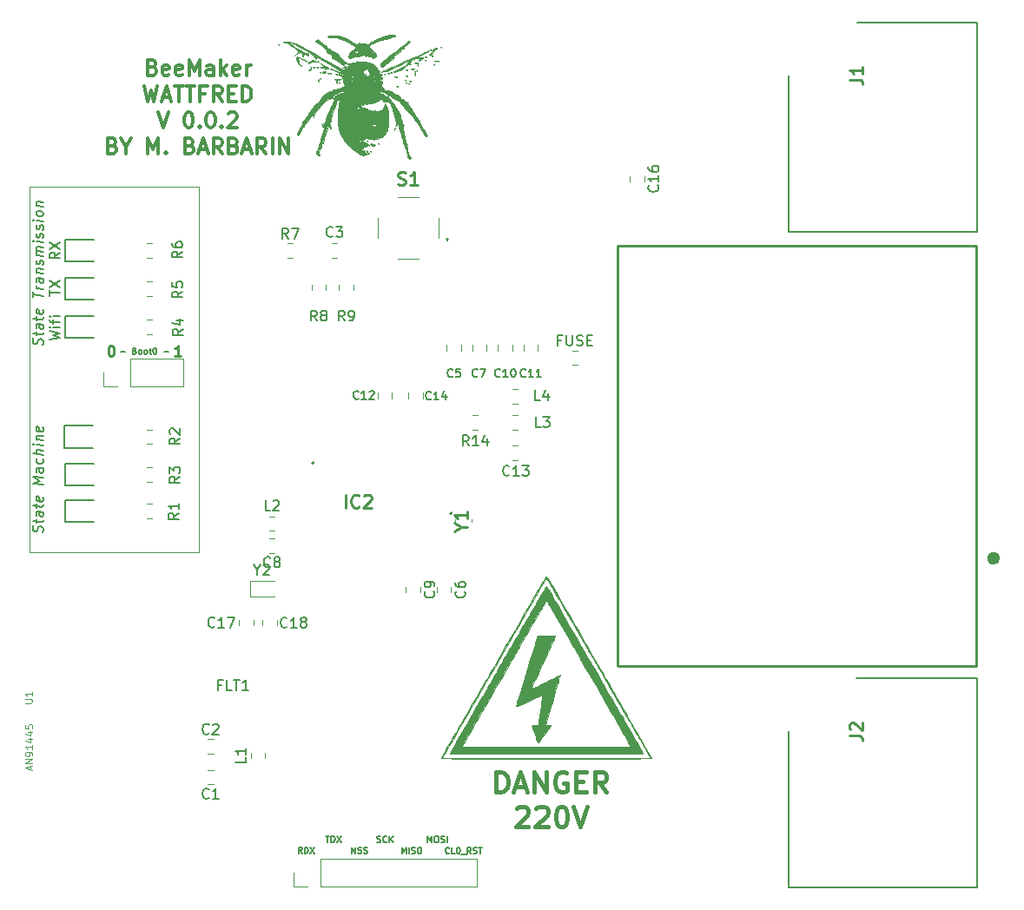
<source format=gto>
G04 #@! TF.GenerationSoftware,KiCad,Pcbnew,5.1.4-3.fc30*
G04 #@! TF.CreationDate,2019-12-04T09:12:17+01:00*
G04 #@! TF.ProjectId,WattFred,57617474-4672-4656-942e-6b696361645f,rev?*
G04 #@! TF.SameCoordinates,Original*
G04 #@! TF.FileFunction,Legend,Top*
G04 #@! TF.FilePolarity,Positive*
%FSLAX46Y46*%
G04 Gerber Fmt 4.6, Leading zero omitted, Abs format (unit mm)*
G04 Created by KiCad (PCBNEW 5.1.4-3.fc30) date 2019-12-04 09:12:17*
%MOMM*%
%LPD*%
G04 APERTURE LIST*
%ADD10C,0.150000*%
%ADD11C,0.250000*%
%ADD12C,0.120000*%
%ADD13C,0.400000*%
%ADD14C,0.300000*%
%ADD15C,0.200000*%
%ADD16C,0.254000*%
%ADD17C,0.600000*%
%ADD18C,0.010000*%
%ADD19C,0.100000*%
%ADD20C,0.070000*%
G04 APERTURE END LIST*
D10*
X118084285Y-133044285D02*
X118055714Y-133072857D01*
X117970000Y-133101428D01*
X117912857Y-133101428D01*
X117827142Y-133072857D01*
X117770000Y-133015714D01*
X117741428Y-132958571D01*
X117712857Y-132844285D01*
X117712857Y-132758571D01*
X117741428Y-132644285D01*
X117770000Y-132587142D01*
X117827142Y-132530000D01*
X117912857Y-132501428D01*
X117970000Y-132501428D01*
X118055714Y-132530000D01*
X118084285Y-132558571D01*
X118627142Y-133101428D02*
X118341428Y-133101428D01*
X118341428Y-132501428D01*
X118941428Y-132501428D02*
X118998571Y-132501428D01*
X119055714Y-132530000D01*
X119084285Y-132558571D01*
X119112857Y-132615714D01*
X119141428Y-132730000D01*
X119141428Y-132872857D01*
X119112857Y-132987142D01*
X119084285Y-133044285D01*
X119055714Y-133072857D01*
X118998571Y-133101428D01*
X118941428Y-133101428D01*
X118884285Y-133072857D01*
X118855714Y-133044285D01*
X118827142Y-132987142D01*
X118798571Y-132872857D01*
X118798571Y-132730000D01*
X118827142Y-132615714D01*
X118855714Y-132558571D01*
X118884285Y-132530000D01*
X118941428Y-132501428D01*
X119255714Y-133158571D02*
X119712857Y-133158571D01*
X120198571Y-133101428D02*
X119998571Y-132815714D01*
X119855714Y-133101428D02*
X119855714Y-132501428D01*
X120084285Y-132501428D01*
X120141428Y-132530000D01*
X120170000Y-132558571D01*
X120198571Y-132615714D01*
X120198571Y-132701428D01*
X120170000Y-132758571D01*
X120141428Y-132787142D01*
X120084285Y-132815714D01*
X119855714Y-132815714D01*
X120427142Y-133072857D02*
X120512857Y-133101428D01*
X120655714Y-133101428D01*
X120712857Y-133072857D01*
X120741428Y-133044285D01*
X120770000Y-132987142D01*
X120770000Y-132930000D01*
X120741428Y-132872857D01*
X120712857Y-132844285D01*
X120655714Y-132815714D01*
X120541428Y-132787142D01*
X120484285Y-132758571D01*
X120455714Y-132730000D01*
X120427142Y-132672857D01*
X120427142Y-132615714D01*
X120455714Y-132558571D01*
X120484285Y-132530000D01*
X120541428Y-132501428D01*
X120684285Y-132501428D01*
X120770000Y-132530000D01*
X120941428Y-132501428D02*
X121284285Y-132501428D01*
X121112857Y-133101428D02*
X121112857Y-132501428D01*
X115977142Y-131981428D02*
X115977142Y-131381428D01*
X116177142Y-131810000D01*
X116377142Y-131381428D01*
X116377142Y-131981428D01*
X116777142Y-131381428D02*
X116891428Y-131381428D01*
X116948571Y-131410000D01*
X117005714Y-131467142D01*
X117034285Y-131581428D01*
X117034285Y-131781428D01*
X117005714Y-131895714D01*
X116948571Y-131952857D01*
X116891428Y-131981428D01*
X116777142Y-131981428D01*
X116720000Y-131952857D01*
X116662857Y-131895714D01*
X116634285Y-131781428D01*
X116634285Y-131581428D01*
X116662857Y-131467142D01*
X116720000Y-131410000D01*
X116777142Y-131381428D01*
X117262857Y-131952857D02*
X117348571Y-131981428D01*
X117491428Y-131981428D01*
X117548571Y-131952857D01*
X117577142Y-131924285D01*
X117605714Y-131867142D01*
X117605714Y-131810000D01*
X117577142Y-131752857D01*
X117548571Y-131724285D01*
X117491428Y-131695714D01*
X117377142Y-131667142D01*
X117320000Y-131638571D01*
X117291428Y-131610000D01*
X117262857Y-131552857D01*
X117262857Y-131495714D01*
X117291428Y-131438571D01*
X117320000Y-131410000D01*
X117377142Y-131381428D01*
X117520000Y-131381428D01*
X117605714Y-131410000D01*
X117862857Y-131981428D02*
X117862857Y-131381428D01*
X113477142Y-133081428D02*
X113477142Y-132481428D01*
X113677142Y-132910000D01*
X113877142Y-132481428D01*
X113877142Y-133081428D01*
X114162857Y-133081428D02*
X114162857Y-132481428D01*
X114420000Y-133052857D02*
X114505714Y-133081428D01*
X114648571Y-133081428D01*
X114705714Y-133052857D01*
X114734285Y-133024285D01*
X114762857Y-132967142D01*
X114762857Y-132910000D01*
X114734285Y-132852857D01*
X114705714Y-132824285D01*
X114648571Y-132795714D01*
X114534285Y-132767142D01*
X114477142Y-132738571D01*
X114448571Y-132710000D01*
X114420000Y-132652857D01*
X114420000Y-132595714D01*
X114448571Y-132538571D01*
X114477142Y-132510000D01*
X114534285Y-132481428D01*
X114677142Y-132481428D01*
X114762857Y-132510000D01*
X115134285Y-132481428D02*
X115248571Y-132481428D01*
X115305714Y-132510000D01*
X115362857Y-132567142D01*
X115391428Y-132681428D01*
X115391428Y-132881428D01*
X115362857Y-132995714D01*
X115305714Y-133052857D01*
X115248571Y-133081428D01*
X115134285Y-133081428D01*
X115077142Y-133052857D01*
X115020000Y-132995714D01*
X114991428Y-132881428D01*
X114991428Y-132681428D01*
X115020000Y-132567142D01*
X115077142Y-132510000D01*
X115134285Y-132481428D01*
X111058571Y-131952857D02*
X111144285Y-131981428D01*
X111287142Y-131981428D01*
X111344285Y-131952857D01*
X111372857Y-131924285D01*
X111401428Y-131867142D01*
X111401428Y-131810000D01*
X111372857Y-131752857D01*
X111344285Y-131724285D01*
X111287142Y-131695714D01*
X111172857Y-131667142D01*
X111115714Y-131638571D01*
X111087142Y-131610000D01*
X111058571Y-131552857D01*
X111058571Y-131495714D01*
X111087142Y-131438571D01*
X111115714Y-131410000D01*
X111172857Y-131381428D01*
X111315714Y-131381428D01*
X111401428Y-131410000D01*
X112001428Y-131924285D02*
X111972857Y-131952857D01*
X111887142Y-131981428D01*
X111830000Y-131981428D01*
X111744285Y-131952857D01*
X111687142Y-131895714D01*
X111658571Y-131838571D01*
X111630000Y-131724285D01*
X111630000Y-131638571D01*
X111658571Y-131524285D01*
X111687142Y-131467142D01*
X111744285Y-131410000D01*
X111830000Y-131381428D01*
X111887142Y-131381428D01*
X111972857Y-131410000D01*
X112001428Y-131438571D01*
X112258571Y-131981428D02*
X112258571Y-131381428D01*
X112601428Y-131981428D02*
X112344285Y-131638571D01*
X112601428Y-131381428D02*
X112258571Y-131724285D01*
X108587142Y-133071428D02*
X108587142Y-132471428D01*
X108930000Y-133071428D01*
X108930000Y-132471428D01*
X109187142Y-133042857D02*
X109272857Y-133071428D01*
X109415714Y-133071428D01*
X109472857Y-133042857D01*
X109501428Y-133014285D01*
X109530000Y-132957142D01*
X109530000Y-132900000D01*
X109501428Y-132842857D01*
X109472857Y-132814285D01*
X109415714Y-132785714D01*
X109301428Y-132757142D01*
X109244285Y-132728571D01*
X109215714Y-132700000D01*
X109187142Y-132642857D01*
X109187142Y-132585714D01*
X109215714Y-132528571D01*
X109244285Y-132500000D01*
X109301428Y-132471428D01*
X109444285Y-132471428D01*
X109530000Y-132500000D01*
X109758571Y-133042857D02*
X109844285Y-133071428D01*
X109987142Y-133071428D01*
X110044285Y-133042857D01*
X110072857Y-133014285D01*
X110101428Y-132957142D01*
X110101428Y-132900000D01*
X110072857Y-132842857D01*
X110044285Y-132814285D01*
X109987142Y-132785714D01*
X109872857Y-132757142D01*
X109815714Y-132728571D01*
X109787142Y-132700000D01*
X109758571Y-132642857D01*
X109758571Y-132585714D01*
X109787142Y-132528571D01*
X109815714Y-132500000D01*
X109872857Y-132471428D01*
X110015714Y-132471428D01*
X110101428Y-132500000D01*
X106042857Y-131381428D02*
X106385714Y-131381428D01*
X106214285Y-131981428D02*
X106214285Y-131381428D01*
X106585714Y-131981428D02*
X106585714Y-131381428D01*
X106728571Y-131381428D01*
X106814285Y-131410000D01*
X106871428Y-131467142D01*
X106900000Y-131524285D01*
X106928571Y-131638571D01*
X106928571Y-131724285D01*
X106900000Y-131838571D01*
X106871428Y-131895714D01*
X106814285Y-131952857D01*
X106728571Y-131981428D01*
X106585714Y-131981428D01*
X107128571Y-131381428D02*
X107528571Y-131981428D01*
X107528571Y-131381428D02*
X107128571Y-131981428D01*
X103730000Y-133061428D02*
X103530000Y-132775714D01*
X103387142Y-133061428D02*
X103387142Y-132461428D01*
X103615714Y-132461428D01*
X103672857Y-132490000D01*
X103701428Y-132518571D01*
X103730000Y-132575714D01*
X103730000Y-132661428D01*
X103701428Y-132718571D01*
X103672857Y-132747142D01*
X103615714Y-132775714D01*
X103387142Y-132775714D01*
X103987142Y-133061428D02*
X103987142Y-132461428D01*
X104130000Y-132461428D01*
X104215714Y-132490000D01*
X104272857Y-132547142D01*
X104301428Y-132604285D01*
X104330000Y-132718571D01*
X104330000Y-132804285D01*
X104301428Y-132918571D01*
X104272857Y-132975714D01*
X104215714Y-133032857D01*
X104130000Y-133061428D01*
X103987142Y-133061428D01*
X104530000Y-132461428D02*
X104930000Y-133061428D01*
X104930000Y-132461428D02*
X104530000Y-133061428D01*
D11*
X85072380Y-83572380D02*
X85167619Y-83572380D01*
X85262857Y-83620000D01*
X85310476Y-83667619D01*
X85358095Y-83762857D01*
X85405714Y-83953333D01*
X85405714Y-84191428D01*
X85358095Y-84381904D01*
X85310476Y-84477142D01*
X85262857Y-84524761D01*
X85167619Y-84572380D01*
X85072380Y-84572380D01*
X84977142Y-84524761D01*
X84929523Y-84477142D01*
X84881904Y-84381904D01*
X84834285Y-84191428D01*
X84834285Y-83953333D01*
X84881904Y-83762857D01*
X84929523Y-83667619D01*
X84977142Y-83620000D01*
X85072380Y-83572380D01*
X91915714Y-84552380D02*
X91344285Y-84552380D01*
X91630000Y-84552380D02*
X91630000Y-83552380D01*
X91534761Y-83695238D01*
X91439523Y-83790476D01*
X91344285Y-83838095D01*
D12*
X77150000Y-68090000D02*
X77150000Y-103700000D01*
X93700000Y-103700000D02*
X77150000Y-103700000D01*
X93700000Y-68100000D02*
X93700000Y-103700000D01*
X77150000Y-68100000D02*
X93700000Y-68100000D01*
D13*
X122646666Y-127104761D02*
X122646666Y-125104761D01*
X123122857Y-125104761D01*
X123408571Y-125200000D01*
X123599047Y-125390476D01*
X123694285Y-125580952D01*
X123789523Y-125961904D01*
X123789523Y-126247619D01*
X123694285Y-126628571D01*
X123599047Y-126819047D01*
X123408571Y-127009523D01*
X123122857Y-127104761D01*
X122646666Y-127104761D01*
X124551428Y-126533333D02*
X125503809Y-126533333D01*
X124360952Y-127104761D02*
X125027619Y-125104761D01*
X125694285Y-127104761D01*
X126360952Y-127104761D02*
X126360952Y-125104761D01*
X127503809Y-127104761D01*
X127503809Y-125104761D01*
X129503809Y-125200000D02*
X129313333Y-125104761D01*
X129027619Y-125104761D01*
X128741904Y-125200000D01*
X128551428Y-125390476D01*
X128456190Y-125580952D01*
X128360952Y-125961904D01*
X128360952Y-126247619D01*
X128456190Y-126628571D01*
X128551428Y-126819047D01*
X128741904Y-127009523D01*
X129027619Y-127104761D01*
X129218095Y-127104761D01*
X129503809Y-127009523D01*
X129599047Y-126914285D01*
X129599047Y-126247619D01*
X129218095Y-126247619D01*
X130456190Y-126057142D02*
X131122857Y-126057142D01*
X131408571Y-127104761D02*
X130456190Y-127104761D01*
X130456190Y-125104761D01*
X131408571Y-125104761D01*
X133408571Y-127104761D02*
X132741904Y-126152380D01*
X132265714Y-127104761D02*
X132265714Y-125104761D01*
X133027619Y-125104761D01*
X133218095Y-125200000D01*
X133313333Y-125295238D01*
X133408571Y-125485714D01*
X133408571Y-125771428D01*
X133313333Y-125961904D01*
X133218095Y-126057142D01*
X133027619Y-126152380D01*
X132265714Y-126152380D01*
X124646666Y-128695238D02*
X124741904Y-128600000D01*
X124932380Y-128504761D01*
X125408571Y-128504761D01*
X125599047Y-128600000D01*
X125694285Y-128695238D01*
X125789523Y-128885714D01*
X125789523Y-129076190D01*
X125694285Y-129361904D01*
X124551428Y-130504761D01*
X125789523Y-130504761D01*
X126551428Y-128695238D02*
X126646666Y-128600000D01*
X126837142Y-128504761D01*
X127313333Y-128504761D01*
X127503809Y-128600000D01*
X127599047Y-128695238D01*
X127694285Y-128885714D01*
X127694285Y-129076190D01*
X127599047Y-129361904D01*
X126456190Y-130504761D01*
X127694285Y-130504761D01*
X128932380Y-128504761D02*
X129122857Y-128504761D01*
X129313333Y-128600000D01*
X129408571Y-128695238D01*
X129503809Y-128885714D01*
X129599047Y-129266666D01*
X129599047Y-129742857D01*
X129503809Y-130123809D01*
X129408571Y-130314285D01*
X129313333Y-130409523D01*
X129122857Y-130504761D01*
X128932380Y-130504761D01*
X128741904Y-130409523D01*
X128646666Y-130314285D01*
X128551428Y-130123809D01*
X128456190Y-129742857D01*
X128456190Y-129266666D01*
X128551428Y-128885714D01*
X128646666Y-128695238D01*
X128741904Y-128600000D01*
X128932380Y-128504761D01*
X130170476Y-128504761D02*
X130837142Y-130504761D01*
X131503809Y-128504761D01*
D14*
X89181428Y-56417857D02*
X89395714Y-56489285D01*
X89467142Y-56560714D01*
X89538571Y-56703571D01*
X89538571Y-56917857D01*
X89467142Y-57060714D01*
X89395714Y-57132142D01*
X89252857Y-57203571D01*
X88681428Y-57203571D01*
X88681428Y-55703571D01*
X89181428Y-55703571D01*
X89324285Y-55775000D01*
X89395714Y-55846428D01*
X89467142Y-55989285D01*
X89467142Y-56132142D01*
X89395714Y-56275000D01*
X89324285Y-56346428D01*
X89181428Y-56417857D01*
X88681428Y-56417857D01*
X90752857Y-57132142D02*
X90610000Y-57203571D01*
X90324285Y-57203571D01*
X90181428Y-57132142D01*
X90110000Y-56989285D01*
X90110000Y-56417857D01*
X90181428Y-56275000D01*
X90324285Y-56203571D01*
X90610000Y-56203571D01*
X90752857Y-56275000D01*
X90824285Y-56417857D01*
X90824285Y-56560714D01*
X90110000Y-56703571D01*
X92038571Y-57132142D02*
X91895714Y-57203571D01*
X91610000Y-57203571D01*
X91467142Y-57132142D01*
X91395714Y-56989285D01*
X91395714Y-56417857D01*
X91467142Y-56275000D01*
X91610000Y-56203571D01*
X91895714Y-56203571D01*
X92038571Y-56275000D01*
X92110000Y-56417857D01*
X92110000Y-56560714D01*
X91395714Y-56703571D01*
X92752857Y-57203571D02*
X92752857Y-55703571D01*
X93252857Y-56775000D01*
X93752857Y-55703571D01*
X93752857Y-57203571D01*
X95110000Y-57203571D02*
X95110000Y-56417857D01*
X95038571Y-56275000D01*
X94895714Y-56203571D01*
X94610000Y-56203571D01*
X94467142Y-56275000D01*
X95110000Y-57132142D02*
X94967142Y-57203571D01*
X94610000Y-57203571D01*
X94467142Y-57132142D01*
X94395714Y-56989285D01*
X94395714Y-56846428D01*
X94467142Y-56703571D01*
X94610000Y-56632142D01*
X94967142Y-56632142D01*
X95110000Y-56560714D01*
X95824285Y-57203571D02*
X95824285Y-55703571D01*
X95967142Y-56632142D02*
X96395714Y-57203571D01*
X96395714Y-56203571D02*
X95824285Y-56775000D01*
X97610000Y-57132142D02*
X97467142Y-57203571D01*
X97181428Y-57203571D01*
X97038571Y-57132142D01*
X96967142Y-56989285D01*
X96967142Y-56417857D01*
X97038571Y-56275000D01*
X97181428Y-56203571D01*
X97467142Y-56203571D01*
X97610000Y-56275000D01*
X97681428Y-56417857D01*
X97681428Y-56560714D01*
X96967142Y-56703571D01*
X98324285Y-57203571D02*
X98324285Y-56203571D01*
X98324285Y-56489285D02*
X98395714Y-56346428D01*
X98467142Y-56275000D01*
X98610000Y-56203571D01*
X98752857Y-56203571D01*
X88360000Y-58253571D02*
X88717142Y-59753571D01*
X89002857Y-58682142D01*
X89288571Y-59753571D01*
X89645714Y-58253571D01*
X90145714Y-59325000D02*
X90860000Y-59325000D01*
X90002857Y-59753571D02*
X90502857Y-58253571D01*
X91002857Y-59753571D01*
X91288571Y-58253571D02*
X92145714Y-58253571D01*
X91717142Y-59753571D02*
X91717142Y-58253571D01*
X92431428Y-58253571D02*
X93288571Y-58253571D01*
X92860000Y-59753571D02*
X92860000Y-58253571D01*
X94288571Y-58967857D02*
X93788571Y-58967857D01*
X93788571Y-59753571D02*
X93788571Y-58253571D01*
X94502857Y-58253571D01*
X95931428Y-59753571D02*
X95431428Y-59039285D01*
X95074285Y-59753571D02*
X95074285Y-58253571D01*
X95645714Y-58253571D01*
X95788571Y-58325000D01*
X95860000Y-58396428D01*
X95931428Y-58539285D01*
X95931428Y-58753571D01*
X95860000Y-58896428D01*
X95788571Y-58967857D01*
X95645714Y-59039285D01*
X95074285Y-59039285D01*
X96574285Y-58967857D02*
X97074285Y-58967857D01*
X97288571Y-59753571D02*
X96574285Y-59753571D01*
X96574285Y-58253571D01*
X97288571Y-58253571D01*
X97931428Y-59753571D02*
X97931428Y-58253571D01*
X98288571Y-58253571D01*
X98502857Y-58325000D01*
X98645714Y-58467857D01*
X98717142Y-58610714D01*
X98788571Y-58896428D01*
X98788571Y-59110714D01*
X98717142Y-59396428D01*
X98645714Y-59539285D01*
X98502857Y-59682142D01*
X98288571Y-59753571D01*
X97931428Y-59753571D01*
X89681428Y-60803571D02*
X90181428Y-62303571D01*
X90681428Y-60803571D01*
X92610000Y-60803571D02*
X92752857Y-60803571D01*
X92895714Y-60875000D01*
X92967142Y-60946428D01*
X93038571Y-61089285D01*
X93110000Y-61375000D01*
X93110000Y-61732142D01*
X93038571Y-62017857D01*
X92967142Y-62160714D01*
X92895714Y-62232142D01*
X92752857Y-62303571D01*
X92610000Y-62303571D01*
X92467142Y-62232142D01*
X92395714Y-62160714D01*
X92324285Y-62017857D01*
X92252857Y-61732142D01*
X92252857Y-61375000D01*
X92324285Y-61089285D01*
X92395714Y-60946428D01*
X92467142Y-60875000D01*
X92610000Y-60803571D01*
X93752857Y-62160714D02*
X93824285Y-62232142D01*
X93752857Y-62303571D01*
X93681428Y-62232142D01*
X93752857Y-62160714D01*
X93752857Y-62303571D01*
X94752857Y-60803571D02*
X94895714Y-60803571D01*
X95038571Y-60875000D01*
X95110000Y-60946428D01*
X95181428Y-61089285D01*
X95252857Y-61375000D01*
X95252857Y-61732142D01*
X95181428Y-62017857D01*
X95110000Y-62160714D01*
X95038571Y-62232142D01*
X94895714Y-62303571D01*
X94752857Y-62303571D01*
X94610000Y-62232142D01*
X94538571Y-62160714D01*
X94467142Y-62017857D01*
X94395714Y-61732142D01*
X94395714Y-61375000D01*
X94467142Y-61089285D01*
X94538571Y-60946428D01*
X94610000Y-60875000D01*
X94752857Y-60803571D01*
X95895714Y-62160714D02*
X95967142Y-62232142D01*
X95895714Y-62303571D01*
X95824285Y-62232142D01*
X95895714Y-62160714D01*
X95895714Y-62303571D01*
X96538571Y-60946428D02*
X96610000Y-60875000D01*
X96752857Y-60803571D01*
X97110000Y-60803571D01*
X97252857Y-60875000D01*
X97324285Y-60946428D01*
X97395714Y-61089285D01*
X97395714Y-61232142D01*
X97324285Y-61446428D01*
X96467142Y-62303571D01*
X97395714Y-62303571D01*
X85288571Y-64067857D02*
X85502857Y-64139285D01*
X85574285Y-64210714D01*
X85645714Y-64353571D01*
X85645714Y-64567857D01*
X85574285Y-64710714D01*
X85502857Y-64782142D01*
X85360000Y-64853571D01*
X84788571Y-64853571D01*
X84788571Y-63353571D01*
X85288571Y-63353571D01*
X85431428Y-63425000D01*
X85502857Y-63496428D01*
X85574285Y-63639285D01*
X85574285Y-63782142D01*
X85502857Y-63925000D01*
X85431428Y-63996428D01*
X85288571Y-64067857D01*
X84788571Y-64067857D01*
X86574285Y-64139285D02*
X86574285Y-64853571D01*
X86074285Y-63353571D02*
X86574285Y-64139285D01*
X87074285Y-63353571D01*
X88717142Y-64853571D02*
X88717142Y-63353571D01*
X89217142Y-64425000D01*
X89717142Y-63353571D01*
X89717142Y-64853571D01*
X90431428Y-64710714D02*
X90502857Y-64782142D01*
X90431428Y-64853571D01*
X90360000Y-64782142D01*
X90431428Y-64710714D01*
X90431428Y-64853571D01*
X92788571Y-64067857D02*
X93002857Y-64139285D01*
X93074285Y-64210714D01*
X93145714Y-64353571D01*
X93145714Y-64567857D01*
X93074285Y-64710714D01*
X93002857Y-64782142D01*
X92860000Y-64853571D01*
X92288571Y-64853571D01*
X92288571Y-63353571D01*
X92788571Y-63353571D01*
X92931428Y-63425000D01*
X93002857Y-63496428D01*
X93074285Y-63639285D01*
X93074285Y-63782142D01*
X93002857Y-63925000D01*
X92931428Y-63996428D01*
X92788571Y-64067857D01*
X92288571Y-64067857D01*
X93717142Y-64425000D02*
X94431428Y-64425000D01*
X93574285Y-64853571D02*
X94074285Y-63353571D01*
X94574285Y-64853571D01*
X95931428Y-64853571D02*
X95431428Y-64139285D01*
X95074285Y-64853571D02*
X95074285Y-63353571D01*
X95645714Y-63353571D01*
X95788571Y-63425000D01*
X95860000Y-63496428D01*
X95931428Y-63639285D01*
X95931428Y-63853571D01*
X95860000Y-63996428D01*
X95788571Y-64067857D01*
X95645714Y-64139285D01*
X95074285Y-64139285D01*
X97074285Y-64067857D02*
X97288571Y-64139285D01*
X97360000Y-64210714D01*
X97431428Y-64353571D01*
X97431428Y-64567857D01*
X97360000Y-64710714D01*
X97288571Y-64782142D01*
X97145714Y-64853571D01*
X96574285Y-64853571D01*
X96574285Y-63353571D01*
X97074285Y-63353571D01*
X97217142Y-63425000D01*
X97288571Y-63496428D01*
X97360000Y-63639285D01*
X97360000Y-63782142D01*
X97288571Y-63925000D01*
X97217142Y-63996428D01*
X97074285Y-64067857D01*
X96574285Y-64067857D01*
X98002857Y-64425000D02*
X98717142Y-64425000D01*
X97860000Y-64853571D02*
X98360000Y-63353571D01*
X98860000Y-64853571D01*
X100217142Y-64853571D02*
X99717142Y-64139285D01*
X99360000Y-64853571D02*
X99360000Y-63353571D01*
X99931428Y-63353571D01*
X100074285Y-63425000D01*
X100145714Y-63496428D01*
X100217142Y-63639285D01*
X100217142Y-63853571D01*
X100145714Y-63996428D01*
X100074285Y-64067857D01*
X99931428Y-64139285D01*
X99360000Y-64139285D01*
X100860000Y-64853571D02*
X100860000Y-63353571D01*
X101574285Y-64853571D02*
X101574285Y-63353571D01*
X102431428Y-64853571D01*
X102431428Y-63353571D01*
D15*
X80137380Y-74471666D02*
X79661190Y-74805000D01*
X80137380Y-75043095D02*
X79137380Y-75043095D01*
X79137380Y-74662142D01*
X79185000Y-74566904D01*
X79232619Y-74519285D01*
X79327857Y-74471666D01*
X79470714Y-74471666D01*
X79565952Y-74519285D01*
X79613571Y-74566904D01*
X79661190Y-74662142D01*
X79661190Y-75043095D01*
X79137380Y-74138333D02*
X80137380Y-73471666D01*
X79137380Y-73471666D02*
X80137380Y-74138333D01*
X79137380Y-78704184D02*
X79137380Y-78132756D01*
X80137380Y-78418470D02*
X79137380Y-78418470D01*
X79137380Y-77894660D02*
X80137380Y-77227994D01*
X79137380Y-77227994D02*
X80137380Y-77894660D01*
X79137380Y-83001176D02*
X80137380Y-82763080D01*
X79423095Y-82572604D01*
X80137380Y-82382128D01*
X79137380Y-82144033D01*
X80137380Y-81763080D02*
X79470714Y-81763080D01*
X79137380Y-81763080D02*
X79185000Y-81810700D01*
X79232619Y-81763080D01*
X79185000Y-81715461D01*
X79137380Y-81763080D01*
X79232619Y-81763080D01*
X79470714Y-81429747D02*
X79470714Y-81048795D01*
X80137380Y-81286890D02*
X79280238Y-81286890D01*
X79185000Y-81239271D01*
X79137380Y-81144033D01*
X79137380Y-81048795D01*
X80137380Y-80715461D02*
X79470714Y-80715461D01*
X79137380Y-80715461D02*
X79185000Y-80763080D01*
X79232619Y-80715461D01*
X79185000Y-80667842D01*
X79137380Y-80715461D01*
X79232619Y-80715461D01*
X78434761Y-83504285D02*
X78482380Y-83367380D01*
X78482380Y-83129285D01*
X78434761Y-83028095D01*
X78387142Y-82974523D01*
X78291904Y-82915000D01*
X78196666Y-82903095D01*
X78101428Y-82938809D01*
X78053809Y-82980476D01*
X78006190Y-83069761D01*
X77958571Y-83254285D01*
X77910952Y-83343571D01*
X77863333Y-83385238D01*
X77768095Y-83420952D01*
X77672857Y-83409047D01*
X77577619Y-83349523D01*
X77530000Y-83295952D01*
X77482380Y-83194761D01*
X77482380Y-82956666D01*
X77530000Y-82819761D01*
X77815714Y-82569761D02*
X77815714Y-82188809D01*
X77482380Y-82385238D02*
X78339523Y-82492380D01*
X78434761Y-82456666D01*
X78482380Y-82367380D01*
X78482380Y-82272142D01*
X78482380Y-81510238D02*
X77958571Y-81444761D01*
X77863333Y-81480476D01*
X77815714Y-81569761D01*
X77815714Y-81760238D01*
X77863333Y-81861428D01*
X78434761Y-81504285D02*
X78482380Y-81605476D01*
X78482380Y-81843571D01*
X78434761Y-81932857D01*
X78339523Y-81968571D01*
X78244285Y-81956666D01*
X78149047Y-81897142D01*
X78101428Y-81795952D01*
X78101428Y-81557857D01*
X78053809Y-81456666D01*
X77815714Y-81093571D02*
X77815714Y-80712619D01*
X77482380Y-80909047D02*
X78339523Y-81016190D01*
X78434761Y-80980476D01*
X78482380Y-80891190D01*
X78482380Y-80795952D01*
X78434761Y-80075714D02*
X78482380Y-80176904D01*
X78482380Y-80367380D01*
X78434761Y-80456666D01*
X78339523Y-80492380D01*
X77958571Y-80444761D01*
X77863333Y-80385238D01*
X77815714Y-80284047D01*
X77815714Y-80093571D01*
X77863333Y-80004285D01*
X77958571Y-79968571D01*
X78053809Y-79980476D01*
X78149047Y-80468571D01*
X77482380Y-78861428D02*
X77482380Y-78290000D01*
X78482380Y-78700714D02*
X77482380Y-78575714D01*
X78482380Y-78081666D02*
X77815714Y-77998333D01*
X78006190Y-78022142D02*
X77910952Y-77962619D01*
X77863333Y-77909047D01*
X77815714Y-77807857D01*
X77815714Y-77712619D01*
X78482380Y-77034047D02*
X77958571Y-76968571D01*
X77863333Y-77004285D01*
X77815714Y-77093571D01*
X77815714Y-77284047D01*
X77863333Y-77385238D01*
X78434761Y-77028095D02*
X78482380Y-77129285D01*
X78482380Y-77367380D01*
X78434761Y-77456666D01*
X78339523Y-77492380D01*
X78244285Y-77480476D01*
X78149047Y-77420952D01*
X78101428Y-77319761D01*
X78101428Y-77081666D01*
X78053809Y-76980476D01*
X77815714Y-76474523D02*
X78482380Y-76557857D01*
X77910952Y-76486428D02*
X77863333Y-76432857D01*
X77815714Y-76331666D01*
X77815714Y-76188809D01*
X77863333Y-76099523D01*
X77958571Y-76063809D01*
X78482380Y-76129285D01*
X78434761Y-75694761D02*
X78482380Y-75605476D01*
X78482380Y-75415000D01*
X78434761Y-75313809D01*
X78339523Y-75254285D01*
X78291904Y-75248333D01*
X78196666Y-75284047D01*
X78149047Y-75373333D01*
X78149047Y-75516190D01*
X78101428Y-75605476D01*
X78006190Y-75641190D01*
X77958571Y-75635238D01*
X77863333Y-75575714D01*
X77815714Y-75474523D01*
X77815714Y-75331666D01*
X77863333Y-75242380D01*
X78482380Y-74843571D02*
X77815714Y-74760238D01*
X77910952Y-74772142D02*
X77863333Y-74718571D01*
X77815714Y-74617380D01*
X77815714Y-74474523D01*
X77863333Y-74385238D01*
X77958571Y-74349523D01*
X78482380Y-74415000D01*
X77958571Y-74349523D02*
X77863333Y-74290000D01*
X77815714Y-74188809D01*
X77815714Y-74045952D01*
X77863333Y-73956666D01*
X77958571Y-73920952D01*
X78482380Y-73986428D01*
X78482380Y-73510238D02*
X77815714Y-73426904D01*
X77482380Y-73385238D02*
X77530000Y-73438809D01*
X77577619Y-73397142D01*
X77530000Y-73343571D01*
X77482380Y-73385238D01*
X77577619Y-73397142D01*
X78434761Y-73075714D02*
X78482380Y-72986428D01*
X78482380Y-72795952D01*
X78434761Y-72694761D01*
X78339523Y-72635238D01*
X78291904Y-72629285D01*
X78196666Y-72665000D01*
X78149047Y-72754285D01*
X78149047Y-72897142D01*
X78101428Y-72986428D01*
X78006190Y-73022142D01*
X77958571Y-73016190D01*
X77863333Y-72956666D01*
X77815714Y-72855476D01*
X77815714Y-72712619D01*
X77863333Y-72623333D01*
X78434761Y-72266190D02*
X78482380Y-72176904D01*
X78482380Y-71986428D01*
X78434761Y-71885238D01*
X78339523Y-71825714D01*
X78291904Y-71819761D01*
X78196666Y-71855476D01*
X78149047Y-71944761D01*
X78149047Y-72087619D01*
X78101428Y-72176904D01*
X78006190Y-72212619D01*
X77958571Y-72206666D01*
X77863333Y-72147142D01*
X77815714Y-72045952D01*
X77815714Y-71903095D01*
X77863333Y-71813809D01*
X78482380Y-71415000D02*
X77815714Y-71331666D01*
X77482380Y-71290000D02*
X77530000Y-71343571D01*
X77577619Y-71301904D01*
X77530000Y-71248333D01*
X77482380Y-71290000D01*
X77577619Y-71301904D01*
X78482380Y-70795952D02*
X78434761Y-70885238D01*
X78387142Y-70926904D01*
X78291904Y-70962619D01*
X78006190Y-70926904D01*
X77910952Y-70867380D01*
X77863333Y-70813809D01*
X77815714Y-70712619D01*
X77815714Y-70569761D01*
X77863333Y-70480476D01*
X77910952Y-70438809D01*
X78006190Y-70403095D01*
X78291904Y-70438809D01*
X78387142Y-70498333D01*
X78434761Y-70551904D01*
X78482380Y-70653095D01*
X78482380Y-70795952D01*
X77815714Y-69950714D02*
X78482380Y-70034047D01*
X77910952Y-69962619D02*
X77863333Y-69909047D01*
X77815714Y-69807857D01*
X77815714Y-69665000D01*
X77863333Y-69575714D01*
X77958571Y-69540000D01*
X78482380Y-69605476D01*
X78434761Y-101770952D02*
X78482380Y-101634047D01*
X78482380Y-101395952D01*
X78434761Y-101294761D01*
X78387142Y-101241190D01*
X78291904Y-101181666D01*
X78196666Y-101169761D01*
X78101428Y-101205476D01*
X78053809Y-101247142D01*
X78006190Y-101336428D01*
X77958571Y-101520952D01*
X77910952Y-101610238D01*
X77863333Y-101651904D01*
X77768095Y-101687619D01*
X77672857Y-101675714D01*
X77577619Y-101616190D01*
X77530000Y-101562619D01*
X77482380Y-101461428D01*
X77482380Y-101223333D01*
X77530000Y-101086428D01*
X77815714Y-100836428D02*
X77815714Y-100455476D01*
X77482380Y-100651904D02*
X78339523Y-100759047D01*
X78434761Y-100723333D01*
X78482380Y-100634047D01*
X78482380Y-100538809D01*
X78482380Y-99776904D02*
X77958571Y-99711428D01*
X77863333Y-99747142D01*
X77815714Y-99836428D01*
X77815714Y-100026904D01*
X77863333Y-100128095D01*
X78434761Y-99770952D02*
X78482380Y-99872142D01*
X78482380Y-100110238D01*
X78434761Y-100199523D01*
X78339523Y-100235238D01*
X78244285Y-100223333D01*
X78149047Y-100163809D01*
X78101428Y-100062619D01*
X78101428Y-99824523D01*
X78053809Y-99723333D01*
X77815714Y-99360238D02*
X77815714Y-98979285D01*
X77482380Y-99175714D02*
X78339523Y-99282857D01*
X78434761Y-99247142D01*
X78482380Y-99157857D01*
X78482380Y-99062619D01*
X78434761Y-98342380D02*
X78482380Y-98443571D01*
X78482380Y-98634047D01*
X78434761Y-98723333D01*
X78339523Y-98759047D01*
X77958571Y-98711428D01*
X77863333Y-98651904D01*
X77815714Y-98550714D01*
X77815714Y-98360238D01*
X77863333Y-98270952D01*
X77958571Y-98235238D01*
X78053809Y-98247142D01*
X78149047Y-98735238D01*
X78482380Y-97110238D02*
X77482380Y-96985238D01*
X78196666Y-96741190D01*
X77482380Y-96318571D01*
X78482380Y-96443571D01*
X78482380Y-95538809D02*
X77958571Y-95473333D01*
X77863333Y-95509047D01*
X77815714Y-95598333D01*
X77815714Y-95788809D01*
X77863333Y-95890000D01*
X78434761Y-95532857D02*
X78482380Y-95634047D01*
X78482380Y-95872142D01*
X78434761Y-95961428D01*
X78339523Y-95997142D01*
X78244285Y-95985238D01*
X78149047Y-95925714D01*
X78101428Y-95824523D01*
X78101428Y-95586428D01*
X78053809Y-95485238D01*
X78434761Y-94628095D02*
X78482380Y-94729285D01*
X78482380Y-94919761D01*
X78434761Y-95009047D01*
X78387142Y-95050714D01*
X78291904Y-95086428D01*
X78006190Y-95050714D01*
X77910952Y-94991190D01*
X77863333Y-94937619D01*
X77815714Y-94836428D01*
X77815714Y-94645952D01*
X77863333Y-94556666D01*
X78482380Y-94205476D02*
X77482380Y-94080476D01*
X78482380Y-93776904D02*
X77958571Y-93711428D01*
X77863333Y-93747142D01*
X77815714Y-93836428D01*
X77815714Y-93979285D01*
X77863333Y-94080476D01*
X77910952Y-94134047D01*
X78482380Y-93300714D02*
X77815714Y-93217380D01*
X77482380Y-93175714D02*
X77530000Y-93229285D01*
X77577619Y-93187619D01*
X77530000Y-93134047D01*
X77482380Y-93175714D01*
X77577619Y-93187619D01*
X77815714Y-92741190D02*
X78482380Y-92824523D01*
X77910952Y-92753095D02*
X77863333Y-92699523D01*
X77815714Y-92598333D01*
X77815714Y-92455476D01*
X77863333Y-92366190D01*
X77958571Y-92330476D01*
X78482380Y-92395952D01*
X78434761Y-91532857D02*
X78482380Y-91634047D01*
X78482380Y-91824523D01*
X78434761Y-91913809D01*
X78339523Y-91949523D01*
X77958571Y-91901904D01*
X77863333Y-91842380D01*
X77815714Y-91741190D01*
X77815714Y-91550714D01*
X77863333Y-91461428D01*
X77958571Y-91425714D01*
X78053809Y-91437619D01*
X78149047Y-91925714D01*
D12*
X102890000Y-136300000D02*
X102890000Y-134970000D01*
X104220000Y-136300000D02*
X102890000Y-136300000D01*
X105490000Y-136300000D02*
X105490000Y-133640000D01*
X105490000Y-133640000D02*
X120790000Y-133640000D01*
X105490000Y-136300000D02*
X120790000Y-136300000D01*
X120790000Y-136300000D02*
X120790000Y-133640000D01*
X84390000Y-87500000D02*
X84390000Y-86170000D01*
X85720000Y-87500000D02*
X84390000Y-87500000D01*
X86990000Y-87500000D02*
X86990000Y-84840000D01*
X86990000Y-84840000D02*
X92130000Y-84840000D01*
X86990000Y-87500000D02*
X92130000Y-87500000D01*
X92130000Y-87500000D02*
X92130000Y-84840000D01*
X130041422Y-85460000D02*
X130558578Y-85460000D01*
X130041422Y-84040000D02*
X130558578Y-84040000D01*
D16*
X169480000Y-114810000D02*
X169480000Y-73810000D01*
X169480000Y-73810000D02*
X134480000Y-73810000D01*
X134480000Y-73810000D02*
X134480000Y-114810000D01*
X134480000Y-114810000D02*
X169480000Y-114810000D01*
D17*
X171485000Y-104310000D02*
G75*
G03X171485000Y-104310000I-342000J0D01*
G01*
D15*
X104873840Y-95001000D02*
G75*
G03X104873840Y-95001000I-100000J0D01*
G01*
D18*
G36*
X109954000Y-57086334D02*
G01*
X109911667Y-57128667D01*
X109869334Y-57086334D01*
X109911667Y-57044000D01*
X109954000Y-57086334D01*
X109954000Y-57086334D01*
G37*
X109954000Y-57086334D02*
X109911667Y-57128667D01*
X109869334Y-57086334D01*
X109911667Y-57044000D01*
X109954000Y-57086334D01*
G36*
X109784667Y-57086334D02*
G01*
X109742334Y-57128667D01*
X109700000Y-57086334D01*
X109742334Y-57044000D01*
X109784667Y-57086334D01*
X109784667Y-57086334D01*
G37*
X109784667Y-57086334D02*
X109742334Y-57128667D01*
X109700000Y-57086334D01*
X109742334Y-57044000D01*
X109784667Y-57086334D01*
G36*
X109530667Y-63690334D02*
G01*
X109488334Y-63732667D01*
X109446000Y-63690334D01*
X109488334Y-63648000D01*
X109530667Y-63690334D01*
X109530667Y-63690334D01*
G37*
X109530667Y-63690334D02*
X109488334Y-63732667D01*
X109446000Y-63690334D01*
X109488334Y-63648000D01*
X109530667Y-63690334D01*
G36*
X101487334Y-54207667D02*
G01*
X101445000Y-54250000D01*
X101402667Y-54207667D01*
X101445000Y-54165334D01*
X101487334Y-54207667D01*
X101487334Y-54207667D01*
G37*
X101487334Y-54207667D02*
X101445000Y-54250000D01*
X101402667Y-54207667D01*
X101445000Y-54165334D01*
X101487334Y-54207667D01*
G36*
X117320000Y-54461667D02*
G01*
X117277667Y-54504000D01*
X117235334Y-54461667D01*
X117277667Y-54419334D01*
X117320000Y-54461667D01*
X117320000Y-54461667D01*
G37*
X117320000Y-54461667D02*
X117277667Y-54504000D01*
X117235334Y-54461667D01*
X117277667Y-54419334D01*
X117320000Y-54461667D01*
G36*
X116360445Y-54701556D02*
G01*
X116348822Y-54751890D01*
X116304000Y-54758000D01*
X116234310Y-54727022D01*
X116247556Y-54701556D01*
X116348035Y-54691423D01*
X116360445Y-54701556D01*
X116360445Y-54701556D01*
G37*
X116360445Y-54701556D02*
X116348822Y-54751890D01*
X116304000Y-54758000D01*
X116234310Y-54727022D01*
X116247556Y-54701556D01*
X116348035Y-54691423D01*
X116360445Y-54701556D01*
G36*
X116888758Y-54520864D02*
G01*
X116868741Y-54587076D01*
X116734574Y-54726065D01*
X116641659Y-54811317D01*
X116445792Y-55003962D01*
X116368777Y-55131370D01*
X116391699Y-55226765D01*
X116399480Y-55236696D01*
X116461673Y-55356409D01*
X116453525Y-55398698D01*
X116391807Y-55373583D01*
X116359998Y-55313412D01*
X116254674Y-55225670D01*
X116159038Y-55241267D01*
X116124065Y-55226476D01*
X116201198Y-55125902D01*
X116292836Y-55036271D01*
X116451311Y-54862185D01*
X116525032Y-54722427D01*
X116521271Y-54682402D01*
X116526084Y-54626752D01*
X116609825Y-54646358D01*
X116708948Y-54660614D01*
X116693893Y-54603055D01*
X116704276Y-54522510D01*
X116807247Y-54504000D01*
X116888758Y-54520864D01*
X116888758Y-54520864D01*
G37*
X116888758Y-54520864D02*
X116868741Y-54587076D01*
X116734574Y-54726065D01*
X116641659Y-54811317D01*
X116445792Y-55003962D01*
X116368777Y-55131370D01*
X116391699Y-55226765D01*
X116399480Y-55236696D01*
X116461673Y-55356409D01*
X116453525Y-55398698D01*
X116391807Y-55373583D01*
X116359998Y-55313412D01*
X116254674Y-55225670D01*
X116159038Y-55241267D01*
X116124065Y-55226476D01*
X116201198Y-55125902D01*
X116292836Y-55036271D01*
X116451311Y-54862185D01*
X116525032Y-54722427D01*
X116521271Y-54682402D01*
X116526084Y-54626752D01*
X116609825Y-54646358D01*
X116708948Y-54660614D01*
X116693893Y-54603055D01*
X116704276Y-54522510D01*
X116807247Y-54504000D01*
X116888758Y-54520864D01*
G36*
X115852445Y-55378889D02*
G01*
X115840822Y-55429223D01*
X115796000Y-55435334D01*
X115726310Y-55404355D01*
X115739556Y-55378889D01*
X115840035Y-55368756D01*
X115852445Y-55378889D01*
X115852445Y-55378889D01*
G37*
X115852445Y-55378889D02*
X115840822Y-55429223D01*
X115796000Y-55435334D01*
X115726310Y-55404355D01*
X115739556Y-55378889D01*
X115840035Y-55368756D01*
X115852445Y-55378889D01*
G36*
X112766399Y-53251484D02*
G01*
X112832667Y-53318667D01*
X112785306Y-53390520D01*
X112769167Y-53389892D01*
X112642080Y-53405720D01*
X112578667Y-53426753D01*
X112452155Y-53469816D01*
X112199365Y-53550722D01*
X111856067Y-53658174D01*
X111458031Y-53780880D01*
X111427836Y-53790118D01*
X110922864Y-53953822D01*
X110569575Y-54093862D01*
X110353804Y-54220753D01*
X110261388Y-54345012D01*
X110278161Y-54477158D01*
X110353751Y-54587623D01*
X110500753Y-54716320D01*
X110605865Y-54758000D01*
X110735777Y-54828938D01*
X110863717Y-54996621D01*
X110947301Y-55193355D01*
X110955843Y-55316986D01*
X110879913Y-55419427D01*
X110741513Y-55486484D01*
X110607990Y-55498764D01*
X110546694Y-55436876D01*
X110546667Y-55434802D01*
X110473257Y-55375087D01*
X110299722Y-55350667D01*
X110108809Y-55318106D01*
X110010073Y-55244834D01*
X109971857Y-55190964D01*
X109960684Y-55255200D01*
X109930957Y-55327498D01*
X109830862Y-55269194D01*
X109827000Y-55266000D01*
X109724730Y-55211334D01*
X109699525Y-55234467D01*
X109622628Y-55278245D01*
X109424722Y-55313757D01*
X109231879Y-55328845D01*
X108930293Y-55363555D01*
X108671347Y-55429817D01*
X108569429Y-55477309D01*
X108408971Y-55552611D01*
X108317408Y-55548519D01*
X108255657Y-55380137D01*
X108304304Y-55156741D01*
X108438644Y-54925395D01*
X108448921Y-54915281D01*
X108853334Y-54915281D01*
X108920613Y-55017090D01*
X109090019Y-55033837D01*
X109262414Y-54982419D01*
X109396336Y-54922337D01*
X110546667Y-54922337D01*
X110608127Y-55008555D01*
X110631334Y-55012000D01*
X110713799Y-54983113D01*
X110716000Y-54974664D01*
X110656671Y-54902378D01*
X110631334Y-54885000D01*
X110553315Y-54891713D01*
X110546667Y-54922337D01*
X109396336Y-54922337D01*
X109459827Y-54893853D01*
X109263928Y-54821385D01*
X109091569Y-54794083D01*
X109038116Y-54838653D01*
X108958355Y-54891337D01*
X108930769Y-54880531D01*
X108857914Y-54890188D01*
X108853334Y-54915281D01*
X108448921Y-54915281D01*
X108633971Y-54733168D01*
X108789834Y-54648515D01*
X108928629Y-54558679D01*
X108921303Y-54440665D01*
X108763296Y-54289465D01*
X108450050Y-54100073D01*
X108154834Y-53951136D01*
X107810845Y-53792430D01*
X107512032Y-53666568D01*
X107298353Y-53589739D01*
X107223500Y-53573757D01*
X107097720Y-53542772D01*
X107075386Y-53509167D01*
X106999576Y-53478267D01*
X106805602Y-53468711D01*
X106652053Y-53475005D01*
X106372115Y-53477951D01*
X106242025Y-53435340D01*
X106228667Y-53400627D01*
X106279244Y-53347766D01*
X106445636Y-53324282D01*
X106749831Y-53328021D01*
X106894719Y-53335467D01*
X107247003Y-53365705D01*
X107536306Y-53421913D01*
X107826653Y-53522687D01*
X108182068Y-53686623D01*
X108291719Y-53741225D01*
X108605352Y-53907586D01*
X108852244Y-54055283D01*
X108999107Y-54163484D01*
X109025360Y-54200380D01*
X109068163Y-54214395D01*
X109152360Y-54127985D01*
X109243865Y-54040740D01*
X109276667Y-54067463D01*
X109322545Y-54128523D01*
X109426021Y-54091359D01*
X109651265Y-54065120D01*
X109842529Y-54123756D01*
X110036201Y-54189373D01*
X110158255Y-54164937D01*
X110259332Y-54070724D01*
X110409032Y-53961382D01*
X110520158Y-53948024D01*
X110619386Y-53946704D01*
X110631334Y-53919102D01*
X110702487Y-53848222D01*
X110884720Y-53744546D01*
X111033500Y-53675979D01*
X111475227Y-53504339D01*
X111896942Y-53370595D01*
X112271084Y-53280223D01*
X112570090Y-53238694D01*
X112766399Y-53251484D01*
X112766399Y-53251484D01*
G37*
X112766399Y-53251484D02*
X112832667Y-53318667D01*
X112785306Y-53390520D01*
X112769167Y-53389892D01*
X112642080Y-53405720D01*
X112578667Y-53426753D01*
X112452155Y-53469816D01*
X112199365Y-53550722D01*
X111856067Y-53658174D01*
X111458031Y-53780880D01*
X111427836Y-53790118D01*
X110922864Y-53953822D01*
X110569575Y-54093862D01*
X110353804Y-54220753D01*
X110261388Y-54345012D01*
X110278161Y-54477158D01*
X110353751Y-54587623D01*
X110500753Y-54716320D01*
X110605865Y-54758000D01*
X110735777Y-54828938D01*
X110863717Y-54996621D01*
X110947301Y-55193355D01*
X110955843Y-55316986D01*
X110879913Y-55419427D01*
X110741513Y-55486484D01*
X110607990Y-55498764D01*
X110546694Y-55436876D01*
X110546667Y-55434802D01*
X110473257Y-55375087D01*
X110299722Y-55350667D01*
X110108809Y-55318106D01*
X110010073Y-55244834D01*
X109971857Y-55190964D01*
X109960684Y-55255200D01*
X109930957Y-55327498D01*
X109830862Y-55269194D01*
X109827000Y-55266000D01*
X109724730Y-55211334D01*
X109699525Y-55234467D01*
X109622628Y-55278245D01*
X109424722Y-55313757D01*
X109231879Y-55328845D01*
X108930293Y-55363555D01*
X108671347Y-55429817D01*
X108569429Y-55477309D01*
X108408971Y-55552611D01*
X108317408Y-55548519D01*
X108255657Y-55380137D01*
X108304304Y-55156741D01*
X108438644Y-54925395D01*
X108448921Y-54915281D01*
X108853334Y-54915281D01*
X108920613Y-55017090D01*
X109090019Y-55033837D01*
X109262414Y-54982419D01*
X109396336Y-54922337D01*
X110546667Y-54922337D01*
X110608127Y-55008555D01*
X110631334Y-55012000D01*
X110713799Y-54983113D01*
X110716000Y-54974664D01*
X110656671Y-54902378D01*
X110631334Y-54885000D01*
X110553315Y-54891713D01*
X110546667Y-54922337D01*
X109396336Y-54922337D01*
X109459827Y-54893853D01*
X109263928Y-54821385D01*
X109091569Y-54794083D01*
X109038116Y-54838653D01*
X108958355Y-54891337D01*
X108930769Y-54880531D01*
X108857914Y-54890188D01*
X108853334Y-54915281D01*
X108448921Y-54915281D01*
X108633971Y-54733168D01*
X108789834Y-54648515D01*
X108928629Y-54558679D01*
X108921303Y-54440665D01*
X108763296Y-54289465D01*
X108450050Y-54100073D01*
X108154834Y-53951136D01*
X107810845Y-53792430D01*
X107512032Y-53666568D01*
X107298353Y-53589739D01*
X107223500Y-53573757D01*
X107097720Y-53542772D01*
X107075386Y-53509167D01*
X106999576Y-53478267D01*
X106805602Y-53468711D01*
X106652053Y-53475005D01*
X106372115Y-53477951D01*
X106242025Y-53435340D01*
X106228667Y-53400627D01*
X106279244Y-53347766D01*
X106445636Y-53324282D01*
X106749831Y-53328021D01*
X106894719Y-53335467D01*
X107247003Y-53365705D01*
X107536306Y-53421913D01*
X107826653Y-53522687D01*
X108182068Y-53686623D01*
X108291719Y-53741225D01*
X108605352Y-53907586D01*
X108852244Y-54055283D01*
X108999107Y-54163484D01*
X109025360Y-54200380D01*
X109068163Y-54214395D01*
X109152360Y-54127985D01*
X109243865Y-54040740D01*
X109276667Y-54067463D01*
X109322545Y-54128523D01*
X109426021Y-54091359D01*
X109651265Y-54065120D01*
X109842529Y-54123756D01*
X110036201Y-54189373D01*
X110158255Y-54164937D01*
X110259332Y-54070724D01*
X110409032Y-53961382D01*
X110520158Y-53948024D01*
X110619386Y-53946704D01*
X110631334Y-53919102D01*
X110702487Y-53848222D01*
X110884720Y-53744546D01*
X111033500Y-53675979D01*
X111475227Y-53504339D01*
X111896942Y-53370595D01*
X112271084Y-53280223D01*
X112570090Y-53238694D01*
X112766399Y-53251484D01*
G36*
X103688667Y-55562334D02*
G01*
X103646334Y-55604667D01*
X103604000Y-55562334D01*
X103646334Y-55520000D01*
X103688667Y-55562334D01*
X103688667Y-55562334D01*
G37*
X103688667Y-55562334D02*
X103646334Y-55604667D01*
X103604000Y-55562334D01*
X103646334Y-55520000D01*
X103688667Y-55562334D01*
G36*
X115796000Y-55731667D02*
G01*
X115753667Y-55774000D01*
X115711334Y-55731667D01*
X115753667Y-55689334D01*
X115796000Y-55731667D01*
X115796000Y-55731667D01*
G37*
X115796000Y-55731667D02*
X115753667Y-55774000D01*
X115711334Y-55731667D01*
X115753667Y-55689334D01*
X115796000Y-55731667D01*
G36*
X103966877Y-55666275D02*
G01*
X103985000Y-55689334D01*
X104014801Y-55765483D01*
X103934697Y-55736803D01*
X103858000Y-55689334D01*
X103792910Y-55621365D01*
X103831837Y-55605963D01*
X103966877Y-55666275D01*
X103966877Y-55666275D01*
G37*
X103966877Y-55666275D02*
X103985000Y-55689334D01*
X104014801Y-55765483D01*
X103934697Y-55736803D01*
X103858000Y-55689334D01*
X103792910Y-55621365D01*
X103831837Y-55605963D01*
X103966877Y-55666275D01*
G36*
X117066000Y-55816334D02*
G01*
X117023667Y-55858667D01*
X116981334Y-55816334D01*
X117023667Y-55774000D01*
X117066000Y-55816334D01*
X117066000Y-55816334D01*
G37*
X117066000Y-55816334D02*
X117023667Y-55858667D01*
X116981334Y-55816334D01*
X117023667Y-55774000D01*
X117066000Y-55816334D01*
G36*
X116896667Y-55816334D02*
G01*
X116854334Y-55858667D01*
X116812000Y-55816334D01*
X116854334Y-55774000D01*
X116896667Y-55816334D01*
X116896667Y-55816334D01*
G37*
X116896667Y-55816334D02*
X116854334Y-55858667D01*
X116812000Y-55816334D01*
X116854334Y-55774000D01*
X116896667Y-55816334D01*
G36*
X116727334Y-55816334D02*
G01*
X116685000Y-55858667D01*
X116642667Y-55816334D01*
X116685000Y-55774000D01*
X116727334Y-55816334D01*
X116727334Y-55816334D01*
G37*
X116727334Y-55816334D02*
X116685000Y-55858667D01*
X116642667Y-55816334D01*
X116685000Y-55774000D01*
X116727334Y-55816334D01*
G36*
X104196667Y-55816334D02*
G01*
X104154334Y-55858667D01*
X104112000Y-55816334D01*
X104154334Y-55774000D01*
X104196667Y-55816334D01*
X104196667Y-55816334D01*
G37*
X104196667Y-55816334D02*
X104154334Y-55858667D01*
X104112000Y-55816334D01*
X104154334Y-55774000D01*
X104196667Y-55816334D01*
G36*
X105303184Y-55819949D02*
G01*
X105377123Y-55889448D01*
X105290009Y-55914608D01*
X105258725Y-55915111D01*
X105173812Y-55877748D01*
X105179908Y-55843175D01*
X105278081Y-55808832D01*
X105303184Y-55819949D01*
X105303184Y-55819949D01*
G37*
X105303184Y-55819949D02*
X105377123Y-55889448D01*
X105290009Y-55914608D01*
X105258725Y-55915111D01*
X105173812Y-55877748D01*
X105179908Y-55843175D01*
X105278081Y-55808832D01*
X105303184Y-55819949D01*
G36*
X114926843Y-55931430D02*
G01*
X114983542Y-55995023D01*
X115013581Y-56094662D01*
X115010176Y-56104227D01*
X114924803Y-56077693D01*
X114780000Y-56035946D01*
X114635029Y-55989491D01*
X114646335Y-55958099D01*
X114753365Y-55926742D01*
X114926843Y-55931430D01*
X114926843Y-55931430D01*
G37*
X114926843Y-55931430D02*
X114983542Y-55995023D01*
X115013581Y-56094662D01*
X115010176Y-56104227D01*
X114924803Y-56077693D01*
X114780000Y-56035946D01*
X114635029Y-55989491D01*
X114646335Y-55958099D01*
X114753365Y-55926742D01*
X114926843Y-55931430D01*
G36*
X104771393Y-55699156D02*
G01*
X104874000Y-55747306D01*
X105085667Y-55856171D01*
X104880667Y-55857419D01*
X104656685Y-55911787D01*
X104531295Y-55989322D01*
X104415739Y-56074262D01*
X104356251Y-56035174D01*
X104338440Y-55993634D01*
X104339501Y-55904494D01*
X104412100Y-55914161D01*
X104539601Y-55886640D01*
X104598288Y-55799737D01*
X104664036Y-55693259D01*
X104771393Y-55699156D01*
X104771393Y-55699156D01*
G37*
X104771393Y-55699156D02*
X104874000Y-55747306D01*
X105085667Y-55856171D01*
X104880667Y-55857419D01*
X104656685Y-55911787D01*
X104531295Y-55989322D01*
X104415739Y-56074262D01*
X104356251Y-56035174D01*
X104338440Y-55993634D01*
X104339501Y-55904494D01*
X104412100Y-55914161D01*
X104539601Y-55886640D01*
X104598288Y-55799737D01*
X104664036Y-55693259D01*
X104771393Y-55699156D01*
G36*
X116642667Y-56155000D02*
G01*
X116600334Y-56197334D01*
X116558000Y-56155000D01*
X116600334Y-56112667D01*
X116642667Y-56155000D01*
X116642667Y-56155000D01*
G37*
X116642667Y-56155000D02*
X116600334Y-56197334D01*
X116558000Y-56155000D01*
X116600334Y-56112667D01*
X116642667Y-56155000D01*
G36*
X105365019Y-53795783D02*
G01*
X105379075Y-53821200D01*
X105500474Y-53958801D01*
X105596646Y-53996000D01*
X105707500Y-54034905D01*
X105720667Y-54066360D01*
X105787209Y-54153074D01*
X105932334Y-54250000D01*
X106087015Y-54368749D01*
X106144000Y-54475974D01*
X106214269Y-54568667D01*
X106306278Y-54588667D01*
X106454552Y-54618730D01*
X106496778Y-54655225D01*
X106581479Y-54754488D01*
X106733044Y-54870329D01*
X106900001Y-54971168D01*
X107030877Y-55025430D01*
X107075334Y-55010163D01*
X107121933Y-55020329D01*
X107244362Y-55140104D01*
X107416566Y-55343843D01*
X107424380Y-55353705D01*
X107627468Y-55587591D01*
X107813438Y-55762731D01*
X107932380Y-55836849D01*
X108064301Y-55922154D01*
X108091334Y-55992884D01*
X108032402Y-56068843D01*
X107964334Y-56058618D01*
X107855597Y-56062343D01*
X107837334Y-56103608D01*
X107799013Y-56187280D01*
X107673670Y-56160511D01*
X107445734Y-56019224D01*
X107405354Y-55990508D01*
X107135540Y-55812241D01*
X106857222Y-55650545D01*
X106828241Y-55635428D01*
X106713359Y-55562334D01*
X107160000Y-55562334D01*
X107202334Y-55604667D01*
X107244667Y-55562334D01*
X107202334Y-55520000D01*
X107160000Y-55562334D01*
X106713359Y-55562334D01*
X106670885Y-55535310D01*
X106627484Y-55464269D01*
X106643932Y-55452134D01*
X106663541Y-55393000D01*
X107075334Y-55393000D01*
X107117667Y-55435334D01*
X107160000Y-55393000D01*
X107117667Y-55350667D01*
X107075334Y-55393000D01*
X106663541Y-55393000D01*
X106667403Y-55381355D01*
X106595491Y-55256502D01*
X106469094Y-55124005D01*
X106329110Y-55030295D01*
X106256242Y-55012000D01*
X106159690Y-54974297D01*
X106154026Y-54948500D01*
X106145398Y-54755784D01*
X106057049Y-54673801D01*
X106047392Y-54673334D01*
X105941737Y-54616519D01*
X105762973Y-54468555D01*
X105577917Y-54289690D01*
X105373215Y-54098419D01*
X105207845Y-53978741D01*
X105124192Y-53956020D01*
X105050523Y-53966052D01*
X105056866Y-53887851D01*
X105132670Y-53776263D01*
X105164429Y-53746901D01*
X105273767Y-53699670D01*
X105365019Y-53795783D01*
X105365019Y-53795783D01*
G37*
X105365019Y-53795783D02*
X105379075Y-53821200D01*
X105500474Y-53958801D01*
X105596646Y-53996000D01*
X105707500Y-54034905D01*
X105720667Y-54066360D01*
X105787209Y-54153074D01*
X105932334Y-54250000D01*
X106087015Y-54368749D01*
X106144000Y-54475974D01*
X106214269Y-54568667D01*
X106306278Y-54588667D01*
X106454552Y-54618730D01*
X106496778Y-54655225D01*
X106581479Y-54754488D01*
X106733044Y-54870329D01*
X106900001Y-54971168D01*
X107030877Y-55025430D01*
X107075334Y-55010163D01*
X107121933Y-55020329D01*
X107244362Y-55140104D01*
X107416566Y-55343843D01*
X107424380Y-55353705D01*
X107627468Y-55587591D01*
X107813438Y-55762731D01*
X107932380Y-55836849D01*
X108064301Y-55922154D01*
X108091334Y-55992884D01*
X108032402Y-56068843D01*
X107964334Y-56058618D01*
X107855597Y-56062343D01*
X107837334Y-56103608D01*
X107799013Y-56187280D01*
X107673670Y-56160511D01*
X107445734Y-56019224D01*
X107405354Y-55990508D01*
X107135540Y-55812241D01*
X106857222Y-55650545D01*
X106828241Y-55635428D01*
X106713359Y-55562334D01*
X107160000Y-55562334D01*
X107202334Y-55604667D01*
X107244667Y-55562334D01*
X107202334Y-55520000D01*
X107160000Y-55562334D01*
X106713359Y-55562334D01*
X106670885Y-55535310D01*
X106627484Y-55464269D01*
X106643932Y-55452134D01*
X106663541Y-55393000D01*
X107075334Y-55393000D01*
X107117667Y-55435334D01*
X107160000Y-55393000D01*
X107117667Y-55350667D01*
X107075334Y-55393000D01*
X106663541Y-55393000D01*
X106667403Y-55381355D01*
X106595491Y-55256502D01*
X106469094Y-55124005D01*
X106329110Y-55030295D01*
X106256242Y-55012000D01*
X106159690Y-54974297D01*
X106154026Y-54948500D01*
X106145398Y-54755784D01*
X106057049Y-54673801D01*
X106047392Y-54673334D01*
X105941737Y-54616519D01*
X105762973Y-54468555D01*
X105577917Y-54289690D01*
X105373215Y-54098419D01*
X105207845Y-53978741D01*
X105124192Y-53956020D01*
X105050523Y-53966052D01*
X105056866Y-53887851D01*
X105132670Y-53776263D01*
X105164429Y-53746901D01*
X105273767Y-53699670D01*
X105365019Y-53795783D01*
G36*
X103338649Y-55423578D02*
G01*
X103470862Y-55462428D01*
X103439848Y-55494498D01*
X103413500Y-55500836D01*
X103287552Y-55587420D01*
X103265334Y-55658205D01*
X103311593Y-55738579D01*
X103363082Y-55723582D01*
X103421146Y-55713639D01*
X103401500Y-55759169D01*
X103390412Y-55902547D01*
X103433730Y-56026250D01*
X103488845Y-56158035D01*
X103482958Y-56197334D01*
X103415603Y-56132136D01*
X103343684Y-56016199D01*
X103243834Y-55790041D01*
X103181188Y-55606483D01*
X103148966Y-55446541D01*
X103209950Y-55403922D01*
X103338649Y-55423578D01*
X103338649Y-55423578D01*
G37*
X103338649Y-55423578D02*
X103470862Y-55462428D01*
X103439848Y-55494498D01*
X103413500Y-55500836D01*
X103287552Y-55587420D01*
X103265334Y-55658205D01*
X103311593Y-55738579D01*
X103363082Y-55723582D01*
X103421146Y-55713639D01*
X103401500Y-55759169D01*
X103390412Y-55902547D01*
X103433730Y-56026250D01*
X103488845Y-56158035D01*
X103482958Y-56197334D01*
X103415603Y-56132136D01*
X103343684Y-56016199D01*
X103243834Y-55790041D01*
X103181188Y-55606483D01*
X103148966Y-55446541D01*
X103209950Y-55403922D01*
X103338649Y-55423578D01*
G36*
X115034000Y-56239667D02*
G01*
X114991667Y-56282000D01*
X114949334Y-56239667D01*
X114991667Y-56197334D01*
X115034000Y-56239667D01*
X115034000Y-56239667D01*
G37*
X115034000Y-56239667D02*
X114991667Y-56282000D01*
X114949334Y-56239667D01*
X114991667Y-56197334D01*
X115034000Y-56239667D01*
G36*
X103688667Y-56239667D02*
G01*
X103646334Y-56282000D01*
X103604000Y-56239667D01*
X103646334Y-56197334D01*
X103688667Y-56239667D01*
X103688667Y-56239667D01*
G37*
X103688667Y-56239667D02*
X103646334Y-56282000D01*
X103604000Y-56239667D01*
X103646334Y-56197334D01*
X103688667Y-56239667D01*
G36*
X114261198Y-53920294D02*
G01*
X114203310Y-53982208D01*
X114145000Y-54015641D01*
X113967486Y-54139851D01*
X113799836Y-54297717D01*
X113682823Y-54445064D01*
X113657220Y-54537719D01*
X113659997Y-54541108D01*
X113634607Y-54581212D01*
X113566445Y-54588667D01*
X113444981Y-54629361D01*
X113425334Y-54671280D01*
X113360144Y-54794490D01*
X113196468Y-54963538D01*
X112982148Y-55139045D01*
X112765024Y-55281628D01*
X112599999Y-55350667D01*
X112423275Y-55426131D01*
X112346373Y-55520000D01*
X112346556Y-55591143D01*
X112381721Y-55562334D01*
X112518070Y-55477781D01*
X112621000Y-55448284D01*
X112703435Y-55449677D01*
X112656714Y-55514340D01*
X112536334Y-55610496D01*
X112308304Y-55793096D01*
X112052889Y-56012149D01*
X111986000Y-56072265D01*
X111788638Y-56234627D01*
X111605819Y-56357058D01*
X111471216Y-56421585D01*
X111418501Y-56410234D01*
X111436266Y-56365697D01*
X111423304Y-56288873D01*
X111387963Y-56282000D01*
X111339820Y-56242577D01*
X111404133Y-56138748D01*
X111476427Y-56038524D01*
X111432390Y-56042791D01*
X111393334Y-56062684D01*
X111374784Y-56057502D01*
X111468663Y-55969605D01*
X111562667Y-55892033D01*
X111813549Y-55679913D01*
X112086408Y-55433954D01*
X112170690Y-55354263D01*
X112370208Y-55176221D01*
X112532608Y-55055511D01*
X112588079Y-55028093D01*
X112792017Y-54929293D01*
X113074935Y-54725265D01*
X113406056Y-54439723D01*
X113625708Y-54228504D01*
X113899320Y-53980927D01*
X114090636Y-53870280D01*
X114176041Y-53869425D01*
X114261198Y-53920294D01*
X114261198Y-53920294D01*
G37*
X114261198Y-53920294D02*
X114203310Y-53982208D01*
X114145000Y-54015641D01*
X113967486Y-54139851D01*
X113799836Y-54297717D01*
X113682823Y-54445064D01*
X113657220Y-54537719D01*
X113659997Y-54541108D01*
X113634607Y-54581212D01*
X113566445Y-54588667D01*
X113444981Y-54629361D01*
X113425334Y-54671280D01*
X113360144Y-54794490D01*
X113196468Y-54963538D01*
X112982148Y-55139045D01*
X112765024Y-55281628D01*
X112599999Y-55350667D01*
X112423275Y-55426131D01*
X112346373Y-55520000D01*
X112346556Y-55591143D01*
X112381721Y-55562334D01*
X112518070Y-55477781D01*
X112621000Y-55448284D01*
X112703435Y-55449677D01*
X112656714Y-55514340D01*
X112536334Y-55610496D01*
X112308304Y-55793096D01*
X112052889Y-56012149D01*
X111986000Y-56072265D01*
X111788638Y-56234627D01*
X111605819Y-56357058D01*
X111471216Y-56421585D01*
X111418501Y-56410234D01*
X111436266Y-56365697D01*
X111423304Y-56288873D01*
X111387963Y-56282000D01*
X111339820Y-56242577D01*
X111404133Y-56138748D01*
X111476427Y-56038524D01*
X111432390Y-56042791D01*
X111393334Y-56062684D01*
X111374784Y-56057502D01*
X111468663Y-55969605D01*
X111562667Y-55892033D01*
X111813549Y-55679913D01*
X112086408Y-55433954D01*
X112170690Y-55354263D01*
X112370208Y-55176221D01*
X112532608Y-55055511D01*
X112588079Y-55028093D01*
X112792017Y-54929293D01*
X113074935Y-54725265D01*
X113406056Y-54439723D01*
X113625708Y-54228504D01*
X113899320Y-53980927D01*
X114090636Y-53870280D01*
X114176041Y-53869425D01*
X114261198Y-53920294D01*
G36*
X105269111Y-56394889D02*
G01*
X105257489Y-56445223D01*
X105212667Y-56451334D01*
X105142977Y-56420355D01*
X105156222Y-56394889D01*
X105256702Y-56384756D01*
X105269111Y-56394889D01*
X105269111Y-56394889D01*
G37*
X105269111Y-56394889D02*
X105257489Y-56445223D01*
X105212667Y-56451334D01*
X105142977Y-56420355D01*
X105156222Y-56394889D01*
X105256702Y-56384756D01*
X105269111Y-56394889D01*
G36*
X104935736Y-56400181D02*
G01*
X104910485Y-56438663D01*
X104824611Y-56444649D01*
X104734269Y-56423972D01*
X104773459Y-56393497D01*
X104905782Y-56383403D01*
X104935736Y-56400181D01*
X104935736Y-56400181D01*
G37*
X104935736Y-56400181D02*
X104910485Y-56438663D01*
X104824611Y-56444649D01*
X104734269Y-56423972D01*
X104773459Y-56393497D01*
X104905782Y-56383403D01*
X104935736Y-56400181D01*
G36*
X104620000Y-56409000D02*
G01*
X104577667Y-56451334D01*
X104535334Y-56409000D01*
X104577667Y-56366667D01*
X104620000Y-56409000D01*
X104620000Y-56409000D01*
G37*
X104620000Y-56409000D02*
X104577667Y-56451334D01*
X104535334Y-56409000D01*
X104577667Y-56366667D01*
X104620000Y-56409000D01*
G36*
X114633445Y-56565131D02*
G01*
X114636259Y-56592926D01*
X114503717Y-56604277D01*
X114483667Y-56604161D01*
X114352353Y-56591953D01*
X114364888Y-56566183D01*
X114379445Y-56561994D01*
X114563875Y-56549599D01*
X114633445Y-56565131D01*
X114633445Y-56565131D01*
G37*
X114633445Y-56565131D02*
X114636259Y-56592926D01*
X114503717Y-56604277D01*
X114483667Y-56604161D01*
X114352353Y-56591953D01*
X114364888Y-56566183D01*
X114379445Y-56561994D01*
X114563875Y-56549599D01*
X114633445Y-56565131D01*
G36*
X105629982Y-56079454D02*
G01*
X105803181Y-56195653D01*
X105805334Y-56197334D01*
X105984336Y-56314761D01*
X106117731Y-56364782D01*
X106117837Y-56364784D01*
X106251004Y-56429882D01*
X106279893Y-56465722D01*
X106284040Y-56529810D01*
X106205693Y-56512811D01*
X106070462Y-56516969D01*
X106029154Y-56561923D01*
X105991538Y-56614478D01*
X105981351Y-56557167D01*
X105901950Y-56480951D01*
X105716540Y-56439629D01*
X105699500Y-56438648D01*
X105519398Y-56428721D01*
X105502675Y-56416840D01*
X105643550Y-56393384D01*
X105669947Y-56389457D01*
X105915561Y-56352953D01*
X105669947Y-56191034D01*
X105530854Y-56086200D01*
X105498492Y-56032385D01*
X105509000Y-56030441D01*
X105629982Y-56079454D01*
X105629982Y-56079454D01*
G37*
X105629982Y-56079454D02*
X105803181Y-56195653D01*
X105805334Y-56197334D01*
X105984336Y-56314761D01*
X106117731Y-56364782D01*
X106117837Y-56364784D01*
X106251004Y-56429882D01*
X106279893Y-56465722D01*
X106284040Y-56529810D01*
X106205693Y-56512811D01*
X106070462Y-56516969D01*
X106029154Y-56561923D01*
X105991538Y-56614478D01*
X105981351Y-56557167D01*
X105901950Y-56480951D01*
X105716540Y-56439629D01*
X105699500Y-56438648D01*
X105519398Y-56428721D01*
X105502675Y-56416840D01*
X105643550Y-56393384D01*
X105669947Y-56389457D01*
X105915561Y-56352953D01*
X105669947Y-56191034D01*
X105530854Y-56086200D01*
X105498492Y-56032385D01*
X105509000Y-56030441D01*
X105629982Y-56079454D01*
G36*
X113989778Y-56648889D02*
G01*
X113978156Y-56699223D01*
X113933334Y-56705334D01*
X113863643Y-56674355D01*
X113876889Y-56648889D01*
X113977369Y-56638756D01*
X113989778Y-56648889D01*
X113989778Y-56648889D01*
G37*
X113989778Y-56648889D02*
X113978156Y-56699223D01*
X113933334Y-56705334D01*
X113863643Y-56674355D01*
X113876889Y-56648889D01*
X113977369Y-56638756D01*
X113989778Y-56648889D01*
G36*
X114949334Y-56747667D02*
G01*
X114907000Y-56790000D01*
X114864667Y-56747667D01*
X114907000Y-56705334D01*
X114949334Y-56747667D01*
X114949334Y-56747667D01*
G37*
X114949334Y-56747667D02*
X114907000Y-56790000D01*
X114864667Y-56747667D01*
X114907000Y-56705334D01*
X114949334Y-56747667D01*
G36*
X104620000Y-56614266D02*
G01*
X104552688Y-56704432D01*
X104493000Y-56735951D01*
X104383763Y-56742013D01*
X104366000Y-56711735D01*
X104433312Y-56621568D01*
X104493000Y-56590049D01*
X104602238Y-56583988D01*
X104620000Y-56614266D01*
X104620000Y-56614266D01*
G37*
X104620000Y-56614266D02*
X104552688Y-56704432D01*
X104493000Y-56735951D01*
X104383763Y-56742013D01*
X104366000Y-56711735D01*
X104433312Y-56621568D01*
X104493000Y-56590049D01*
X104602238Y-56583988D01*
X104620000Y-56614266D01*
G36*
X114780000Y-56832334D02*
G01*
X114737667Y-56874667D01*
X114695334Y-56832334D01*
X114737667Y-56790000D01*
X114780000Y-56832334D01*
X114780000Y-56832334D01*
G37*
X114780000Y-56832334D02*
X114737667Y-56874667D01*
X114695334Y-56832334D01*
X114737667Y-56790000D01*
X114780000Y-56832334D01*
G36*
X116063602Y-54857590D02*
G01*
X115874830Y-54961138D01*
X115604983Y-55094884D01*
X115520834Y-55134615D01*
X114907000Y-55421416D01*
X115288000Y-55435059D01*
X115484975Y-55451638D01*
X115562366Y-55478683D01*
X115542000Y-55495399D01*
X115378254Y-55584394D01*
X115247126Y-55679215D01*
X115132879Y-55768762D01*
X115134744Y-55746637D01*
X115193993Y-55668167D01*
X115252971Y-55570194D01*
X115202510Y-55528685D01*
X115013024Y-55520001D01*
X115008530Y-55520000D01*
X114786641Y-55558686D01*
X114563697Y-55656350D01*
X114377460Y-55785404D01*
X114265694Y-55918260D01*
X114266161Y-56027330D01*
X114287244Y-56046956D01*
X114349578Y-56102586D01*
X114272000Y-56089234D01*
X114135859Y-56118936D01*
X113940781Y-56236257D01*
X113854202Y-56305592D01*
X113559614Y-56522411D01*
X113229524Y-56706003D01*
X112919930Y-56829068D01*
X112705667Y-56865530D01*
X112611554Y-56853516D01*
X112671362Y-56819983D01*
X112748000Y-56795324D01*
X113081224Y-56665778D01*
X113433663Y-56485425D01*
X113750038Y-56286441D01*
X113975074Y-56101004D01*
X114010833Y-56060214D01*
X114122384Y-55900057D01*
X114160771Y-55806317D01*
X114158420Y-55801531D01*
X114075329Y-55825089D01*
X113868649Y-55911244D01*
X113566574Y-56047521D01*
X113197298Y-56221444D01*
X113062047Y-56286645D01*
X112649849Y-56479489D01*
X112268268Y-56645300D01*
X111954546Y-56768766D01*
X111745923Y-56834574D01*
X111716314Y-56839998D01*
X111435667Y-56876951D01*
X111689667Y-56758702D01*
X111841819Y-56689189D01*
X112121319Y-56562760D01*
X112500956Y-56391672D01*
X112953517Y-56188185D01*
X113451792Y-55964558D01*
X113594667Y-55900508D01*
X114002796Y-55717556D01*
X114215556Y-55717556D01*
X114227178Y-55767890D01*
X114272000Y-55774000D01*
X114341690Y-55743022D01*
X114328445Y-55717556D01*
X114227965Y-55707423D01*
X114215556Y-55717556D01*
X114002796Y-55717556D01*
X114116433Y-55666616D01*
X114614769Y-55443140D01*
X115058517Y-55244060D01*
X115416521Y-55083354D01*
X115657622Y-54975001D01*
X115690167Y-54960350D01*
X115928030Y-54860061D01*
X116089332Y-54805163D01*
X116134667Y-54803974D01*
X116063602Y-54857590D01*
X116063602Y-54857590D01*
G37*
X116063602Y-54857590D02*
X115874830Y-54961138D01*
X115604983Y-55094884D01*
X115520834Y-55134615D01*
X114907000Y-55421416D01*
X115288000Y-55435059D01*
X115484975Y-55451638D01*
X115562366Y-55478683D01*
X115542000Y-55495399D01*
X115378254Y-55584394D01*
X115247126Y-55679215D01*
X115132879Y-55768762D01*
X115134744Y-55746637D01*
X115193993Y-55668167D01*
X115252971Y-55570194D01*
X115202510Y-55528685D01*
X115013024Y-55520001D01*
X115008530Y-55520000D01*
X114786641Y-55558686D01*
X114563697Y-55656350D01*
X114377460Y-55785404D01*
X114265694Y-55918260D01*
X114266161Y-56027330D01*
X114287244Y-56046956D01*
X114349578Y-56102586D01*
X114272000Y-56089234D01*
X114135859Y-56118936D01*
X113940781Y-56236257D01*
X113854202Y-56305592D01*
X113559614Y-56522411D01*
X113229524Y-56706003D01*
X112919930Y-56829068D01*
X112705667Y-56865530D01*
X112611554Y-56853516D01*
X112671362Y-56819983D01*
X112748000Y-56795324D01*
X113081224Y-56665778D01*
X113433663Y-56485425D01*
X113750038Y-56286441D01*
X113975074Y-56101004D01*
X114010833Y-56060214D01*
X114122384Y-55900057D01*
X114160771Y-55806317D01*
X114158420Y-55801531D01*
X114075329Y-55825089D01*
X113868649Y-55911244D01*
X113566574Y-56047521D01*
X113197298Y-56221444D01*
X113062047Y-56286645D01*
X112649849Y-56479489D01*
X112268268Y-56645300D01*
X111954546Y-56768766D01*
X111745923Y-56834574D01*
X111716314Y-56839998D01*
X111435667Y-56876951D01*
X111689667Y-56758702D01*
X111841819Y-56689189D01*
X112121319Y-56562760D01*
X112500956Y-56391672D01*
X112953517Y-56188185D01*
X113451792Y-55964558D01*
X113594667Y-55900508D01*
X114002796Y-55717556D01*
X114215556Y-55717556D01*
X114227178Y-55767890D01*
X114272000Y-55774000D01*
X114341690Y-55743022D01*
X114328445Y-55717556D01*
X114227965Y-55707423D01*
X114215556Y-55717556D01*
X114002796Y-55717556D01*
X114116433Y-55666616D01*
X114614769Y-55443140D01*
X115058517Y-55244060D01*
X115416521Y-55083354D01*
X115657622Y-54975001D01*
X115690167Y-54960350D01*
X115928030Y-54860061D01*
X116089332Y-54805163D01*
X116134667Y-54803974D01*
X116063602Y-54857590D01*
G36*
X112465778Y-56902889D02*
G01*
X112454156Y-56953223D01*
X112409334Y-56959334D01*
X112339643Y-56928355D01*
X112352889Y-56902889D01*
X112453369Y-56892756D01*
X112465778Y-56902889D01*
X112465778Y-56902889D01*
G37*
X112465778Y-56902889D02*
X112454156Y-56953223D01*
X112409334Y-56959334D01*
X112339643Y-56928355D01*
X112352889Y-56902889D01*
X112453369Y-56892756D01*
X112465778Y-56902889D01*
G36*
X106002560Y-56825235D02*
G01*
X106001694Y-56923139D01*
X105872871Y-56953105D01*
X105823843Y-56952649D01*
X105694603Y-56934869D01*
X105716527Y-56899239D01*
X105720667Y-56897621D01*
X105865321Y-56808394D01*
X105899384Y-56770206D01*
X105965787Y-56764709D01*
X106002560Y-56825235D01*
X106002560Y-56825235D01*
G37*
X106002560Y-56825235D02*
X106001694Y-56923139D01*
X105872871Y-56953105D01*
X105823843Y-56952649D01*
X105694603Y-56934869D01*
X105716527Y-56899239D01*
X105720667Y-56897621D01*
X105865321Y-56808394D01*
X105899384Y-56770206D01*
X105965787Y-56764709D01*
X106002560Y-56825235D01*
G36*
X105551334Y-56917000D02*
G01*
X105509000Y-56959334D01*
X105466667Y-56917000D01*
X105509000Y-56874667D01*
X105551334Y-56917000D01*
X105551334Y-56917000D01*
G37*
X105551334Y-56917000D02*
X105509000Y-56959334D01*
X105466667Y-56917000D01*
X105509000Y-56874667D01*
X105551334Y-56917000D01*
G36*
X114780000Y-57001667D02*
G01*
X114737667Y-57044000D01*
X114695334Y-57001667D01*
X114737667Y-56959334D01*
X114780000Y-57001667D01*
X114780000Y-57001667D01*
G37*
X114780000Y-57001667D02*
X114737667Y-57044000D01*
X114695334Y-57001667D01*
X114737667Y-56959334D01*
X114780000Y-57001667D01*
G36*
X112211778Y-56987556D02*
G01*
X112200156Y-57037890D01*
X112155334Y-57044000D01*
X112085643Y-57013022D01*
X112098889Y-56987556D01*
X112199369Y-56977423D01*
X112211778Y-56987556D01*
X112211778Y-56987556D01*
G37*
X112211778Y-56987556D02*
X112200156Y-57037890D01*
X112155334Y-57044000D01*
X112085643Y-57013022D01*
X112098889Y-56987556D01*
X112199369Y-56977423D01*
X112211778Y-56987556D01*
G36*
X106539111Y-56987556D02*
G01*
X106527489Y-57037890D01*
X106482667Y-57044000D01*
X106412977Y-57013022D01*
X106426222Y-56987556D01*
X106526702Y-56977423D01*
X106539111Y-56987556D01*
X106539111Y-56987556D01*
G37*
X106539111Y-56987556D02*
X106527489Y-57037890D01*
X106482667Y-57044000D01*
X106412977Y-57013022D01*
X106426222Y-56987556D01*
X106526702Y-56977423D01*
X106539111Y-56987556D01*
G36*
X106313334Y-57001667D02*
G01*
X106271000Y-57044000D01*
X106228667Y-57001667D01*
X106271000Y-56959334D01*
X106313334Y-57001667D01*
X106313334Y-57001667D01*
G37*
X106313334Y-57001667D02*
X106271000Y-57044000D01*
X106228667Y-57001667D01*
X106271000Y-56959334D01*
X106313334Y-57001667D01*
G36*
X111816667Y-57086334D02*
G01*
X111774334Y-57128667D01*
X111732000Y-57086334D01*
X111774334Y-57044000D01*
X111816667Y-57086334D01*
X111816667Y-57086334D01*
G37*
X111816667Y-57086334D02*
X111774334Y-57128667D01*
X111732000Y-57086334D01*
X111774334Y-57044000D01*
X111816667Y-57086334D01*
G36*
X107137070Y-57077514D02*
G01*
X107111819Y-57115996D01*
X107025945Y-57121983D01*
X106935602Y-57101305D01*
X106974792Y-57070830D01*
X107107116Y-57060736D01*
X107137070Y-57077514D01*
X107137070Y-57077514D01*
G37*
X107137070Y-57077514D02*
X107111819Y-57115996D01*
X107025945Y-57121983D01*
X106935602Y-57101305D01*
X106974792Y-57070830D01*
X107107116Y-57060736D01*
X107137070Y-57077514D01*
G36*
X114780000Y-57171000D02*
G01*
X114737667Y-57213334D01*
X114695334Y-57171000D01*
X114737667Y-57128667D01*
X114780000Y-57171000D01*
X114780000Y-57171000D01*
G37*
X114780000Y-57171000D02*
X114737667Y-57213334D01*
X114695334Y-57171000D01*
X114737667Y-57128667D01*
X114780000Y-57171000D01*
G36*
X113995070Y-57246847D02*
G01*
X113969819Y-57285329D01*
X113883945Y-57291316D01*
X113793602Y-57270639D01*
X113832792Y-57240163D01*
X113965116Y-57230070D01*
X113995070Y-57246847D01*
X113995070Y-57246847D01*
G37*
X113995070Y-57246847D02*
X113969819Y-57285329D01*
X113883945Y-57291316D01*
X113793602Y-57270639D01*
X113832792Y-57240163D01*
X113965116Y-57230070D01*
X113995070Y-57246847D01*
G36*
X112938500Y-57326594D02*
G01*
X112949136Y-57357496D01*
X112832667Y-57369298D01*
X112712471Y-57355993D01*
X112726834Y-57326594D01*
X112900176Y-57315411D01*
X112938500Y-57326594D01*
X112938500Y-57326594D01*
G37*
X112938500Y-57326594D02*
X112949136Y-57357496D01*
X112832667Y-57369298D01*
X112712471Y-57355993D01*
X112726834Y-57326594D01*
X112900176Y-57315411D01*
X112938500Y-57326594D01*
G36*
X105551334Y-57509667D02*
G01*
X105509000Y-57552000D01*
X105466667Y-57509667D01*
X105509000Y-57467334D01*
X105551334Y-57509667D01*
X105551334Y-57509667D01*
G37*
X105551334Y-57509667D02*
X105509000Y-57552000D01*
X105466667Y-57509667D01*
X105509000Y-57467334D01*
X105551334Y-57509667D01*
G36*
X113848667Y-57679000D02*
G01*
X113806334Y-57721334D01*
X113764000Y-57679000D01*
X113806334Y-57636667D01*
X113848667Y-57679000D01*
X113848667Y-57679000D01*
G37*
X113848667Y-57679000D02*
X113806334Y-57721334D01*
X113764000Y-57679000D01*
X113806334Y-57636667D01*
X113848667Y-57679000D01*
G36*
X114328445Y-57749556D02*
G01*
X114316822Y-57799890D01*
X114272000Y-57806000D01*
X114202310Y-57775022D01*
X114215556Y-57749556D01*
X114316035Y-57739423D01*
X114328445Y-57749556D01*
X114328445Y-57749556D01*
G37*
X114328445Y-57749556D02*
X114316822Y-57799890D01*
X114272000Y-57806000D01*
X114202310Y-57775022D01*
X114215556Y-57749556D01*
X114316035Y-57739423D01*
X114328445Y-57749556D01*
G36*
X105355170Y-57620792D02*
G01*
X105365264Y-57753116D01*
X105348486Y-57783070D01*
X105310004Y-57757819D01*
X105304018Y-57671945D01*
X105324695Y-57581602D01*
X105355170Y-57620792D01*
X105355170Y-57620792D01*
G37*
X105355170Y-57620792D02*
X105365264Y-57753116D01*
X105348486Y-57783070D01*
X105310004Y-57757819D01*
X105304018Y-57671945D01*
X105324695Y-57581602D01*
X105355170Y-57620792D01*
G36*
X113933334Y-57933000D02*
G01*
X113891000Y-57975334D01*
X113848667Y-57933000D01*
X113891000Y-57890667D01*
X113933334Y-57933000D01*
X113933334Y-57933000D01*
G37*
X113933334Y-57933000D02*
X113891000Y-57975334D01*
X113848667Y-57933000D01*
X113891000Y-57890667D01*
X113933334Y-57933000D01*
G36*
X107414000Y-57933000D02*
G01*
X107371667Y-57975334D01*
X107329334Y-57933000D01*
X107371667Y-57890667D01*
X107414000Y-57933000D01*
X107414000Y-57933000D01*
G37*
X107414000Y-57933000D02*
X107371667Y-57975334D01*
X107329334Y-57933000D01*
X107371667Y-57890667D01*
X107414000Y-57933000D01*
G36*
X107259786Y-57566233D02*
G01*
X107488789Y-57576383D01*
X107555807Y-57588707D01*
X107468191Y-57605632D01*
X107401954Y-57613133D01*
X107199450Y-57649916D01*
X107127804Y-57719841D01*
X107136662Y-57810567D01*
X107149955Y-57943592D01*
X107127542Y-57975334D01*
X107076187Y-57910865D01*
X107075334Y-57896714D01*
X107021301Y-57779533D01*
X106942286Y-57685048D01*
X106881487Y-57609060D01*
X106915073Y-57571535D01*
X107070923Y-57562040D01*
X107259786Y-57566233D01*
X107259786Y-57566233D01*
G37*
X107259786Y-57566233D02*
X107488789Y-57576383D01*
X107555807Y-57588707D01*
X107468191Y-57605632D01*
X107401954Y-57613133D01*
X107199450Y-57649916D01*
X107127804Y-57719841D01*
X107136662Y-57810567D01*
X107149955Y-57943592D01*
X107127542Y-57975334D01*
X107076187Y-57910865D01*
X107075334Y-57896714D01*
X107021301Y-57779533D01*
X106942286Y-57685048D01*
X106881487Y-57609060D01*
X106915073Y-57571535D01*
X107070923Y-57562040D01*
X107259786Y-57566233D01*
G36*
X114187334Y-58017667D02*
G01*
X114145000Y-58060000D01*
X114102667Y-58017667D01*
X114145000Y-57975334D01*
X114187334Y-58017667D01*
X114187334Y-58017667D01*
G37*
X114187334Y-58017667D02*
X114145000Y-58060000D01*
X114102667Y-58017667D01*
X114145000Y-57975334D01*
X114187334Y-58017667D01*
G36*
X113058445Y-58257556D02*
G01*
X113046822Y-58307890D01*
X113002000Y-58314000D01*
X112932310Y-58283022D01*
X112945556Y-58257556D01*
X113046035Y-58247423D01*
X113058445Y-58257556D01*
X113058445Y-58257556D01*
G37*
X113058445Y-58257556D02*
X113046822Y-58307890D01*
X113002000Y-58314000D01*
X112932310Y-58283022D01*
X112945556Y-58257556D01*
X113046035Y-58247423D01*
X113058445Y-58257556D01*
G36*
X105720667Y-61997000D02*
G01*
X105678334Y-62039334D01*
X105636000Y-61997000D01*
X105678334Y-61954667D01*
X105720667Y-61997000D01*
X105720667Y-61997000D01*
G37*
X105720667Y-61997000D02*
X105678334Y-62039334D01*
X105636000Y-61997000D01*
X105678334Y-61954667D01*
X105720667Y-61997000D01*
G36*
X112806818Y-62422992D02*
G01*
X112758506Y-62485245D01*
X112687318Y-62538749D01*
X112705083Y-62453911D01*
X112711110Y-62437849D01*
X112778183Y-62334171D01*
X112816315Y-62333426D01*
X112806818Y-62422992D01*
X112806818Y-62422992D01*
G37*
X112806818Y-62422992D02*
X112758506Y-62485245D01*
X112687318Y-62538749D01*
X112705083Y-62453911D01*
X112711110Y-62437849D01*
X112778183Y-62334171D01*
X112816315Y-62333426D01*
X112806818Y-62422992D01*
G36*
X110123334Y-63605667D02*
G01*
X110081000Y-63648000D01*
X110038667Y-63605667D01*
X110081000Y-63563334D01*
X110123334Y-63605667D01*
X110123334Y-63605667D01*
G37*
X110123334Y-63605667D02*
X110081000Y-63648000D01*
X110038667Y-63605667D01*
X110081000Y-63563334D01*
X110123334Y-63605667D01*
G36*
X109954000Y-63775000D02*
G01*
X109911667Y-63817334D01*
X109869334Y-63775000D01*
X109911667Y-63732667D01*
X109954000Y-63775000D01*
X109954000Y-63775000D01*
G37*
X109954000Y-63775000D02*
X109911667Y-63817334D01*
X109869334Y-63775000D01*
X109911667Y-63732667D01*
X109954000Y-63775000D01*
G36*
X111224000Y-63859667D02*
G01*
X111181667Y-63902000D01*
X111139334Y-63859667D01*
X111181667Y-63817334D01*
X111224000Y-63859667D01*
X111224000Y-63859667D01*
G37*
X111224000Y-63859667D02*
X111181667Y-63902000D01*
X111139334Y-63859667D01*
X111181667Y-63817334D01*
X111224000Y-63859667D01*
G36*
X110590251Y-63881517D02*
G01*
X110786965Y-63940341D01*
X110826691Y-64000794D01*
X110706009Y-64046021D01*
X110625476Y-64055115D01*
X110429492Y-64035102D01*
X110377334Y-63957419D01*
X110442119Y-63875870D01*
X110590251Y-63881517D01*
X110590251Y-63881517D01*
G37*
X110590251Y-63881517D02*
X110786965Y-63940341D01*
X110826691Y-64000794D01*
X110706009Y-64046021D01*
X110625476Y-64055115D01*
X110429492Y-64035102D01*
X110377334Y-63957419D01*
X110442119Y-63875870D01*
X110590251Y-63881517D01*
G36*
X110462000Y-64621667D02*
G01*
X110419667Y-64664000D01*
X110377334Y-64621667D01*
X110419667Y-64579334D01*
X110462000Y-64621667D01*
X110462000Y-64621667D01*
G37*
X110462000Y-64621667D02*
X110419667Y-64664000D01*
X110377334Y-64621667D01*
X110419667Y-64579334D01*
X110462000Y-64621667D01*
G36*
X110114095Y-64563284D02*
G01*
X110123334Y-64621667D01*
X110105219Y-64734630D01*
X110090059Y-64748667D01*
X110035465Y-64682461D01*
X110008049Y-64621667D01*
X110006289Y-64512645D01*
X110041324Y-64494667D01*
X110114095Y-64563284D01*
X110114095Y-64563284D01*
G37*
X110114095Y-64563284D02*
X110123334Y-64621667D01*
X110105219Y-64734630D01*
X110090059Y-64748667D01*
X110035465Y-64682461D01*
X110008049Y-64621667D01*
X110006289Y-64512645D01*
X110041324Y-64494667D01*
X110114095Y-64563284D01*
G36*
X102454829Y-53937692D02*
G01*
X102740466Y-53995033D01*
X103068539Y-54106500D01*
X103459623Y-54281003D01*
X103934291Y-54527453D01*
X104513116Y-54854760D01*
X105001000Y-55142555D01*
X105569995Y-55477597D01*
X106123536Y-55794923D01*
X106635976Y-56080482D01*
X107081669Y-56320218D01*
X107434969Y-56500080D01*
X107670230Y-56606014D01*
X107675056Y-56607850D01*
X107836018Y-56649841D01*
X107891546Y-56599119D01*
X107893778Y-56567229D01*
X107835603Y-56481855D01*
X107780889Y-56487366D01*
X107676393Y-56509350D01*
X107696207Y-56462072D01*
X107825746Y-56373135D01*
X107847551Y-56361199D01*
X107963277Y-56317577D01*
X107975503Y-56348594D01*
X108001646Y-56431806D01*
X108097125Y-56477380D01*
X108213843Y-56493549D01*
X108191608Y-56428706D01*
X108170472Y-56402339D01*
X108125024Y-56310945D01*
X108218714Y-56275858D01*
X108271467Y-56272179D01*
X108389343Y-56257098D01*
X108342780Y-56228717D01*
X108324167Y-56223637D01*
X108198609Y-56153895D01*
X108176000Y-56106459D01*
X108190542Y-56055391D01*
X108260808Y-56024717D01*
X108426760Y-56005004D01*
X108669337Y-55990016D01*
X108885601Y-55945431D01*
X109024228Y-55858490D01*
X109027874Y-55853141D01*
X109092236Y-55789904D01*
X109106037Y-55816334D01*
X109184521Y-55860528D01*
X109391311Y-55887745D01*
X109636500Y-55893147D01*
X109927737Y-55898554D01*
X110152604Y-55920515D01*
X110250334Y-55948602D01*
X110400794Y-56015691D01*
X110504334Y-56041122D01*
X110696011Y-56116519D01*
X110893607Y-56292144D01*
X111127149Y-56594999D01*
X111138531Y-56611394D01*
X111259794Y-56796816D01*
X111287921Y-56900847D01*
X111227904Y-56980098D01*
X111174735Y-57021799D01*
X111080709Y-57101475D01*
X111112655Y-57119501D01*
X111287500Y-57087845D01*
X111496232Y-57066026D01*
X111554498Y-57114979D01*
X111458688Y-57229673D01*
X111414500Y-57264807D01*
X111312662Y-57351237D01*
X111348228Y-57377425D01*
X111414500Y-57379974D01*
X111540259Y-57419933D01*
X111562667Y-57462337D01*
X111509025Y-57575717D01*
X111365605Y-57565934D01*
X111191618Y-57460035D01*
X111043667Y-57357674D01*
X110971411Y-57335196D01*
X110970000Y-57340236D01*
X111031928Y-57453174D01*
X111165885Y-57575216D01*
X111294131Y-57636452D01*
X111299640Y-57636667D01*
X111399434Y-57703285D01*
X111504355Y-57851464D01*
X111561489Y-58003689D01*
X111562667Y-58021976D01*
X111494017Y-58048634D01*
X111375291Y-58030750D01*
X111278605Y-58016765D01*
X111298365Y-58066809D01*
X111443230Y-58199621D01*
X111459957Y-58213934D01*
X111629754Y-58383703D01*
X111724727Y-58526895D01*
X111732000Y-58559002D01*
X111799232Y-58637026D01*
X111981529Y-58635263D01*
X112142041Y-58629600D01*
X112189211Y-58666018D01*
X112187584Y-58668981D01*
X112228641Y-58731306D01*
X112387178Y-58787774D01*
X112403722Y-58791245D01*
X112583956Y-58846327D01*
X112663166Y-58908221D01*
X112663334Y-58910684D01*
X112735213Y-58978951D01*
X112912059Y-59059675D01*
X112950739Y-59073054D01*
X113183938Y-59200640D01*
X113286047Y-59351089D01*
X113342906Y-59472253D01*
X113388742Y-59479481D01*
X113479427Y-59494408D01*
X113632860Y-59601403D01*
X113666401Y-59631345D01*
X113850248Y-59772399D01*
X114004051Y-59843130D01*
X114017135Y-59844684D01*
X114087150Y-59865341D01*
X114039923Y-59893821D01*
X113977329Y-59954396D01*
X114039923Y-60051181D01*
X114211519Y-60249199D01*
X114386181Y-60466671D01*
X114532607Y-60662408D01*
X114619499Y-60795224D01*
X114629987Y-60827641D01*
X114660097Y-60907651D01*
X114761248Y-61089078D01*
X114905154Y-61322492D01*
X115057533Y-61566077D01*
X115165009Y-61748157D01*
X115203334Y-61826671D01*
X115246207Y-61910210D01*
X115360550Y-62100139D01*
X115524942Y-62361266D01*
X115594737Y-62469767D01*
X115790451Y-62787733D01*
X115890602Y-62993764D01*
X115904158Y-63109146D01*
X115877861Y-63141734D01*
X115763937Y-63125967D01*
X115628231Y-62947032D01*
X115613458Y-62920327D01*
X115460262Y-62637293D01*
X115303819Y-62348097D01*
X115297620Y-62336634D01*
X115133946Y-62077076D01*
X114929244Y-61805379D01*
X114881758Y-61749531D01*
X114711189Y-61530564D01*
X114590394Y-61331060D01*
X114568560Y-61278047D01*
X114448524Y-61109202D01*
X114310227Y-61021772D01*
X114139484Y-60904319D01*
X113954661Y-60702528D01*
X113899343Y-60624456D01*
X113553742Y-60160838D01*
X113200959Y-59807346D01*
X112959667Y-59638768D01*
X112702731Y-59478920D01*
X112472603Y-59312736D01*
X112271573Y-59192931D01*
X112153890Y-59212910D01*
X112152344Y-59325597D01*
X112286334Y-59529125D01*
X112412085Y-59674113D01*
X112638965Y-59947881D01*
X112844184Y-60238472D01*
X112932672Y-60388334D01*
X113050329Y-60601971D01*
X113140128Y-60744264D01*
X113161540Y-60769334D01*
X113226821Y-60880877D01*
X113245044Y-60938667D01*
X113284659Y-61091365D01*
X113350207Y-61337220D01*
X113389334Y-61482190D01*
X113446752Y-61732326D01*
X113469158Y-61912903D01*
X113462410Y-61963173D01*
X113484016Y-62057444D01*
X113521701Y-62088898D01*
X113580322Y-62100988D01*
X113552333Y-62039333D01*
X113529898Y-61968563D01*
X113585696Y-61991456D01*
X113643464Y-62078807D01*
X113590946Y-62170817D01*
X113547716Y-62283509D01*
X113557839Y-62478566D01*
X113623891Y-62791046D01*
X113641742Y-62861780D01*
X113717991Y-63171139D01*
X113775851Y-63428527D01*
X113802678Y-63577437D01*
X113866673Y-63760405D01*
X113927471Y-63852603D01*
X113993328Y-63958729D01*
X113933334Y-63986667D01*
X113872041Y-64017855D01*
X113922232Y-64100290D01*
X113982179Y-64217529D01*
X113973861Y-64256584D01*
X113970206Y-64358185D01*
X114016343Y-64554904D01*
X114092644Y-64789884D01*
X114179484Y-65006272D01*
X114257237Y-65147214D01*
X114289858Y-65172000D01*
X114328391Y-65224633D01*
X114314334Y-65256667D01*
X114198212Y-65347980D01*
X114080880Y-65292268D01*
X113991152Y-65109156D01*
X113972463Y-65023834D01*
X113884429Y-64621324D01*
X113754185Y-64165505D01*
X113608643Y-63746446D01*
X113544887Y-63592871D01*
X113461293Y-63356257D01*
X113425360Y-63155262D01*
X113425334Y-63151506D01*
X113395351Y-62972153D01*
X113319144Y-62713131D01*
X113267889Y-62571635D01*
X113184249Y-62319301D01*
X113144831Y-62123334D01*
X113147945Y-62060500D01*
X113154869Y-61963450D01*
X113067432Y-61997124D01*
X112961534Y-62091895D01*
X112864860Y-62176604D01*
X112852247Y-62126625D01*
X112875339Y-62025793D01*
X112886143Y-61790720D01*
X112841977Y-61460233D01*
X112753864Y-61094861D01*
X112652459Y-60801628D01*
X112574886Y-60598197D01*
X112532391Y-60462571D01*
X112485206Y-60329640D01*
X112393222Y-60117844D01*
X112364793Y-60056974D01*
X112256693Y-59859325D01*
X112146729Y-59781592D01*
X111971688Y-59785861D01*
X111924666Y-59793003D01*
X111718223Y-59807752D01*
X111619115Y-59751106D01*
X111588931Y-59675291D01*
X111521624Y-59550152D01*
X111495499Y-59527556D01*
X111675556Y-59527556D01*
X111687178Y-59577890D01*
X111732000Y-59584000D01*
X111801690Y-59553022D01*
X111788445Y-59527556D01*
X111687965Y-59517423D01*
X111675556Y-59527556D01*
X111495499Y-59527556D01*
X111423695Y-59465454D01*
X111344953Y-59451224D01*
X111330849Y-59519699D01*
X111285226Y-59613719D01*
X111247912Y-59622485D01*
X111108876Y-59676622D01*
X110979901Y-59767545D01*
X110845934Y-59862107D01*
X110782719Y-59876496D01*
X110690023Y-59878296D01*
X110486021Y-59917308D01*
X110309896Y-59960455D01*
X110038049Y-60021277D01*
X109899051Y-60021571D01*
X109866759Y-59978503D01*
X109831947Y-59958898D01*
X109775258Y-60033195D01*
X109679886Y-60134603D01*
X109566166Y-60086328D01*
X109469972Y-60034233D01*
X109446000Y-60120988D01*
X109513493Y-60264295D01*
X109615334Y-60346000D01*
X109745878Y-60395549D01*
X109784667Y-60380945D01*
X109836242Y-60377166D01*
X109898290Y-60419565D01*
X110021748Y-60473275D01*
X110067624Y-60458154D01*
X110117880Y-60469337D01*
X110123334Y-60510281D01*
X110183864Y-60579869D01*
X110247622Y-60570423D01*
X110385769Y-60574397D01*
X110425519Y-60609470D01*
X110539610Y-60664031D01*
X110587247Y-60654722D01*
X110736233Y-60669214D01*
X110802771Y-60712450D01*
X110873392Y-60765097D01*
X110839515Y-60685287D01*
X110839169Y-60684667D01*
X110803623Y-60602803D01*
X110869492Y-60640270D01*
X110906002Y-60669376D01*
X111065826Y-60737030D01*
X111218588Y-60687563D01*
X111351718Y-60637582D01*
X111393334Y-60654113D01*
X111445860Y-60644847D01*
X111574637Y-60543469D01*
X111597923Y-60521982D01*
X111752365Y-60304582D01*
X111764371Y-60119444D01*
X111754145Y-59967782D01*
X111794850Y-59952771D01*
X111870457Y-60055530D01*
X111964940Y-60257175D01*
X112028204Y-60430277D01*
X112092197Y-60703353D01*
X112137115Y-61051207D01*
X112161326Y-61426003D01*
X112163198Y-61779903D01*
X112141100Y-62065070D01*
X112093398Y-62233666D01*
X112089901Y-62238740D01*
X112038559Y-62395811D01*
X112033258Y-62530876D01*
X112016518Y-62670652D01*
X111919881Y-62676861D01*
X111913747Y-62674568D01*
X111828459Y-62657798D01*
X111838183Y-62681739D01*
X111845363Y-62793170D01*
X111763322Y-62962654D01*
X111628936Y-63135225D01*
X111479083Y-63255921D01*
X111442143Y-63272020D01*
X111053178Y-63372856D01*
X110821834Y-63409909D01*
X110719057Y-63480648D01*
X110710049Y-63513945D01*
X110679491Y-63523562D01*
X110631334Y-63436334D01*
X110573990Y-63346664D01*
X110552618Y-63377830D01*
X110495000Y-63443837D01*
X110448984Y-63428289D01*
X110286716Y-63370954D01*
X110088024Y-63351259D01*
X109912534Y-63367432D01*
X109819875Y-63417698D01*
X109819385Y-63447018D01*
X109803754Y-63519056D01*
X109738022Y-63507630D01*
X109631945Y-63513702D01*
X109615334Y-63554275D01*
X109677943Y-63643614D01*
X109704997Y-63648000D01*
X109755563Y-63699870D01*
X109742334Y-63732667D01*
X109757658Y-63816003D01*
X109800837Y-63830229D01*
X109968239Y-63856783D01*
X109996334Y-63862797D01*
X110158645Y-63889278D01*
X110186834Y-63892234D01*
X110285422Y-63961063D01*
X110292667Y-63995725D01*
X110230828Y-64051667D01*
X110162462Y-64039486D01*
X110024499Y-64059643D01*
X109982203Y-64119960D01*
X109881995Y-64210285D01*
X109816075Y-64205857D01*
X109713900Y-64209863D01*
X109700000Y-64243324D01*
X109637312Y-64306331D01*
X109603103Y-64304167D01*
X109532065Y-64363937D01*
X109487280Y-64545122D01*
X109484141Y-64579334D01*
X109479229Y-64722551D01*
X109493754Y-64720525D01*
X109495680Y-64712515D01*
X109627239Y-64712515D01*
X109669136Y-64847494D01*
X109730212Y-64917945D01*
X109731750Y-64918000D01*
X109743341Y-64849465D01*
X109723654Y-64745309D01*
X109671723Y-64625325D01*
X109636454Y-64614657D01*
X109627239Y-64712515D01*
X109495680Y-64712515D01*
X109502260Y-64685167D01*
X109565519Y-64536551D01*
X109627270Y-64494667D01*
X109755063Y-64546647D01*
X109863966Y-64659890D01*
X109898239Y-64770350D01*
X109886468Y-64792495D01*
X109914495Y-64823770D01*
X110062901Y-64813461D01*
X110079390Y-64810577D01*
X110244026Y-64785989D01*
X110260727Y-64810822D01*
X110169041Y-64883669D01*
X109957216Y-64974237D01*
X109703839Y-64995542D01*
X109454500Y-64957746D01*
X109254790Y-64871008D01*
X109150300Y-64745489D01*
X109151895Y-64656981D01*
X109144367Y-64502686D01*
X109097696Y-64446377D01*
X109036191Y-64432918D01*
X109056915Y-64481585D01*
X109077030Y-64631168D01*
X109060596Y-64671126D01*
X108975192Y-64665946D01*
X108805617Y-64543794D01*
X108664921Y-64410000D01*
X109276667Y-64410000D01*
X109307645Y-64479690D01*
X109333111Y-64466445D01*
X109343244Y-64365965D01*
X109333111Y-64353556D01*
X109282777Y-64365178D01*
X109276667Y-64410000D01*
X108664921Y-64410000D01*
X108611099Y-64358819D01*
X108448444Y-64198334D01*
X109361334Y-64198334D01*
X109403667Y-64240667D01*
X109446000Y-64198334D01*
X109403667Y-64156000D01*
X109361334Y-64198334D01*
X108448444Y-64198334D01*
X108407365Y-64157804D01*
X108252077Y-64020567D01*
X108179306Y-63976958D01*
X108123256Y-63930230D01*
X108091334Y-63859667D01*
X108015238Y-63754264D01*
X107969119Y-63747568D01*
X107892867Y-63693995D01*
X107833248Y-63605667D01*
X108768667Y-63605667D01*
X108811000Y-63648000D01*
X108853334Y-63605667D01*
X108938000Y-63605667D01*
X108980334Y-63648000D01*
X109000584Y-63627750D01*
X109285123Y-63627750D01*
X109324959Y-63727087D01*
X109382500Y-63756519D01*
X109535048Y-63763898D01*
X109576489Y-63659525D01*
X109562296Y-63608301D01*
X109458708Y-63527843D01*
X109396660Y-63535405D01*
X109285123Y-63627750D01*
X109000584Y-63627750D01*
X109022667Y-63605667D01*
X108980334Y-63563334D01*
X108938000Y-63605667D01*
X108853334Y-63605667D01*
X108811000Y-63563334D01*
X108768667Y-63605667D01*
X107833248Y-63605667D01*
X107777977Y-63523781D01*
X107644943Y-63278958D01*
X107514257Y-63001560D01*
X107406415Y-62733618D01*
X107341910Y-62517166D01*
X107332315Y-62441500D01*
X107310186Y-62272392D01*
X107265834Y-62208662D01*
X107238262Y-62130333D01*
X107234482Y-62084265D01*
X110553978Y-62084265D01*
X110603111Y-62152222D01*
X110753231Y-62207015D01*
X110890027Y-62129316D01*
X110915951Y-62081667D01*
X110905406Y-61983573D01*
X110755676Y-61954667D01*
X110582617Y-61990199D01*
X110553978Y-62084265D01*
X107234482Y-62084265D01*
X107221008Y-61920059D01*
X107213922Y-61614906D01*
X107216853Y-61251940D01*
X107220712Y-61136222D01*
X110659556Y-61136222D01*
X110671178Y-61186557D01*
X110716000Y-61192667D01*
X110785690Y-61161689D01*
X110772445Y-61136222D01*
X110671965Y-61126089D01*
X110659556Y-61136222D01*
X107220712Y-61136222D01*
X107229650Y-60868225D01*
X107252163Y-60500827D01*
X107252578Y-60496427D01*
X109028241Y-60496427D01*
X109058553Y-60548797D01*
X109192000Y-60495685D01*
X109323917Y-60389200D01*
X109361334Y-60325634D01*
X109308770Y-60263817D01*
X109186732Y-60310016D01*
X109124267Y-60362934D01*
X109028241Y-60496427D01*
X107252578Y-60496427D01*
X107266767Y-60346000D01*
X108853334Y-60346000D01*
X108884312Y-60415690D01*
X108909778Y-60402445D01*
X108919911Y-60301965D01*
X108909778Y-60289556D01*
X108859444Y-60301178D01*
X108853334Y-60346000D01*
X107266767Y-60346000D01*
X107273699Y-60272521D01*
X107296736Y-60134334D01*
X108430000Y-60134334D01*
X108472334Y-60176667D01*
X108492576Y-60156425D01*
X109144055Y-60156425D01*
X109227278Y-60169983D01*
X109337092Y-60154416D01*
X109338403Y-60125514D01*
X109225086Y-60105303D01*
X109176125Y-60118830D01*
X109144055Y-60156425D01*
X108492576Y-60156425D01*
X108514667Y-60134334D01*
X108472334Y-60092000D01*
X108430000Y-60134334D01*
X107296736Y-60134334D01*
X107317908Y-60007334D01*
X108768667Y-60007334D01*
X108799645Y-60077024D01*
X108825111Y-60063778D01*
X108835072Y-59965000D01*
X109615334Y-59965000D01*
X109657667Y-60007334D01*
X109700000Y-59965000D01*
X109657667Y-59922667D01*
X109615334Y-59965000D01*
X108835072Y-59965000D01*
X108835244Y-59963298D01*
X108825111Y-59950889D01*
X108774777Y-59962511D01*
X108768667Y-60007334D01*
X107317908Y-60007334D01*
X107320136Y-59993974D01*
X107382942Y-59776072D01*
X107422282Y-59701021D01*
X107462774Y-59615852D01*
X107368535Y-59585731D01*
X107297367Y-59584000D01*
X107122831Y-59620581D01*
X107061255Y-59753597D01*
X107069013Y-59901500D01*
X107028964Y-59999134D01*
X106997036Y-60007334D01*
X106947268Y-60069245D01*
X106960049Y-60134334D01*
X106959156Y-60243218D01*
X106921131Y-60261334D01*
X106858051Y-60337029D01*
X106784026Y-60533308D01*
X106728750Y-60748167D01*
X106662418Y-61025756D01*
X106599707Y-61237756D01*
X106564668Y-61319667D01*
X106524075Y-61462332D01*
X106517667Y-61630633D01*
X106502476Y-61778584D01*
X106451662Y-61808505D01*
X106412729Y-61840277D01*
X106436692Y-62013731D01*
X106521359Y-62314223D01*
X106532520Y-62348968D01*
X106546638Y-62431285D01*
X106484759Y-62382340D01*
X106422999Y-62309614D01*
X106262901Y-62114228D01*
X106014757Y-62902281D01*
X105910574Y-63245207D01*
X105832162Y-63526676D01*
X105789794Y-63708449D01*
X105785973Y-63753834D01*
X105742284Y-63815083D01*
X105720667Y-63817334D01*
X105648614Y-63887242D01*
X105635479Y-63965500D01*
X105596885Y-64150048D01*
X105523286Y-64327636D01*
X105393337Y-64628111D01*
X105355197Y-64844257D01*
X105412155Y-64949590D01*
X105419672Y-64981757D01*
X105318500Y-64995983D01*
X105169736Y-64950464D01*
X105130780Y-64793912D01*
X105200616Y-64517806D01*
X105247292Y-64399173D01*
X105331573Y-64187101D01*
X105382154Y-64040635D01*
X105385072Y-64029000D01*
X105504782Y-63632162D01*
X105522442Y-63584500D01*
X105564395Y-63430609D01*
X105566600Y-63378307D01*
X105586062Y-63270186D01*
X105648691Y-63064112D01*
X105686589Y-62954974D01*
X105773041Y-62705014D01*
X105834690Y-62508776D01*
X105846808Y-62462667D01*
X105901108Y-62277632D01*
X105940897Y-62166334D01*
X105976225Y-62051512D01*
X105923733Y-62063394D01*
X105842352Y-62124000D01*
X105731219Y-62205382D01*
X105736479Y-62178141D01*
X105783432Y-62116210D01*
X105842588Y-61977020D01*
X105825766Y-61912136D01*
X105820054Y-61878819D01*
X105853910Y-61894533D01*
X105927968Y-61851993D01*
X106010783Y-61668278D01*
X106053362Y-61522708D01*
X106147698Y-61227685D01*
X106290367Y-60862473D01*
X106449285Y-60508696D01*
X106585634Y-60221950D01*
X106686976Y-59996291D01*
X106735049Y-59872713D01*
X106736667Y-59863595D01*
X106786649Y-59765721D01*
X106884834Y-59639810D01*
X106977857Y-59523057D01*
X106955362Y-59501566D01*
X106896092Y-59520333D01*
X106807177Y-59534578D01*
X106816159Y-59452368D01*
X106851007Y-59372334D01*
X111647334Y-59372334D01*
X111689667Y-59414667D01*
X111732000Y-59372334D01*
X111689667Y-59330000D01*
X111647334Y-59372334D01*
X106851007Y-59372334D01*
X106853759Y-59366016D01*
X106967914Y-59211854D01*
X107075334Y-59158635D01*
X107240099Y-59107401D01*
X107366682Y-59030974D01*
X107579984Y-58930576D01*
X107726516Y-58906667D01*
X107877763Y-58878606D01*
X107922000Y-58830467D01*
X107851084Y-58772120D01*
X107681211Y-58754709D01*
X107476691Y-58774255D01*
X107301835Y-58826781D01*
X107237640Y-58872800D01*
X107101047Y-58975231D01*
X107035755Y-58991334D01*
X106905430Y-59044729D01*
X106778463Y-59165904D01*
X106705026Y-59296337D01*
X106715315Y-59365093D01*
X106721102Y-59408185D01*
X106694334Y-59403304D01*
X106571215Y-59420629D01*
X106362072Y-59494362D01*
X106271000Y-59534172D01*
X106060664Y-59674182D01*
X105800686Y-59908112D01*
X105523442Y-60198786D01*
X105261309Y-60509032D01*
X105046664Y-60801675D01*
X104911884Y-61039542D01*
X104884617Y-61125972D01*
X104854879Y-61253317D01*
X104819086Y-61222827D01*
X104797129Y-61166614D01*
X104750899Y-61107862D01*
X104672216Y-61146596D01*
X104539819Y-61299954D01*
X104405512Y-61482289D01*
X104228191Y-61717949D01*
X104084942Y-61886873D01*
X104006517Y-61952824D01*
X104006167Y-61952841D01*
X103949706Y-62023523D01*
X103942667Y-62081667D01*
X103901348Y-62194402D01*
X103866283Y-62208667D01*
X103782733Y-62278179D01*
X103691959Y-62441500D01*
X103534425Y-62790286D01*
X103415337Y-62987470D01*
X103324691Y-63043703D01*
X103252483Y-62969638D01*
X103234716Y-62928334D01*
X103226482Y-62818989D01*
X103254400Y-62801334D01*
X103327052Y-62734214D01*
X103421324Y-62581001D01*
X103498750Y-62413918D01*
X103520864Y-62305186D01*
X103519931Y-62302800D01*
X103559294Y-62231325D01*
X103575602Y-62218133D01*
X103668317Y-62109668D01*
X103752884Y-61975834D01*
X103814556Y-61831765D01*
X103771382Y-61785868D01*
X103757869Y-61785334D01*
X103722864Y-61747845D01*
X103788510Y-61679500D01*
X103953767Y-61529181D01*
X104127806Y-61343843D01*
X104283649Y-61157188D01*
X104394320Y-61002915D01*
X104432842Y-60914723D01*
X104405040Y-60909313D01*
X104318885Y-60930869D01*
X104351462Y-60872035D01*
X104435968Y-60784032D01*
X104566146Y-60633872D01*
X104620000Y-60532232D01*
X104675914Y-60445943D01*
X104825702Y-60271547D01*
X105042430Y-60039592D01*
X105164573Y-59914512D01*
X105408879Y-59657802D01*
X105602961Y-59435065D01*
X105717828Y-59280438D01*
X105736073Y-59241625D01*
X105822287Y-59141425D01*
X106011470Y-59010830D01*
X106248604Y-58880378D01*
X106478668Y-58780610D01*
X106635830Y-58742214D01*
X106680649Y-58717375D01*
X111251766Y-58717375D01*
X111328207Y-58840718D01*
X111462514Y-58984323D01*
X111572994Y-59033667D01*
X111720599Y-59097261D01*
X111757374Y-59139500D01*
X111892509Y-59234528D01*
X112048675Y-59220915D01*
X112110772Y-59164273D01*
X112075453Y-59075086D01*
X111903074Y-58952390D01*
X111618605Y-58811873D01*
X111424288Y-58733007D01*
X111270593Y-58681403D01*
X111251766Y-58717375D01*
X106680649Y-58717375D01*
X106712410Y-58699773D01*
X106705546Y-58670810D01*
X106737067Y-58607914D01*
X106806383Y-58589959D01*
X107033002Y-58560716D01*
X107245926Y-58523696D01*
X107378430Y-58491006D01*
X107392834Y-58483556D01*
X107477500Y-58447422D01*
X107747848Y-58354207D01*
X107899813Y-58239082D01*
X107917974Y-58122843D01*
X107789162Y-58027142D01*
X107696035Y-57917167D01*
X107698860Y-57890667D01*
X108218334Y-57890667D01*
X108222204Y-57968810D01*
X108250673Y-57975334D01*
X108370365Y-57913548D01*
X108387667Y-57890667D01*
X108383797Y-57812523D01*
X108355327Y-57806000D01*
X108235636Y-57867786D01*
X108218334Y-57890667D01*
X107698860Y-57890667D01*
X107706652Y-57817600D01*
X107713062Y-57696163D01*
X107974864Y-57696163D01*
X108091334Y-57707965D01*
X108211529Y-57694660D01*
X108204002Y-57679250D01*
X108451839Y-57679250D01*
X108532549Y-57780459D01*
X108604330Y-57806000D01*
X108682415Y-57742134D01*
X108684000Y-57726330D01*
X108677883Y-57714707D01*
X110672164Y-57714707D01*
X110800667Y-57790975D01*
X110994467Y-57867427D01*
X111051982Y-57868857D01*
X110990759Y-57791020D01*
X110954125Y-57753839D01*
X110801222Y-57662139D01*
X110703149Y-57659515D01*
X110672164Y-57714707D01*
X108677883Y-57714707D01*
X108627755Y-57619465D01*
X108517309Y-57563206D01*
X108458222Y-57580222D01*
X108451839Y-57679250D01*
X108204002Y-57679250D01*
X108197167Y-57665260D01*
X108023825Y-57654078D01*
X107985500Y-57665260D01*
X107974864Y-57696163D01*
X107713062Y-57696163D01*
X107718455Y-57594019D01*
X107641874Y-57380222D01*
X107506758Y-57238288D01*
X107463902Y-57226492D01*
X108030880Y-57226492D01*
X108057088Y-57273951D01*
X108091334Y-57298000D01*
X108272075Y-57368201D01*
X108345334Y-57375420D01*
X108395964Y-57351245D01*
X108303000Y-57298000D01*
X108514667Y-57298000D01*
X108583243Y-57373115D01*
X108641667Y-57382667D01*
X108754339Y-57336949D01*
X108768667Y-57298000D01*
X108700090Y-57222886D01*
X108641667Y-57213334D01*
X108528995Y-57259051D01*
X108514667Y-57298000D01*
X108303000Y-57298000D01*
X108123496Y-57234508D01*
X108030880Y-57226492D01*
X107463902Y-57226492D01*
X107416096Y-57213334D01*
X107277353Y-57180072D01*
X107244667Y-57133071D01*
X107314032Y-57098534D01*
X107496868Y-57140726D01*
X107705825Y-57192963D01*
X107851075Y-57194642D01*
X107821475Y-57154280D01*
X107660233Y-57072579D01*
X107395981Y-56962849D01*
X107172801Y-56879283D01*
X106846232Y-56757128D01*
X106594127Y-56654371D01*
X106448784Y-56584679D01*
X106426812Y-56563633D01*
X106516663Y-56574506D01*
X106721893Y-56634968D01*
X107000381Y-56732419D01*
X107037507Y-56746296D01*
X107331423Y-56848879D01*
X107566822Y-56916286D01*
X107696582Y-56935197D01*
X107701620Y-56934016D01*
X107688924Y-56915125D01*
X109572276Y-56915125D01*
X109602536Y-57022816D01*
X109625149Y-57074064D01*
X109757727Y-57236145D01*
X109878011Y-57253996D01*
X110032544Y-57265074D01*
X110084217Y-57303204D01*
X110163265Y-57380043D01*
X110175660Y-57382667D01*
X110181335Y-57327911D01*
X110165612Y-57298000D01*
X110631334Y-57298000D01*
X110695763Y-57380207D01*
X110716000Y-57382667D01*
X110798207Y-57318238D01*
X110800667Y-57298000D01*
X110736238Y-57215794D01*
X110716000Y-57213334D01*
X110633794Y-57277763D01*
X110631334Y-57298000D01*
X110165612Y-57298000D01*
X110165297Y-57297402D01*
X110182086Y-57199459D01*
X110236616Y-57164548D01*
X110333308Y-57057610D01*
X110309660Y-56897768D01*
X110181466Y-56748750D01*
X110087859Y-56647538D01*
X110087961Y-56599595D01*
X110081402Y-56561815D01*
X109977658Y-56567221D01*
X109839919Y-56604643D01*
X109731775Y-56662555D01*
X109672145Y-56806409D01*
X109682664Y-56866944D01*
X109682983Y-56944400D01*
X109629079Y-56925495D01*
X109572276Y-56915125D01*
X107688924Y-56915125D01*
X107668102Y-56884146D01*
X107511500Y-56770326D01*
X107257387Y-56609691D01*
X106945499Y-56427378D01*
X106534979Y-56192882D01*
X106111324Y-55947159D01*
X105735739Y-55725872D01*
X105551334Y-55615048D01*
X105285270Y-55459901D01*
X105079842Y-55352822D01*
X104972587Y-55313070D01*
X104966241Y-55314873D01*
X104987840Y-55397093D01*
X105085752Y-55540648D01*
X105108830Y-55580613D01*
X105030482Y-55513768D01*
X104867340Y-55354695D01*
X104824177Y-55311255D01*
X104395167Y-54954614D01*
X103803589Y-54588803D01*
X103527156Y-54442655D01*
X103178522Y-54270557D01*
X102887364Y-54136681D01*
X102684889Y-54054704D01*
X102602878Y-54037567D01*
X102594909Y-54107433D01*
X102595056Y-54107545D01*
X102674675Y-54168436D01*
X102852906Y-54304836D01*
X103093906Y-54489314D01*
X103138334Y-54523326D01*
X103429287Y-54722739D01*
X103730608Y-54891520D01*
X104003426Y-55012045D01*
X104208873Y-55066689D01*
X104299814Y-55049964D01*
X104324409Y-55093533D01*
X104329714Y-55177458D01*
X104313328Y-55282713D01*
X104233792Y-55265006D01*
X104159685Y-55215760D01*
X103980452Y-55112468D01*
X103884112Y-55135463D01*
X103833086Y-55287167D01*
X103806068Y-55402281D01*
X103791824Y-55360621D01*
X103784864Y-55250539D01*
X103715822Y-55040641D01*
X103558032Y-54956409D01*
X103344353Y-55005677D01*
X103194630Y-55109842D01*
X102969000Y-55308334D01*
X103173945Y-55075834D01*
X103298347Y-54918687D01*
X103346345Y-54824622D01*
X103343278Y-54817146D01*
X103265358Y-54753708D01*
X103093415Y-54611100D01*
X102863172Y-54418961D01*
X102840206Y-54399745D01*
X102511066Y-54152517D01*
X102236988Y-54017198D01*
X102035873Y-53974165D01*
X101881307Y-53954889D01*
X101874746Y-53941419D01*
X102024405Y-53931182D01*
X102191055Y-53925566D01*
X102454829Y-53937692D01*
X102454829Y-53937692D01*
G37*
X102454829Y-53937692D02*
X102740466Y-53995033D01*
X103068539Y-54106500D01*
X103459623Y-54281003D01*
X103934291Y-54527453D01*
X104513116Y-54854760D01*
X105001000Y-55142555D01*
X105569995Y-55477597D01*
X106123536Y-55794923D01*
X106635976Y-56080482D01*
X107081669Y-56320218D01*
X107434969Y-56500080D01*
X107670230Y-56606014D01*
X107675056Y-56607850D01*
X107836018Y-56649841D01*
X107891546Y-56599119D01*
X107893778Y-56567229D01*
X107835603Y-56481855D01*
X107780889Y-56487366D01*
X107676393Y-56509350D01*
X107696207Y-56462072D01*
X107825746Y-56373135D01*
X107847551Y-56361199D01*
X107963277Y-56317577D01*
X107975503Y-56348594D01*
X108001646Y-56431806D01*
X108097125Y-56477380D01*
X108213843Y-56493549D01*
X108191608Y-56428706D01*
X108170472Y-56402339D01*
X108125024Y-56310945D01*
X108218714Y-56275858D01*
X108271467Y-56272179D01*
X108389343Y-56257098D01*
X108342780Y-56228717D01*
X108324167Y-56223637D01*
X108198609Y-56153895D01*
X108176000Y-56106459D01*
X108190542Y-56055391D01*
X108260808Y-56024717D01*
X108426760Y-56005004D01*
X108669337Y-55990016D01*
X108885601Y-55945431D01*
X109024228Y-55858490D01*
X109027874Y-55853141D01*
X109092236Y-55789904D01*
X109106037Y-55816334D01*
X109184521Y-55860528D01*
X109391311Y-55887745D01*
X109636500Y-55893147D01*
X109927737Y-55898554D01*
X110152604Y-55920515D01*
X110250334Y-55948602D01*
X110400794Y-56015691D01*
X110504334Y-56041122D01*
X110696011Y-56116519D01*
X110893607Y-56292144D01*
X111127149Y-56594999D01*
X111138531Y-56611394D01*
X111259794Y-56796816D01*
X111287921Y-56900847D01*
X111227904Y-56980098D01*
X111174735Y-57021799D01*
X111080709Y-57101475D01*
X111112655Y-57119501D01*
X111287500Y-57087845D01*
X111496232Y-57066026D01*
X111554498Y-57114979D01*
X111458688Y-57229673D01*
X111414500Y-57264807D01*
X111312662Y-57351237D01*
X111348228Y-57377425D01*
X111414500Y-57379974D01*
X111540259Y-57419933D01*
X111562667Y-57462337D01*
X111509025Y-57575717D01*
X111365605Y-57565934D01*
X111191618Y-57460035D01*
X111043667Y-57357674D01*
X110971411Y-57335196D01*
X110970000Y-57340236D01*
X111031928Y-57453174D01*
X111165885Y-57575216D01*
X111294131Y-57636452D01*
X111299640Y-57636667D01*
X111399434Y-57703285D01*
X111504355Y-57851464D01*
X111561489Y-58003689D01*
X111562667Y-58021976D01*
X111494017Y-58048634D01*
X111375291Y-58030750D01*
X111278605Y-58016765D01*
X111298365Y-58066809D01*
X111443230Y-58199621D01*
X111459957Y-58213934D01*
X111629754Y-58383703D01*
X111724727Y-58526895D01*
X111732000Y-58559002D01*
X111799232Y-58637026D01*
X111981529Y-58635263D01*
X112142041Y-58629600D01*
X112189211Y-58666018D01*
X112187584Y-58668981D01*
X112228641Y-58731306D01*
X112387178Y-58787774D01*
X112403722Y-58791245D01*
X112583956Y-58846327D01*
X112663166Y-58908221D01*
X112663334Y-58910684D01*
X112735213Y-58978951D01*
X112912059Y-59059675D01*
X112950739Y-59073054D01*
X113183938Y-59200640D01*
X113286047Y-59351089D01*
X113342906Y-59472253D01*
X113388742Y-59479481D01*
X113479427Y-59494408D01*
X113632860Y-59601403D01*
X113666401Y-59631345D01*
X113850248Y-59772399D01*
X114004051Y-59843130D01*
X114017135Y-59844684D01*
X114087150Y-59865341D01*
X114039923Y-59893821D01*
X113977329Y-59954396D01*
X114039923Y-60051181D01*
X114211519Y-60249199D01*
X114386181Y-60466671D01*
X114532607Y-60662408D01*
X114619499Y-60795224D01*
X114629987Y-60827641D01*
X114660097Y-60907651D01*
X114761248Y-61089078D01*
X114905154Y-61322492D01*
X115057533Y-61566077D01*
X115165009Y-61748157D01*
X115203334Y-61826671D01*
X115246207Y-61910210D01*
X115360550Y-62100139D01*
X115524942Y-62361266D01*
X115594737Y-62469767D01*
X115790451Y-62787733D01*
X115890602Y-62993764D01*
X115904158Y-63109146D01*
X115877861Y-63141734D01*
X115763937Y-63125967D01*
X115628231Y-62947032D01*
X115613458Y-62920327D01*
X115460262Y-62637293D01*
X115303819Y-62348097D01*
X115297620Y-62336634D01*
X115133946Y-62077076D01*
X114929244Y-61805379D01*
X114881758Y-61749531D01*
X114711189Y-61530564D01*
X114590394Y-61331060D01*
X114568560Y-61278047D01*
X114448524Y-61109202D01*
X114310227Y-61021772D01*
X114139484Y-60904319D01*
X113954661Y-60702528D01*
X113899343Y-60624456D01*
X113553742Y-60160838D01*
X113200959Y-59807346D01*
X112959667Y-59638768D01*
X112702731Y-59478920D01*
X112472603Y-59312736D01*
X112271573Y-59192931D01*
X112153890Y-59212910D01*
X112152344Y-59325597D01*
X112286334Y-59529125D01*
X112412085Y-59674113D01*
X112638965Y-59947881D01*
X112844184Y-60238472D01*
X112932672Y-60388334D01*
X113050329Y-60601971D01*
X113140128Y-60744264D01*
X113161540Y-60769334D01*
X113226821Y-60880877D01*
X113245044Y-60938667D01*
X113284659Y-61091365D01*
X113350207Y-61337220D01*
X113389334Y-61482190D01*
X113446752Y-61732326D01*
X113469158Y-61912903D01*
X113462410Y-61963173D01*
X113484016Y-62057444D01*
X113521701Y-62088898D01*
X113580322Y-62100988D01*
X113552333Y-62039333D01*
X113529898Y-61968563D01*
X113585696Y-61991456D01*
X113643464Y-62078807D01*
X113590946Y-62170817D01*
X113547716Y-62283509D01*
X113557839Y-62478566D01*
X113623891Y-62791046D01*
X113641742Y-62861780D01*
X113717991Y-63171139D01*
X113775851Y-63428527D01*
X113802678Y-63577437D01*
X113866673Y-63760405D01*
X113927471Y-63852603D01*
X113993328Y-63958729D01*
X113933334Y-63986667D01*
X113872041Y-64017855D01*
X113922232Y-64100290D01*
X113982179Y-64217529D01*
X113973861Y-64256584D01*
X113970206Y-64358185D01*
X114016343Y-64554904D01*
X114092644Y-64789884D01*
X114179484Y-65006272D01*
X114257237Y-65147214D01*
X114289858Y-65172000D01*
X114328391Y-65224633D01*
X114314334Y-65256667D01*
X114198212Y-65347980D01*
X114080880Y-65292268D01*
X113991152Y-65109156D01*
X113972463Y-65023834D01*
X113884429Y-64621324D01*
X113754185Y-64165505D01*
X113608643Y-63746446D01*
X113544887Y-63592871D01*
X113461293Y-63356257D01*
X113425360Y-63155262D01*
X113425334Y-63151506D01*
X113395351Y-62972153D01*
X113319144Y-62713131D01*
X113267889Y-62571635D01*
X113184249Y-62319301D01*
X113144831Y-62123334D01*
X113147945Y-62060500D01*
X113154869Y-61963450D01*
X113067432Y-61997124D01*
X112961534Y-62091895D01*
X112864860Y-62176604D01*
X112852247Y-62126625D01*
X112875339Y-62025793D01*
X112886143Y-61790720D01*
X112841977Y-61460233D01*
X112753864Y-61094861D01*
X112652459Y-60801628D01*
X112574886Y-60598197D01*
X112532391Y-60462571D01*
X112485206Y-60329640D01*
X112393222Y-60117844D01*
X112364793Y-60056974D01*
X112256693Y-59859325D01*
X112146729Y-59781592D01*
X111971688Y-59785861D01*
X111924666Y-59793003D01*
X111718223Y-59807752D01*
X111619115Y-59751106D01*
X111588931Y-59675291D01*
X111521624Y-59550152D01*
X111495499Y-59527556D01*
X111675556Y-59527556D01*
X111687178Y-59577890D01*
X111732000Y-59584000D01*
X111801690Y-59553022D01*
X111788445Y-59527556D01*
X111687965Y-59517423D01*
X111675556Y-59527556D01*
X111495499Y-59527556D01*
X111423695Y-59465454D01*
X111344953Y-59451224D01*
X111330849Y-59519699D01*
X111285226Y-59613719D01*
X111247912Y-59622485D01*
X111108876Y-59676622D01*
X110979901Y-59767545D01*
X110845934Y-59862107D01*
X110782719Y-59876496D01*
X110690023Y-59878296D01*
X110486021Y-59917308D01*
X110309896Y-59960455D01*
X110038049Y-60021277D01*
X109899051Y-60021571D01*
X109866759Y-59978503D01*
X109831947Y-59958898D01*
X109775258Y-60033195D01*
X109679886Y-60134603D01*
X109566166Y-60086328D01*
X109469972Y-60034233D01*
X109446000Y-60120988D01*
X109513493Y-60264295D01*
X109615334Y-60346000D01*
X109745878Y-60395549D01*
X109784667Y-60380945D01*
X109836242Y-60377166D01*
X109898290Y-60419565D01*
X110021748Y-60473275D01*
X110067624Y-60458154D01*
X110117880Y-60469337D01*
X110123334Y-60510281D01*
X110183864Y-60579869D01*
X110247622Y-60570423D01*
X110385769Y-60574397D01*
X110425519Y-60609470D01*
X110539610Y-60664031D01*
X110587247Y-60654722D01*
X110736233Y-60669214D01*
X110802771Y-60712450D01*
X110873392Y-60765097D01*
X110839515Y-60685287D01*
X110839169Y-60684667D01*
X110803623Y-60602803D01*
X110869492Y-60640270D01*
X110906002Y-60669376D01*
X111065826Y-60737030D01*
X111218588Y-60687563D01*
X111351718Y-60637582D01*
X111393334Y-60654113D01*
X111445860Y-60644847D01*
X111574637Y-60543469D01*
X111597923Y-60521982D01*
X111752365Y-60304582D01*
X111764371Y-60119444D01*
X111754145Y-59967782D01*
X111794850Y-59952771D01*
X111870457Y-60055530D01*
X111964940Y-60257175D01*
X112028204Y-60430277D01*
X112092197Y-60703353D01*
X112137115Y-61051207D01*
X112161326Y-61426003D01*
X112163198Y-61779903D01*
X112141100Y-62065070D01*
X112093398Y-62233666D01*
X112089901Y-62238740D01*
X112038559Y-62395811D01*
X112033258Y-62530876D01*
X112016518Y-62670652D01*
X111919881Y-62676861D01*
X111913747Y-62674568D01*
X111828459Y-62657798D01*
X111838183Y-62681739D01*
X111845363Y-62793170D01*
X111763322Y-62962654D01*
X111628936Y-63135225D01*
X111479083Y-63255921D01*
X111442143Y-63272020D01*
X111053178Y-63372856D01*
X110821834Y-63409909D01*
X110719057Y-63480648D01*
X110710049Y-63513945D01*
X110679491Y-63523562D01*
X110631334Y-63436334D01*
X110573990Y-63346664D01*
X110552618Y-63377830D01*
X110495000Y-63443837D01*
X110448984Y-63428289D01*
X110286716Y-63370954D01*
X110088024Y-63351259D01*
X109912534Y-63367432D01*
X109819875Y-63417698D01*
X109819385Y-63447018D01*
X109803754Y-63519056D01*
X109738022Y-63507630D01*
X109631945Y-63513702D01*
X109615334Y-63554275D01*
X109677943Y-63643614D01*
X109704997Y-63648000D01*
X109755563Y-63699870D01*
X109742334Y-63732667D01*
X109757658Y-63816003D01*
X109800837Y-63830229D01*
X109968239Y-63856783D01*
X109996334Y-63862797D01*
X110158645Y-63889278D01*
X110186834Y-63892234D01*
X110285422Y-63961063D01*
X110292667Y-63995725D01*
X110230828Y-64051667D01*
X110162462Y-64039486D01*
X110024499Y-64059643D01*
X109982203Y-64119960D01*
X109881995Y-64210285D01*
X109816075Y-64205857D01*
X109713900Y-64209863D01*
X109700000Y-64243324D01*
X109637312Y-64306331D01*
X109603103Y-64304167D01*
X109532065Y-64363937D01*
X109487280Y-64545122D01*
X109484141Y-64579334D01*
X109479229Y-64722551D01*
X109493754Y-64720525D01*
X109495680Y-64712515D01*
X109627239Y-64712515D01*
X109669136Y-64847494D01*
X109730212Y-64917945D01*
X109731750Y-64918000D01*
X109743341Y-64849465D01*
X109723654Y-64745309D01*
X109671723Y-64625325D01*
X109636454Y-64614657D01*
X109627239Y-64712515D01*
X109495680Y-64712515D01*
X109502260Y-64685167D01*
X109565519Y-64536551D01*
X109627270Y-64494667D01*
X109755063Y-64546647D01*
X109863966Y-64659890D01*
X109898239Y-64770350D01*
X109886468Y-64792495D01*
X109914495Y-64823770D01*
X110062901Y-64813461D01*
X110079390Y-64810577D01*
X110244026Y-64785989D01*
X110260727Y-64810822D01*
X110169041Y-64883669D01*
X109957216Y-64974237D01*
X109703839Y-64995542D01*
X109454500Y-64957746D01*
X109254790Y-64871008D01*
X109150300Y-64745489D01*
X109151895Y-64656981D01*
X109144367Y-64502686D01*
X109097696Y-64446377D01*
X109036191Y-64432918D01*
X109056915Y-64481585D01*
X109077030Y-64631168D01*
X109060596Y-64671126D01*
X108975192Y-64665946D01*
X108805617Y-64543794D01*
X108664921Y-64410000D01*
X109276667Y-64410000D01*
X109307645Y-64479690D01*
X109333111Y-64466445D01*
X109343244Y-64365965D01*
X109333111Y-64353556D01*
X109282777Y-64365178D01*
X109276667Y-64410000D01*
X108664921Y-64410000D01*
X108611099Y-64358819D01*
X108448444Y-64198334D01*
X109361334Y-64198334D01*
X109403667Y-64240667D01*
X109446000Y-64198334D01*
X109403667Y-64156000D01*
X109361334Y-64198334D01*
X108448444Y-64198334D01*
X108407365Y-64157804D01*
X108252077Y-64020567D01*
X108179306Y-63976958D01*
X108123256Y-63930230D01*
X108091334Y-63859667D01*
X108015238Y-63754264D01*
X107969119Y-63747568D01*
X107892867Y-63693995D01*
X107833248Y-63605667D01*
X108768667Y-63605667D01*
X108811000Y-63648000D01*
X108853334Y-63605667D01*
X108938000Y-63605667D01*
X108980334Y-63648000D01*
X109000584Y-63627750D01*
X109285123Y-63627750D01*
X109324959Y-63727087D01*
X109382500Y-63756519D01*
X109535048Y-63763898D01*
X109576489Y-63659525D01*
X109562296Y-63608301D01*
X109458708Y-63527843D01*
X109396660Y-63535405D01*
X109285123Y-63627750D01*
X109000584Y-63627750D01*
X109022667Y-63605667D01*
X108980334Y-63563334D01*
X108938000Y-63605667D01*
X108853334Y-63605667D01*
X108811000Y-63563334D01*
X108768667Y-63605667D01*
X107833248Y-63605667D01*
X107777977Y-63523781D01*
X107644943Y-63278958D01*
X107514257Y-63001560D01*
X107406415Y-62733618D01*
X107341910Y-62517166D01*
X107332315Y-62441500D01*
X107310186Y-62272392D01*
X107265834Y-62208662D01*
X107238262Y-62130333D01*
X107234482Y-62084265D01*
X110553978Y-62084265D01*
X110603111Y-62152222D01*
X110753231Y-62207015D01*
X110890027Y-62129316D01*
X110915951Y-62081667D01*
X110905406Y-61983573D01*
X110755676Y-61954667D01*
X110582617Y-61990199D01*
X110553978Y-62084265D01*
X107234482Y-62084265D01*
X107221008Y-61920059D01*
X107213922Y-61614906D01*
X107216853Y-61251940D01*
X107220712Y-61136222D01*
X110659556Y-61136222D01*
X110671178Y-61186557D01*
X110716000Y-61192667D01*
X110785690Y-61161689D01*
X110772445Y-61136222D01*
X110671965Y-61126089D01*
X110659556Y-61136222D01*
X107220712Y-61136222D01*
X107229650Y-60868225D01*
X107252163Y-60500827D01*
X107252578Y-60496427D01*
X109028241Y-60496427D01*
X109058553Y-60548797D01*
X109192000Y-60495685D01*
X109323917Y-60389200D01*
X109361334Y-60325634D01*
X109308770Y-60263817D01*
X109186732Y-60310016D01*
X109124267Y-60362934D01*
X109028241Y-60496427D01*
X107252578Y-60496427D01*
X107266767Y-60346000D01*
X108853334Y-60346000D01*
X108884312Y-60415690D01*
X108909778Y-60402445D01*
X108919911Y-60301965D01*
X108909778Y-60289556D01*
X108859444Y-60301178D01*
X108853334Y-60346000D01*
X107266767Y-60346000D01*
X107273699Y-60272521D01*
X107296736Y-60134334D01*
X108430000Y-60134334D01*
X108472334Y-60176667D01*
X108492576Y-60156425D01*
X109144055Y-60156425D01*
X109227278Y-60169983D01*
X109337092Y-60154416D01*
X109338403Y-60125514D01*
X109225086Y-60105303D01*
X109176125Y-60118830D01*
X109144055Y-60156425D01*
X108492576Y-60156425D01*
X108514667Y-60134334D01*
X108472334Y-60092000D01*
X108430000Y-60134334D01*
X107296736Y-60134334D01*
X107317908Y-60007334D01*
X108768667Y-60007334D01*
X108799645Y-60077024D01*
X108825111Y-60063778D01*
X108835072Y-59965000D01*
X109615334Y-59965000D01*
X109657667Y-60007334D01*
X109700000Y-59965000D01*
X109657667Y-59922667D01*
X109615334Y-59965000D01*
X108835072Y-59965000D01*
X108835244Y-59963298D01*
X108825111Y-59950889D01*
X108774777Y-59962511D01*
X108768667Y-60007334D01*
X107317908Y-60007334D01*
X107320136Y-59993974D01*
X107382942Y-59776072D01*
X107422282Y-59701021D01*
X107462774Y-59615852D01*
X107368535Y-59585731D01*
X107297367Y-59584000D01*
X107122831Y-59620581D01*
X107061255Y-59753597D01*
X107069013Y-59901500D01*
X107028964Y-59999134D01*
X106997036Y-60007334D01*
X106947268Y-60069245D01*
X106960049Y-60134334D01*
X106959156Y-60243218D01*
X106921131Y-60261334D01*
X106858051Y-60337029D01*
X106784026Y-60533308D01*
X106728750Y-60748167D01*
X106662418Y-61025756D01*
X106599707Y-61237756D01*
X106564668Y-61319667D01*
X106524075Y-61462332D01*
X106517667Y-61630633D01*
X106502476Y-61778584D01*
X106451662Y-61808505D01*
X106412729Y-61840277D01*
X106436692Y-62013731D01*
X106521359Y-62314223D01*
X106532520Y-62348968D01*
X106546638Y-62431285D01*
X106484759Y-62382340D01*
X106422999Y-62309614D01*
X106262901Y-62114228D01*
X106014757Y-62902281D01*
X105910574Y-63245207D01*
X105832162Y-63526676D01*
X105789794Y-63708449D01*
X105785973Y-63753834D01*
X105742284Y-63815083D01*
X105720667Y-63817334D01*
X105648614Y-63887242D01*
X105635479Y-63965500D01*
X105596885Y-64150048D01*
X105523286Y-64327636D01*
X105393337Y-64628111D01*
X105355197Y-64844257D01*
X105412155Y-64949590D01*
X105419672Y-64981757D01*
X105318500Y-64995983D01*
X105169736Y-64950464D01*
X105130780Y-64793912D01*
X105200616Y-64517806D01*
X105247292Y-64399173D01*
X105331573Y-64187101D01*
X105382154Y-64040635D01*
X105385072Y-64029000D01*
X105504782Y-63632162D01*
X105522442Y-63584500D01*
X105564395Y-63430609D01*
X105566600Y-63378307D01*
X105586062Y-63270186D01*
X105648691Y-63064112D01*
X105686589Y-62954974D01*
X105773041Y-62705014D01*
X105834690Y-62508776D01*
X105846808Y-62462667D01*
X105901108Y-62277632D01*
X105940897Y-62166334D01*
X105976225Y-62051512D01*
X105923733Y-62063394D01*
X105842352Y-62124000D01*
X105731219Y-62205382D01*
X105736479Y-62178141D01*
X105783432Y-62116210D01*
X105842588Y-61977020D01*
X105825766Y-61912136D01*
X105820054Y-61878819D01*
X105853910Y-61894533D01*
X105927968Y-61851993D01*
X106010783Y-61668278D01*
X106053362Y-61522708D01*
X106147698Y-61227685D01*
X106290367Y-60862473D01*
X106449285Y-60508696D01*
X106585634Y-60221950D01*
X106686976Y-59996291D01*
X106735049Y-59872713D01*
X106736667Y-59863595D01*
X106786649Y-59765721D01*
X106884834Y-59639810D01*
X106977857Y-59523057D01*
X106955362Y-59501566D01*
X106896092Y-59520333D01*
X106807177Y-59534578D01*
X106816159Y-59452368D01*
X106851007Y-59372334D01*
X111647334Y-59372334D01*
X111689667Y-59414667D01*
X111732000Y-59372334D01*
X111689667Y-59330000D01*
X111647334Y-59372334D01*
X106851007Y-59372334D01*
X106853759Y-59366016D01*
X106967914Y-59211854D01*
X107075334Y-59158635D01*
X107240099Y-59107401D01*
X107366682Y-59030974D01*
X107579984Y-58930576D01*
X107726516Y-58906667D01*
X107877763Y-58878606D01*
X107922000Y-58830467D01*
X107851084Y-58772120D01*
X107681211Y-58754709D01*
X107476691Y-58774255D01*
X107301835Y-58826781D01*
X107237640Y-58872800D01*
X107101047Y-58975231D01*
X107035755Y-58991334D01*
X106905430Y-59044729D01*
X106778463Y-59165904D01*
X106705026Y-59296337D01*
X106715315Y-59365093D01*
X106721102Y-59408185D01*
X106694334Y-59403304D01*
X106571215Y-59420629D01*
X106362072Y-59494362D01*
X106271000Y-59534172D01*
X106060664Y-59674182D01*
X105800686Y-59908112D01*
X105523442Y-60198786D01*
X105261309Y-60509032D01*
X105046664Y-60801675D01*
X104911884Y-61039542D01*
X104884617Y-61125972D01*
X104854879Y-61253317D01*
X104819086Y-61222827D01*
X104797129Y-61166614D01*
X104750899Y-61107862D01*
X104672216Y-61146596D01*
X104539819Y-61299954D01*
X104405512Y-61482289D01*
X104228191Y-61717949D01*
X104084942Y-61886873D01*
X104006517Y-61952824D01*
X104006167Y-61952841D01*
X103949706Y-62023523D01*
X103942667Y-62081667D01*
X103901348Y-62194402D01*
X103866283Y-62208667D01*
X103782733Y-62278179D01*
X103691959Y-62441500D01*
X103534425Y-62790286D01*
X103415337Y-62987470D01*
X103324691Y-63043703D01*
X103252483Y-62969638D01*
X103234716Y-62928334D01*
X103226482Y-62818989D01*
X103254400Y-62801334D01*
X103327052Y-62734214D01*
X103421324Y-62581001D01*
X103498750Y-62413918D01*
X103520864Y-62305186D01*
X103519931Y-62302800D01*
X103559294Y-62231325D01*
X103575602Y-62218133D01*
X103668317Y-62109668D01*
X103752884Y-61975834D01*
X103814556Y-61831765D01*
X103771382Y-61785868D01*
X103757869Y-61785334D01*
X103722864Y-61747845D01*
X103788510Y-61679500D01*
X103953767Y-61529181D01*
X104127806Y-61343843D01*
X104283649Y-61157188D01*
X104394320Y-61002915D01*
X104432842Y-60914723D01*
X104405040Y-60909313D01*
X104318885Y-60930869D01*
X104351462Y-60872035D01*
X104435968Y-60784032D01*
X104566146Y-60633872D01*
X104620000Y-60532232D01*
X104675914Y-60445943D01*
X104825702Y-60271547D01*
X105042430Y-60039592D01*
X105164573Y-59914512D01*
X105408879Y-59657802D01*
X105602961Y-59435065D01*
X105717828Y-59280438D01*
X105736073Y-59241625D01*
X105822287Y-59141425D01*
X106011470Y-59010830D01*
X106248604Y-58880378D01*
X106478668Y-58780610D01*
X106635830Y-58742214D01*
X106680649Y-58717375D01*
X111251766Y-58717375D01*
X111328207Y-58840718D01*
X111462514Y-58984323D01*
X111572994Y-59033667D01*
X111720599Y-59097261D01*
X111757374Y-59139500D01*
X111892509Y-59234528D01*
X112048675Y-59220915D01*
X112110772Y-59164273D01*
X112075453Y-59075086D01*
X111903074Y-58952390D01*
X111618605Y-58811873D01*
X111424288Y-58733007D01*
X111270593Y-58681403D01*
X111251766Y-58717375D01*
X106680649Y-58717375D01*
X106712410Y-58699773D01*
X106705546Y-58670810D01*
X106737067Y-58607914D01*
X106806383Y-58589959D01*
X107033002Y-58560716D01*
X107245926Y-58523696D01*
X107378430Y-58491006D01*
X107392834Y-58483556D01*
X107477500Y-58447422D01*
X107747848Y-58354207D01*
X107899813Y-58239082D01*
X107917974Y-58122843D01*
X107789162Y-58027142D01*
X107696035Y-57917167D01*
X107698860Y-57890667D01*
X108218334Y-57890667D01*
X108222204Y-57968810D01*
X108250673Y-57975334D01*
X108370365Y-57913548D01*
X108387667Y-57890667D01*
X108383797Y-57812523D01*
X108355327Y-57806000D01*
X108235636Y-57867786D01*
X108218334Y-57890667D01*
X107698860Y-57890667D01*
X107706652Y-57817600D01*
X107713062Y-57696163D01*
X107974864Y-57696163D01*
X108091334Y-57707965D01*
X108211529Y-57694660D01*
X108204002Y-57679250D01*
X108451839Y-57679250D01*
X108532549Y-57780459D01*
X108604330Y-57806000D01*
X108682415Y-57742134D01*
X108684000Y-57726330D01*
X108677883Y-57714707D01*
X110672164Y-57714707D01*
X110800667Y-57790975D01*
X110994467Y-57867427D01*
X111051982Y-57868857D01*
X110990759Y-57791020D01*
X110954125Y-57753839D01*
X110801222Y-57662139D01*
X110703149Y-57659515D01*
X110672164Y-57714707D01*
X108677883Y-57714707D01*
X108627755Y-57619465D01*
X108517309Y-57563206D01*
X108458222Y-57580222D01*
X108451839Y-57679250D01*
X108204002Y-57679250D01*
X108197167Y-57665260D01*
X108023825Y-57654078D01*
X107985500Y-57665260D01*
X107974864Y-57696163D01*
X107713062Y-57696163D01*
X107718455Y-57594019D01*
X107641874Y-57380222D01*
X107506758Y-57238288D01*
X107463902Y-57226492D01*
X108030880Y-57226492D01*
X108057088Y-57273951D01*
X108091334Y-57298000D01*
X108272075Y-57368201D01*
X108345334Y-57375420D01*
X108395964Y-57351245D01*
X108303000Y-57298000D01*
X108514667Y-57298000D01*
X108583243Y-57373115D01*
X108641667Y-57382667D01*
X108754339Y-57336949D01*
X108768667Y-57298000D01*
X108700090Y-57222886D01*
X108641667Y-57213334D01*
X108528995Y-57259051D01*
X108514667Y-57298000D01*
X108303000Y-57298000D01*
X108123496Y-57234508D01*
X108030880Y-57226492D01*
X107463902Y-57226492D01*
X107416096Y-57213334D01*
X107277353Y-57180072D01*
X107244667Y-57133071D01*
X107314032Y-57098534D01*
X107496868Y-57140726D01*
X107705825Y-57192963D01*
X107851075Y-57194642D01*
X107821475Y-57154280D01*
X107660233Y-57072579D01*
X107395981Y-56962849D01*
X107172801Y-56879283D01*
X106846232Y-56757128D01*
X106594127Y-56654371D01*
X106448784Y-56584679D01*
X106426812Y-56563633D01*
X106516663Y-56574506D01*
X106721893Y-56634968D01*
X107000381Y-56732419D01*
X107037507Y-56746296D01*
X107331423Y-56848879D01*
X107566822Y-56916286D01*
X107696582Y-56935197D01*
X107701620Y-56934016D01*
X107688924Y-56915125D01*
X109572276Y-56915125D01*
X109602536Y-57022816D01*
X109625149Y-57074064D01*
X109757727Y-57236145D01*
X109878011Y-57253996D01*
X110032544Y-57265074D01*
X110084217Y-57303204D01*
X110163265Y-57380043D01*
X110175660Y-57382667D01*
X110181335Y-57327911D01*
X110165612Y-57298000D01*
X110631334Y-57298000D01*
X110695763Y-57380207D01*
X110716000Y-57382667D01*
X110798207Y-57318238D01*
X110800667Y-57298000D01*
X110736238Y-57215794D01*
X110716000Y-57213334D01*
X110633794Y-57277763D01*
X110631334Y-57298000D01*
X110165612Y-57298000D01*
X110165297Y-57297402D01*
X110182086Y-57199459D01*
X110236616Y-57164548D01*
X110333308Y-57057610D01*
X110309660Y-56897768D01*
X110181466Y-56748750D01*
X110087859Y-56647538D01*
X110087961Y-56599595D01*
X110081402Y-56561815D01*
X109977658Y-56567221D01*
X109839919Y-56604643D01*
X109731775Y-56662555D01*
X109672145Y-56806409D01*
X109682664Y-56866944D01*
X109682983Y-56944400D01*
X109629079Y-56925495D01*
X109572276Y-56915125D01*
X107688924Y-56915125D01*
X107668102Y-56884146D01*
X107511500Y-56770326D01*
X107257387Y-56609691D01*
X106945499Y-56427378D01*
X106534979Y-56192882D01*
X106111324Y-55947159D01*
X105735739Y-55725872D01*
X105551334Y-55615048D01*
X105285270Y-55459901D01*
X105079842Y-55352822D01*
X104972587Y-55313070D01*
X104966241Y-55314873D01*
X104987840Y-55397093D01*
X105085752Y-55540648D01*
X105108830Y-55580613D01*
X105030482Y-55513768D01*
X104867340Y-55354695D01*
X104824177Y-55311255D01*
X104395167Y-54954614D01*
X103803589Y-54588803D01*
X103527156Y-54442655D01*
X103178522Y-54270557D01*
X102887364Y-54136681D01*
X102684889Y-54054704D01*
X102602878Y-54037567D01*
X102594909Y-54107433D01*
X102595056Y-54107545D01*
X102674675Y-54168436D01*
X102852906Y-54304836D01*
X103093906Y-54489314D01*
X103138334Y-54523326D01*
X103429287Y-54722739D01*
X103730608Y-54891520D01*
X104003426Y-55012045D01*
X104208873Y-55066689D01*
X104299814Y-55049964D01*
X104324409Y-55093533D01*
X104329714Y-55177458D01*
X104313328Y-55282713D01*
X104233792Y-55265006D01*
X104159685Y-55215760D01*
X103980452Y-55112468D01*
X103884112Y-55135463D01*
X103833086Y-55287167D01*
X103806068Y-55402281D01*
X103791824Y-55360621D01*
X103784864Y-55250539D01*
X103715822Y-55040641D01*
X103558032Y-54956409D01*
X103344353Y-55005677D01*
X103194630Y-55109842D01*
X102969000Y-55308334D01*
X103173945Y-55075834D01*
X103298347Y-54918687D01*
X103346345Y-54824622D01*
X103343278Y-54817146D01*
X103265358Y-54753708D01*
X103093415Y-54611100D01*
X102863172Y-54418961D01*
X102840206Y-54399745D01*
X102511066Y-54152517D01*
X102236988Y-54017198D01*
X102035873Y-53974165D01*
X101881307Y-53954889D01*
X101874746Y-53941419D01*
X102024405Y-53931182D01*
X102191055Y-53925566D01*
X102454829Y-53937692D01*
G36*
X127805136Y-111855921D02*
G01*
X128033398Y-111858491D01*
X128217715Y-111862424D01*
X128345520Y-111867432D01*
X128404247Y-111873226D01*
X128406666Y-111874705D01*
X128399232Y-111896743D01*
X128375692Y-111952472D01*
X128334194Y-112045899D01*
X128272884Y-112181031D01*
X128189907Y-112361874D01*
X128083410Y-112592433D01*
X127951540Y-112876717D01*
X127792441Y-113218730D01*
X127604261Y-113622480D01*
X127385146Y-114091972D01*
X127133242Y-114631214D01*
X126930400Y-115065177D01*
X126750759Y-115449770D01*
X126582427Y-115810806D01*
X126428735Y-116141099D01*
X126293012Y-116433462D01*
X126178587Y-116680711D01*
X126088788Y-116875659D01*
X126026944Y-117011121D01*
X125996386Y-117079911D01*
X125993666Y-117087122D01*
X126030091Y-117072946D01*
X126133878Y-117024659D01*
X126296798Y-116946285D01*
X126510619Y-116841848D01*
X126767111Y-116715370D01*
X127058045Y-116570875D01*
X127375190Y-116412386D01*
X127422405Y-116388712D01*
X127743104Y-116228161D01*
X128039115Y-116080578D01*
X128302142Y-115950056D01*
X128523884Y-115840684D01*
X128696044Y-115756554D01*
X128810323Y-115701757D01*
X128858422Y-115680385D01*
X128859399Y-115680288D01*
X128856135Y-115729414D01*
X128826603Y-115857412D01*
X128770690Y-116064713D01*
X128688284Y-116351745D01*
X128641154Y-116511667D01*
X128582414Y-116710754D01*
X128506143Y-116970818D01*
X128418289Y-117271488D01*
X128324801Y-117592395D01*
X128231627Y-117913169D01*
X128196128Y-118035667D01*
X128100894Y-118363791D01*
X127999395Y-118712205D01*
X127898552Y-119057235D01*
X127805288Y-119375207D01*
X127726526Y-119642450D01*
X127707163Y-119707834D01*
X127620837Y-119996648D01*
X127556572Y-120213777D01*
X127514568Y-120369331D01*
X127495025Y-120473421D01*
X127498145Y-120536157D01*
X127524129Y-120567649D01*
X127573177Y-120578008D01*
X127645489Y-120577345D01*
X127724398Y-120575667D01*
X127859814Y-120581816D01*
X127953533Y-120597824D01*
X127983333Y-120617031D01*
X127958861Y-120657174D01*
X127891195Y-120752872D01*
X127788963Y-120892724D01*
X127660790Y-121065327D01*
X127515302Y-121259281D01*
X127361125Y-121463184D01*
X127206887Y-121665633D01*
X127061212Y-121855228D01*
X126932728Y-122020567D01*
X126830061Y-122150249D01*
X126761836Y-122232871D01*
X126754713Y-122240939D01*
X126708550Y-122247329D01*
X126697154Y-122234737D01*
X126673148Y-122179597D01*
X126627435Y-122060986D01*
X126565380Y-121893955D01*
X126492349Y-121693560D01*
X126413707Y-121474853D01*
X126334820Y-121252887D01*
X126261054Y-121042717D01*
X126197774Y-120859394D01*
X126150347Y-120717974D01*
X126124138Y-120633509D01*
X126120666Y-120617407D01*
X126159872Y-120596749D01*
X126265126Y-120582049D01*
X126417884Y-120575743D01*
X126438166Y-120575667D01*
X126607951Y-120571933D01*
X126707427Y-120558957D01*
X126750697Y-120534073D01*
X126755666Y-120515680D01*
X126761464Y-120455471D01*
X126777516Y-120326653D01*
X126801815Y-120144389D01*
X126832350Y-119923844D01*
X126858041Y-119743097D01*
X126933955Y-119209654D01*
X126997673Y-118751150D01*
X127049018Y-118368995D01*
X127087810Y-118064599D01*
X127113870Y-117839374D01*
X127127020Y-117694729D01*
X127127080Y-117632077D01*
X127125938Y-117629828D01*
X127083915Y-117641773D01*
X126974263Y-117685196D01*
X126806228Y-117756097D01*
X126589056Y-117850477D01*
X126331994Y-117964336D01*
X126044288Y-118093676D01*
X125861638Y-118176665D01*
X125470668Y-118353295D01*
X125154062Y-118492557D01*
X124910481Y-118594997D01*
X124738586Y-118661160D01*
X124637037Y-118691593D01*
X124604631Y-118688686D01*
X124612374Y-118631421D01*
X124642222Y-118508336D01*
X124690176Y-118334152D01*
X124752238Y-118123593D01*
X124801413Y-117964103D01*
X124887251Y-117689795D01*
X124978587Y-117396703D01*
X125066131Y-117114709D01*
X125140597Y-116873690D01*
X125160790Y-116808000D01*
X125231584Y-116577586D01*
X125317121Y-116299617D01*
X125407138Y-116007428D01*
X125491369Y-115734353D01*
X125499711Y-115707334D01*
X125585208Y-115429558D01*
X125683834Y-115107747D01*
X125784266Y-114778923D01*
X125875179Y-114480110D01*
X125888153Y-114437334D01*
X125962258Y-114193654D01*
X126034049Y-113958970D01*
X126097174Y-113753947D01*
X126145282Y-113599249D01*
X126161368Y-113548334D01*
X126198566Y-113430228D01*
X126254734Y-113249956D01*
X126324045Y-113026304D01*
X126400675Y-112778059D01*
X126459995Y-112585250D01*
X126684320Y-111855000D01*
X127545493Y-111855000D01*
X127805136Y-111855921D01*
X127805136Y-111855921D01*
G37*
X127805136Y-111855921D02*
X128033398Y-111858491D01*
X128217715Y-111862424D01*
X128345520Y-111867432D01*
X128404247Y-111873226D01*
X128406666Y-111874705D01*
X128399232Y-111896743D01*
X128375692Y-111952472D01*
X128334194Y-112045899D01*
X128272884Y-112181031D01*
X128189907Y-112361874D01*
X128083410Y-112592433D01*
X127951540Y-112876717D01*
X127792441Y-113218730D01*
X127604261Y-113622480D01*
X127385146Y-114091972D01*
X127133242Y-114631214D01*
X126930400Y-115065177D01*
X126750759Y-115449770D01*
X126582427Y-115810806D01*
X126428735Y-116141099D01*
X126293012Y-116433462D01*
X126178587Y-116680711D01*
X126088788Y-116875659D01*
X126026944Y-117011121D01*
X125996386Y-117079911D01*
X125993666Y-117087122D01*
X126030091Y-117072946D01*
X126133878Y-117024659D01*
X126296798Y-116946285D01*
X126510619Y-116841848D01*
X126767111Y-116715370D01*
X127058045Y-116570875D01*
X127375190Y-116412386D01*
X127422405Y-116388712D01*
X127743104Y-116228161D01*
X128039115Y-116080578D01*
X128302142Y-115950056D01*
X128523884Y-115840684D01*
X128696044Y-115756554D01*
X128810323Y-115701757D01*
X128858422Y-115680385D01*
X128859399Y-115680288D01*
X128856135Y-115729414D01*
X128826603Y-115857412D01*
X128770690Y-116064713D01*
X128688284Y-116351745D01*
X128641154Y-116511667D01*
X128582414Y-116710754D01*
X128506143Y-116970818D01*
X128418289Y-117271488D01*
X128324801Y-117592395D01*
X128231627Y-117913169D01*
X128196128Y-118035667D01*
X128100894Y-118363791D01*
X127999395Y-118712205D01*
X127898552Y-119057235D01*
X127805288Y-119375207D01*
X127726526Y-119642450D01*
X127707163Y-119707834D01*
X127620837Y-119996648D01*
X127556572Y-120213777D01*
X127514568Y-120369331D01*
X127495025Y-120473421D01*
X127498145Y-120536157D01*
X127524129Y-120567649D01*
X127573177Y-120578008D01*
X127645489Y-120577345D01*
X127724398Y-120575667D01*
X127859814Y-120581816D01*
X127953533Y-120597824D01*
X127983333Y-120617031D01*
X127958861Y-120657174D01*
X127891195Y-120752872D01*
X127788963Y-120892724D01*
X127660790Y-121065327D01*
X127515302Y-121259281D01*
X127361125Y-121463184D01*
X127206887Y-121665633D01*
X127061212Y-121855228D01*
X126932728Y-122020567D01*
X126830061Y-122150249D01*
X126761836Y-122232871D01*
X126754713Y-122240939D01*
X126708550Y-122247329D01*
X126697154Y-122234737D01*
X126673148Y-122179597D01*
X126627435Y-122060986D01*
X126565380Y-121893955D01*
X126492349Y-121693560D01*
X126413707Y-121474853D01*
X126334820Y-121252887D01*
X126261054Y-121042717D01*
X126197774Y-120859394D01*
X126150347Y-120717974D01*
X126124138Y-120633509D01*
X126120666Y-120617407D01*
X126159872Y-120596749D01*
X126265126Y-120582049D01*
X126417884Y-120575743D01*
X126438166Y-120575667D01*
X126607951Y-120571933D01*
X126707427Y-120558957D01*
X126750697Y-120534073D01*
X126755666Y-120515680D01*
X126761464Y-120455471D01*
X126777516Y-120326653D01*
X126801815Y-120144389D01*
X126832350Y-119923844D01*
X126858041Y-119743097D01*
X126933955Y-119209654D01*
X126997673Y-118751150D01*
X127049018Y-118368995D01*
X127087810Y-118064599D01*
X127113870Y-117839374D01*
X127127020Y-117694729D01*
X127127080Y-117632077D01*
X127125938Y-117629828D01*
X127083915Y-117641773D01*
X126974263Y-117685196D01*
X126806228Y-117756097D01*
X126589056Y-117850477D01*
X126331994Y-117964336D01*
X126044288Y-118093676D01*
X125861638Y-118176665D01*
X125470668Y-118353295D01*
X125154062Y-118492557D01*
X124910481Y-118594997D01*
X124738586Y-118661160D01*
X124637037Y-118691593D01*
X124604631Y-118688686D01*
X124612374Y-118631421D01*
X124642222Y-118508336D01*
X124690176Y-118334152D01*
X124752238Y-118123593D01*
X124801413Y-117964103D01*
X124887251Y-117689795D01*
X124978587Y-117396703D01*
X125066131Y-117114709D01*
X125140597Y-116873690D01*
X125160790Y-116808000D01*
X125231584Y-116577586D01*
X125317121Y-116299617D01*
X125407138Y-116007428D01*
X125491369Y-115734353D01*
X125499711Y-115707334D01*
X125585208Y-115429558D01*
X125683834Y-115107747D01*
X125784266Y-114778923D01*
X125875179Y-114480110D01*
X125888153Y-114437334D01*
X125962258Y-114193654D01*
X126034049Y-113958970D01*
X126097174Y-113753947D01*
X126145282Y-113599249D01*
X126161368Y-113548334D01*
X126198566Y-113430228D01*
X126254734Y-113249956D01*
X126324045Y-113026304D01*
X126400675Y-112778059D01*
X126459995Y-112585250D01*
X126684320Y-111855000D01*
X127545493Y-111855000D01*
X127805136Y-111855921D01*
G36*
X127561203Y-107015530D02*
G01*
X127592411Y-107063258D01*
X127664643Y-107183205D01*
X127777092Y-107373980D01*
X127928948Y-107634192D01*
X128119404Y-107962449D01*
X128347651Y-108357361D01*
X128612883Y-108817535D01*
X128914290Y-109341581D01*
X129105701Y-109674834D01*
X129342425Y-110086850D01*
X129599253Y-110533307D01*
X129868492Y-111000865D01*
X130142448Y-111476190D01*
X130413428Y-111945944D01*
X130673738Y-112396791D01*
X130915683Y-112815394D01*
X131131572Y-113188415D01*
X131313710Y-113502520D01*
X131328023Y-113527167D01*
X131455839Y-113747660D01*
X131614555Y-114022129D01*
X131792937Y-114331108D01*
X131979754Y-114655135D01*
X132163772Y-114974744D01*
X132268574Y-115157000D01*
X132417418Y-115415836D01*
X132600328Y-115733658D01*
X132809043Y-116096127D01*
X133035303Y-116488903D01*
X133270846Y-116897646D01*
X133507411Y-117308016D01*
X133736738Y-117705673D01*
X133804996Y-117824000D01*
X134023924Y-118203485D01*
X134247212Y-118590530D01*
X134467597Y-118972547D01*
X134677820Y-119336949D01*
X134870617Y-119671147D01*
X135038727Y-119962554D01*
X135174887Y-120198582D01*
X135221471Y-120279334D01*
X135474185Y-120717373D01*
X135736248Y-121171552D01*
X135997763Y-121624723D01*
X136248834Y-122059734D01*
X136479562Y-122459438D01*
X136680050Y-122806684D01*
X136718777Y-122873748D01*
X136814452Y-123042852D01*
X136891919Y-123186297D01*
X136942533Y-123287641D01*
X136958000Y-123328831D01*
X136915874Y-123333735D01*
X136790328Y-123338350D01*
X136582606Y-123342671D01*
X136293954Y-123346692D01*
X135925617Y-123350408D01*
X135478840Y-123353815D01*
X134954870Y-123356905D01*
X134354950Y-123359675D01*
X133680328Y-123362118D01*
X132932247Y-123364229D01*
X132111953Y-123366003D01*
X131220692Y-123367434D01*
X130259708Y-123368517D01*
X129230248Y-123369247D01*
X128133557Y-123369618D01*
X127538833Y-123369667D01*
X126594980Y-123369502D01*
X125683344Y-123369014D01*
X124807227Y-123368218D01*
X123969932Y-123367127D01*
X123174759Y-123365752D01*
X122425012Y-123364108D01*
X121723992Y-123362208D01*
X121075002Y-123360064D01*
X120481343Y-123357689D01*
X119946317Y-123355097D01*
X119473226Y-123352301D01*
X119065373Y-123349314D01*
X118726058Y-123346148D01*
X118458586Y-123342817D01*
X118266257Y-123339334D01*
X118152373Y-123335713D01*
X118119666Y-123332405D01*
X118140034Y-123287706D01*
X118197692Y-123179037D01*
X118287473Y-123015678D01*
X118404210Y-122806913D01*
X118498875Y-122639558D01*
X119323057Y-122639558D01*
X119324317Y-122647009D01*
X119367492Y-122649387D01*
X119491257Y-122651592D01*
X119691534Y-122653617D01*
X119964246Y-122655456D01*
X120305316Y-122657101D01*
X120710667Y-122658547D01*
X121176222Y-122659787D01*
X121697903Y-122660814D01*
X122271633Y-122661621D01*
X122893336Y-122662203D01*
X123558934Y-122662551D01*
X124264350Y-122662660D01*
X125005507Y-122662524D01*
X125778327Y-122662134D01*
X126578734Y-122661486D01*
X127402651Y-122660572D01*
X127559277Y-122660370D01*
X135779308Y-122649574D01*
X135696892Y-122512204D01*
X135627588Y-122394206D01*
X135542076Y-122245344D01*
X135495590Y-122163167D01*
X135425304Y-122039720D01*
X135326145Y-121867752D01*
X135212237Y-121671679D01*
X135115955Y-121507000D01*
X135002047Y-121311978D01*
X134892555Y-121123042D01*
X134800999Y-120963605D01*
X134747153Y-120868362D01*
X134701398Y-120787538D01*
X134618774Y-120643024D01*
X134504802Y-120444422D01*
X134365004Y-120201332D01*
X134204901Y-119923356D01*
X134030015Y-119620094D01*
X133846376Y-119302028D01*
X133633549Y-118933522D01*
X133389930Y-118511516D01*
X133126982Y-118055879D01*
X132856166Y-117586480D01*
X132588948Y-117123188D01*
X132336790Y-116685871D01*
X132163175Y-116384667D01*
X131958788Y-116030064D01*
X131755437Y-115677352D01*
X131559719Y-115337968D01*
X131378233Y-115023352D01*
X131217577Y-114744942D01*
X131084351Y-114514176D01*
X130985152Y-114342492D01*
X130966552Y-114310334D01*
X130865476Y-114135363D01*
X130730814Y-113901864D01*
X130571144Y-113624731D01*
X130395044Y-113318856D01*
X130211089Y-112999134D01*
X130027857Y-112680458D01*
X129991386Y-112617000D01*
X129793312Y-112272555D01*
X129565515Y-111876800D01*
X129320661Y-111451716D01*
X129071417Y-111019284D01*
X128830448Y-110601486D01*
X128610422Y-110220302D01*
X128576556Y-110161667D01*
X128396068Y-109849095D01*
X128223232Y-109549579D01*
X128064086Y-109273596D01*
X127924667Y-109031623D01*
X127811013Y-108834137D01*
X127729161Y-108691616D01*
X127692266Y-108627084D01*
X127620019Y-108503739D01*
X127564762Y-108416165D01*
X127538833Y-108383667D01*
X127512287Y-108417597D01*
X127457283Y-108506423D01*
X127387898Y-108627084D01*
X127293689Y-108793083D01*
X127194757Y-108963373D01*
X127136652Y-109061000D01*
X127084985Y-109148341D01*
X126998155Y-109297344D01*
X126883008Y-109496162D01*
X126746391Y-109732949D01*
X126595152Y-109995859D01*
X126439315Y-110267500D01*
X126277225Y-110550251D01*
X126120253Y-110823755D01*
X125975900Y-111074964D01*
X125851670Y-111290830D01*
X125755064Y-111458305D01*
X125696894Y-111558667D01*
X125587872Y-111746057D01*
X125459792Y-111966687D01*
X125320465Y-112207048D01*
X125177704Y-112453634D01*
X125039321Y-112692935D01*
X124913127Y-112911445D01*
X124806935Y-113095654D01*
X124728556Y-113232056D01*
X124688757Y-113301882D01*
X124644713Y-113379172D01*
X124561192Y-113524817D01*
X124441055Y-113733851D01*
X124287165Y-114001309D01*
X124102381Y-114322224D01*
X123889566Y-114691631D01*
X123651580Y-115104565D01*
X123391285Y-115556058D01*
X123111543Y-116041146D01*
X122815215Y-116554864D01*
X122505161Y-117092244D01*
X122205015Y-117612334D01*
X122125730Y-117749781D01*
X122009299Y-117951734D01*
X121860828Y-118209332D01*
X121685424Y-118513711D01*
X121488193Y-118856009D01*
X121274243Y-119227362D01*
X121048681Y-119618909D01*
X120816613Y-120021785D01*
X120690389Y-120240931D01*
X120465587Y-120631097D01*
X120251369Y-121002631D01*
X120051834Y-121348444D01*
X119871079Y-121661446D01*
X119713201Y-121934547D01*
X119582298Y-122160660D01*
X119482468Y-122332693D01*
X119417809Y-122443559D01*
X119395284Y-122481606D01*
X119343997Y-122577181D01*
X119323057Y-122639558D01*
X118498875Y-122639558D01*
X118542735Y-122562021D01*
X118697882Y-122290285D01*
X118761902Y-122178822D01*
X119144981Y-121513037D01*
X119488878Y-120915513D01*
X119796569Y-120381086D01*
X120071027Y-119904592D01*
X120315230Y-119480867D01*
X120532150Y-119104748D01*
X120724765Y-118771070D01*
X120886404Y-118491349D01*
X121044471Y-118217786D01*
X121228696Y-117898655D01*
X121423026Y-117561783D01*
X121611406Y-117234997D01*
X121753380Y-116988516D01*
X121908143Y-116719822D01*
X122092503Y-116399930D01*
X122293708Y-116050955D01*
X122499006Y-115695014D01*
X122695644Y-115354222D01*
X122797267Y-115178167D01*
X122991749Y-114841283D01*
X123209660Y-114463798D01*
X123436196Y-114071355D01*
X123656552Y-113689602D01*
X123855926Y-113344185D01*
X123933565Y-113209667D01*
X124116253Y-112893151D01*
X124316318Y-112546552D01*
X124520049Y-112193624D01*
X124713733Y-111858120D01*
X124883659Y-111563792D01*
X124935503Y-111474000D01*
X125189825Y-111033507D01*
X125408350Y-110654941D01*
X125597639Y-110326920D01*
X125764253Y-110038062D01*
X125914753Y-109776985D01*
X126055699Y-109532308D01*
X126193653Y-109292647D01*
X126335176Y-109046620D01*
X126486828Y-108782847D01*
X126521610Y-108722334D01*
X126754612Y-108317278D01*
X126949226Y-107979884D01*
X127109033Y-107704276D01*
X127237608Y-107484581D01*
X127338532Y-107314923D01*
X127415380Y-107189429D01*
X127471732Y-107102225D01*
X127511166Y-107047436D01*
X127537258Y-107019187D01*
X127553588Y-107011605D01*
X127561203Y-107015530D01*
X127561203Y-107015530D01*
G37*
X127561203Y-107015530D02*
X127592411Y-107063258D01*
X127664643Y-107183205D01*
X127777092Y-107373980D01*
X127928948Y-107634192D01*
X128119404Y-107962449D01*
X128347651Y-108357361D01*
X128612883Y-108817535D01*
X128914290Y-109341581D01*
X129105701Y-109674834D01*
X129342425Y-110086850D01*
X129599253Y-110533307D01*
X129868492Y-111000865D01*
X130142448Y-111476190D01*
X130413428Y-111945944D01*
X130673738Y-112396791D01*
X130915683Y-112815394D01*
X131131572Y-113188415D01*
X131313710Y-113502520D01*
X131328023Y-113527167D01*
X131455839Y-113747660D01*
X131614555Y-114022129D01*
X131792937Y-114331108D01*
X131979754Y-114655135D01*
X132163772Y-114974744D01*
X132268574Y-115157000D01*
X132417418Y-115415836D01*
X132600328Y-115733658D01*
X132809043Y-116096127D01*
X133035303Y-116488903D01*
X133270846Y-116897646D01*
X133507411Y-117308016D01*
X133736738Y-117705673D01*
X133804996Y-117824000D01*
X134023924Y-118203485D01*
X134247212Y-118590530D01*
X134467597Y-118972547D01*
X134677820Y-119336949D01*
X134870617Y-119671147D01*
X135038727Y-119962554D01*
X135174887Y-120198582D01*
X135221471Y-120279334D01*
X135474185Y-120717373D01*
X135736248Y-121171552D01*
X135997763Y-121624723D01*
X136248834Y-122059734D01*
X136479562Y-122459438D01*
X136680050Y-122806684D01*
X136718777Y-122873748D01*
X136814452Y-123042852D01*
X136891919Y-123186297D01*
X136942533Y-123287641D01*
X136958000Y-123328831D01*
X136915874Y-123333735D01*
X136790328Y-123338350D01*
X136582606Y-123342671D01*
X136293954Y-123346692D01*
X135925617Y-123350408D01*
X135478840Y-123353815D01*
X134954870Y-123356905D01*
X134354950Y-123359675D01*
X133680328Y-123362118D01*
X132932247Y-123364229D01*
X132111953Y-123366003D01*
X131220692Y-123367434D01*
X130259708Y-123368517D01*
X129230248Y-123369247D01*
X128133557Y-123369618D01*
X127538833Y-123369667D01*
X126594980Y-123369502D01*
X125683344Y-123369014D01*
X124807227Y-123368218D01*
X123969932Y-123367127D01*
X123174759Y-123365752D01*
X122425012Y-123364108D01*
X121723992Y-123362208D01*
X121075002Y-123360064D01*
X120481343Y-123357689D01*
X119946317Y-123355097D01*
X119473226Y-123352301D01*
X119065373Y-123349314D01*
X118726058Y-123346148D01*
X118458586Y-123342817D01*
X118266257Y-123339334D01*
X118152373Y-123335713D01*
X118119666Y-123332405D01*
X118140034Y-123287706D01*
X118197692Y-123179037D01*
X118287473Y-123015678D01*
X118404210Y-122806913D01*
X118498875Y-122639558D01*
X119323057Y-122639558D01*
X119324317Y-122647009D01*
X119367492Y-122649387D01*
X119491257Y-122651592D01*
X119691534Y-122653617D01*
X119964246Y-122655456D01*
X120305316Y-122657101D01*
X120710667Y-122658547D01*
X121176222Y-122659787D01*
X121697903Y-122660814D01*
X122271633Y-122661621D01*
X122893336Y-122662203D01*
X123558934Y-122662551D01*
X124264350Y-122662660D01*
X125005507Y-122662524D01*
X125778327Y-122662134D01*
X126578734Y-122661486D01*
X127402651Y-122660572D01*
X127559277Y-122660370D01*
X135779308Y-122649574D01*
X135696892Y-122512204D01*
X135627588Y-122394206D01*
X135542076Y-122245344D01*
X135495590Y-122163167D01*
X135425304Y-122039720D01*
X135326145Y-121867752D01*
X135212237Y-121671679D01*
X135115955Y-121507000D01*
X135002047Y-121311978D01*
X134892555Y-121123042D01*
X134800999Y-120963605D01*
X134747153Y-120868362D01*
X134701398Y-120787538D01*
X134618774Y-120643024D01*
X134504802Y-120444422D01*
X134365004Y-120201332D01*
X134204901Y-119923356D01*
X134030015Y-119620094D01*
X133846376Y-119302028D01*
X133633549Y-118933522D01*
X133389930Y-118511516D01*
X133126982Y-118055879D01*
X132856166Y-117586480D01*
X132588948Y-117123188D01*
X132336790Y-116685871D01*
X132163175Y-116384667D01*
X131958788Y-116030064D01*
X131755437Y-115677352D01*
X131559719Y-115337968D01*
X131378233Y-115023352D01*
X131217577Y-114744942D01*
X131084351Y-114514176D01*
X130985152Y-114342492D01*
X130966552Y-114310334D01*
X130865476Y-114135363D01*
X130730814Y-113901864D01*
X130571144Y-113624731D01*
X130395044Y-113318856D01*
X130211089Y-112999134D01*
X130027857Y-112680458D01*
X129991386Y-112617000D01*
X129793312Y-112272555D01*
X129565515Y-111876800D01*
X129320661Y-111451716D01*
X129071417Y-111019284D01*
X128830448Y-110601486D01*
X128610422Y-110220302D01*
X128576556Y-110161667D01*
X128396068Y-109849095D01*
X128223232Y-109549579D01*
X128064086Y-109273596D01*
X127924667Y-109031623D01*
X127811013Y-108834137D01*
X127729161Y-108691616D01*
X127692266Y-108627084D01*
X127620019Y-108503739D01*
X127564762Y-108416165D01*
X127538833Y-108383667D01*
X127512287Y-108417597D01*
X127457283Y-108506423D01*
X127387898Y-108627084D01*
X127293689Y-108793083D01*
X127194757Y-108963373D01*
X127136652Y-109061000D01*
X127084985Y-109148341D01*
X126998155Y-109297344D01*
X126883008Y-109496162D01*
X126746391Y-109732949D01*
X126595152Y-109995859D01*
X126439315Y-110267500D01*
X126277225Y-110550251D01*
X126120253Y-110823755D01*
X125975900Y-111074964D01*
X125851670Y-111290830D01*
X125755064Y-111458305D01*
X125696894Y-111558667D01*
X125587872Y-111746057D01*
X125459792Y-111966687D01*
X125320465Y-112207048D01*
X125177704Y-112453634D01*
X125039321Y-112692935D01*
X124913127Y-112911445D01*
X124806935Y-113095654D01*
X124728556Y-113232056D01*
X124688757Y-113301882D01*
X124644713Y-113379172D01*
X124561192Y-113524817D01*
X124441055Y-113733851D01*
X124287165Y-114001309D01*
X124102381Y-114322224D01*
X123889566Y-114691631D01*
X123651580Y-115104565D01*
X123391285Y-115556058D01*
X123111543Y-116041146D01*
X122815215Y-116554864D01*
X122505161Y-117092244D01*
X122205015Y-117612334D01*
X122125730Y-117749781D01*
X122009299Y-117951734D01*
X121860828Y-118209332D01*
X121685424Y-118513711D01*
X121488193Y-118856009D01*
X121274243Y-119227362D01*
X121048681Y-119618909D01*
X120816613Y-120021785D01*
X120690389Y-120240931D01*
X120465587Y-120631097D01*
X120251369Y-121002631D01*
X120051834Y-121348444D01*
X119871079Y-121661446D01*
X119713201Y-121934547D01*
X119582298Y-122160660D01*
X119482468Y-122332693D01*
X119417809Y-122443559D01*
X119395284Y-122481606D01*
X119343997Y-122577181D01*
X119323057Y-122639558D01*
X118498875Y-122639558D01*
X118542735Y-122562021D01*
X118697882Y-122290285D01*
X118761902Y-122178822D01*
X119144981Y-121513037D01*
X119488878Y-120915513D01*
X119796569Y-120381086D01*
X120071027Y-119904592D01*
X120315230Y-119480867D01*
X120532150Y-119104748D01*
X120724765Y-118771070D01*
X120886404Y-118491349D01*
X121044471Y-118217786D01*
X121228696Y-117898655D01*
X121423026Y-117561783D01*
X121611406Y-117234997D01*
X121753380Y-116988516D01*
X121908143Y-116719822D01*
X122092503Y-116399930D01*
X122293708Y-116050955D01*
X122499006Y-115695014D01*
X122695644Y-115354222D01*
X122797267Y-115178167D01*
X122991749Y-114841283D01*
X123209660Y-114463798D01*
X123436196Y-114071355D01*
X123656552Y-113689602D01*
X123855926Y-113344185D01*
X123933565Y-113209667D01*
X124116253Y-112893151D01*
X124316318Y-112546552D01*
X124520049Y-112193624D01*
X124713733Y-111858120D01*
X124883659Y-111563792D01*
X124935503Y-111474000D01*
X125189825Y-111033507D01*
X125408350Y-110654941D01*
X125597639Y-110326920D01*
X125764253Y-110038062D01*
X125914753Y-109776985D01*
X126055699Y-109532308D01*
X126193653Y-109292647D01*
X126335176Y-109046620D01*
X126486828Y-108782847D01*
X126521610Y-108722334D01*
X126754612Y-108317278D01*
X126949226Y-107979884D01*
X127109033Y-107704276D01*
X127237608Y-107484581D01*
X127338532Y-107314923D01*
X127415380Y-107189429D01*
X127471732Y-107102225D01*
X127511166Y-107047436D01*
X127537258Y-107019187D01*
X127553588Y-107011605D01*
X127561203Y-107015530D01*
G36*
X127538257Y-106118826D02*
G01*
X127540133Y-106118834D01*
X127602546Y-106151123D01*
X127686988Y-106251362D01*
X127797589Y-106424603D01*
X127816866Y-106457500D01*
X127880855Y-106567989D01*
X127981405Y-106742012D01*
X128112839Y-106969725D01*
X128269480Y-107241284D01*
X128445650Y-107546846D01*
X128635672Y-107876565D01*
X128833867Y-108220599D01*
X128915593Y-108362500D01*
X129154983Y-108778028D01*
X129424387Y-109245378D01*
X129711422Y-109743086D01*
X130003705Y-110249687D01*
X130288851Y-110743718D01*
X130554479Y-111203713D01*
X130735101Y-111516334D01*
X130922177Y-111840117D01*
X131128015Y-112196526D01*
X131348248Y-112577991D01*
X131578513Y-112976943D01*
X131814445Y-113385812D01*
X132051679Y-113797030D01*
X132285850Y-114203026D01*
X132512593Y-114596233D01*
X132727543Y-114969080D01*
X132926337Y-115313999D01*
X133104608Y-115623420D01*
X133257992Y-115889774D01*
X133382125Y-116105492D01*
X133472641Y-116263004D01*
X133525088Y-116354588D01*
X133607727Y-116499069D01*
X133726383Y-116705719D01*
X133874905Y-116963888D01*
X134047144Y-117262923D01*
X134236950Y-117592172D01*
X134438173Y-117940983D01*
X134644663Y-118298706D01*
X134850270Y-118654687D01*
X135048844Y-118998275D01*
X135234235Y-119318819D01*
X135400293Y-119605665D01*
X135540868Y-119848163D01*
X135649811Y-120035661D01*
X135705529Y-120131167D01*
X135859258Y-120394771D01*
X136035169Y-120697905D01*
X136213550Y-121006524D01*
X136374693Y-121286581D01*
X136403976Y-121337667D01*
X136534418Y-121565127D01*
X136694483Y-121843803D01*
X136871462Y-122151590D01*
X137052642Y-122466382D01*
X137225310Y-122766074D01*
X137258943Y-122824404D01*
X137400691Y-123073005D01*
X137526995Y-123299889D01*
X137631934Y-123493979D01*
X137709590Y-123644199D01*
X137754041Y-123739472D01*
X137762333Y-123766320D01*
X137757881Y-123773758D01*
X137742454Y-123780645D01*
X137712944Y-123787002D01*
X137666245Y-123792851D01*
X137599249Y-123798212D01*
X137508849Y-123803107D01*
X137391939Y-123807556D01*
X137245412Y-123811580D01*
X137066159Y-123815200D01*
X136851074Y-123818438D01*
X136597051Y-123821314D01*
X136300982Y-123823849D01*
X135959759Y-123826064D01*
X135570276Y-123827980D01*
X135129427Y-123829618D01*
X134634103Y-123831000D01*
X134081197Y-123832145D01*
X133467603Y-123833076D01*
X132790214Y-123833812D01*
X132045922Y-123834376D01*
X131231621Y-123834787D01*
X130344203Y-123835067D01*
X129380561Y-123835237D01*
X128337589Y-123835319D01*
X127538833Y-123835334D01*
X126437040Y-123835303D01*
X125416807Y-123835199D01*
X124475026Y-123835000D01*
X123608590Y-123834685D01*
X122814393Y-123834233D01*
X122089328Y-123833622D01*
X121430286Y-123832833D01*
X120834162Y-123831844D01*
X120297848Y-123830634D01*
X119818237Y-123829182D01*
X119392222Y-123827467D01*
X119016696Y-123825469D01*
X118688552Y-123823165D01*
X118404683Y-123820536D01*
X118161981Y-123817560D01*
X117957340Y-123814217D01*
X117787653Y-123810484D01*
X117649812Y-123806342D01*
X117540710Y-123801769D01*
X117457241Y-123796745D01*
X117396298Y-123791248D01*
X117354772Y-123785258D01*
X117329558Y-123778753D01*
X117317548Y-123771712D01*
X117315333Y-123766320D01*
X117321193Y-123750667D01*
X117393094Y-123750667D01*
X137674811Y-123750667D01*
X137595592Y-123613084D01*
X137549033Y-123532386D01*
X137468581Y-123393115D01*
X137362739Y-123209985D01*
X137240011Y-122997707D01*
X137124616Y-122798167D01*
X136977870Y-122543908D01*
X136825268Y-122278574D01*
X136680104Y-122025342D01*
X136555673Y-121807387D01*
X136493276Y-121697500D01*
X136390420Y-121516707D01*
X136257855Y-121285097D01*
X136108433Y-121025047D01*
X135955004Y-120758933D01*
X135848996Y-120575667D01*
X135715579Y-120345135D01*
X135590962Y-120129338D01*
X135483682Y-119943094D01*
X135402275Y-119801221D01*
X135356756Y-119721178D01*
X135274222Y-119578843D01*
X135183297Y-119428483D01*
X135167834Y-119403678D01*
X135086250Y-119268870D01*
X134993175Y-119108301D01*
X134949532Y-119030500D01*
X134899907Y-118942402D01*
X134810161Y-118785035D01*
X134682600Y-118562403D01*
X134519529Y-118278507D01*
X134323254Y-117937349D01*
X134096079Y-117542932D01*
X133840310Y-117099257D01*
X133558253Y-116610326D01*
X133252211Y-116080142D01*
X132924492Y-115512706D01*
X132577400Y-114912021D01*
X132511016Y-114797167D01*
X132358418Y-114532956D01*
X132214889Y-114284062D01*
X132087466Y-114062718D01*
X131983185Y-113881156D01*
X131909082Y-113751608D01*
X131877857Y-113696500D01*
X131821612Y-113597514D01*
X131733633Y-113444374D01*
X131624859Y-113256052D01*
X131506230Y-113051520D01*
X131475106Y-112998000D01*
X131342583Y-112769840D01*
X131184198Y-112496508D01*
X131016287Y-112206233D01*
X130855186Y-111927245D01*
X130789128Y-111812667D01*
X130658302Y-111585702D01*
X130496559Y-111305255D01*
X130315341Y-110991155D01*
X130126090Y-110663231D01*
X129940246Y-110341311D01*
X129836507Y-110161667D01*
X129677777Y-109886809D01*
X129486216Y-109555070D01*
X129271320Y-109182894D01*
X129042584Y-108786728D01*
X128809503Y-108383017D01*
X128581572Y-107988206D01*
X128406633Y-107685167D01*
X128220594Y-107363053D01*
X128047992Y-107064515D01*
X127893352Y-106797355D01*
X127761198Y-106569374D01*
X127656052Y-106388375D01*
X127582440Y-106262159D01*
X127544885Y-106198527D01*
X127541011Y-106192382D01*
X127517731Y-106223177D01*
X127460305Y-106315422D01*
X127376128Y-106456789D01*
X127272592Y-106634953D01*
X127210898Y-106742715D01*
X127065673Y-106997005D01*
X126903136Y-107280539D01*
X126742625Y-107559641D01*
X126603477Y-107800633D01*
X126596797Y-107812167D01*
X126515346Y-107952930D01*
X126397265Y-108157228D01*
X126248220Y-108415247D01*
X126073877Y-108717176D01*
X125879899Y-109053202D01*
X125671953Y-109413514D01*
X125455703Y-109788298D01*
X125252529Y-110140500D01*
X125025647Y-110533838D01*
X124795226Y-110933307D01*
X124568032Y-111327173D01*
X124350833Y-111703707D01*
X124150397Y-112051175D01*
X123973490Y-112357845D01*
X123826881Y-112611986D01*
X123738509Y-112765167D01*
X123596973Y-113010536D01*
X123464782Y-113239784D01*
X123349552Y-113439697D01*
X123258900Y-113597059D01*
X123200441Y-113698657D01*
X123189529Y-113717667D01*
X123147045Y-113791556D01*
X123068386Y-113928142D01*
X122959687Y-114116785D01*
X122827078Y-114346845D01*
X122676694Y-114607679D01*
X122514668Y-114888647D01*
X122469766Y-114966500D01*
X122277163Y-115300513D01*
X122068842Y-115661911D01*
X121856905Y-116029695D01*
X121653449Y-116382867D01*
X121470575Y-116700426D01*
X121347736Y-116913834D01*
X121200859Y-117168585D01*
X121061143Y-117410006D01*
X120936466Y-117624552D01*
X120834709Y-117798678D01*
X120763750Y-117918838D01*
X120744391Y-117951000D01*
X120697700Y-118029746D01*
X120614270Y-118172753D01*
X120499425Y-118370806D01*
X120358490Y-118614688D01*
X120196790Y-118895182D01*
X120019648Y-119203071D01*
X119832390Y-119529140D01*
X119790594Y-119602000D01*
X119564823Y-119995405D01*
X119331191Y-120402069D01*
X119093983Y-120814564D01*
X118857487Y-121225461D01*
X118625990Y-121627328D01*
X118403778Y-122012738D01*
X118195140Y-122374260D01*
X118004361Y-122704464D01*
X117835728Y-122995922D01*
X117693529Y-123241203D01*
X117582051Y-123432879D01*
X117505580Y-123563519D01*
X117476136Y-123613084D01*
X117393094Y-123750667D01*
X117321193Y-123750667D01*
X117335796Y-123711661D01*
X117393285Y-123594911D01*
X117481951Y-123426988D01*
X117595943Y-123218808D01*
X117729412Y-122981289D01*
X117831399Y-122803237D01*
X117982304Y-122541773D01*
X118130521Y-122284915D01*
X118281085Y-122023926D01*
X118439035Y-121750070D01*
X118609407Y-121454610D01*
X118797238Y-121128809D01*
X119007567Y-120763932D01*
X119245430Y-120351241D01*
X119515865Y-119882001D01*
X119799209Y-119390334D01*
X119989798Y-119059731D01*
X120214735Y-118669743D01*
X120465990Y-118234280D01*
X120735530Y-117767253D01*
X121015325Y-117282573D01*
X121297343Y-116794149D01*
X121573552Y-116315893D01*
X121835920Y-115861716D01*
X122076417Y-115445528D01*
X122287010Y-115081240D01*
X122365609Y-114945334D01*
X122509561Y-114696263D01*
X122681362Y-114398682D01*
X122866657Y-114077480D01*
X123051089Y-113757542D01*
X123220300Y-113463757D01*
X123220352Y-113463667D01*
X123399872Y-113151948D01*
X123604377Y-112797072D01*
X123816483Y-112429188D01*
X124018811Y-112078444D01*
X124172218Y-111812667D01*
X124541241Y-111173496D01*
X124906382Y-110540873D01*
X125261958Y-109924654D01*
X125602285Y-109334692D01*
X125921678Y-108780842D01*
X126214454Y-108272959D01*
X126474929Y-107820897D01*
X126650605Y-107515834D01*
X126855934Y-107159156D01*
X127023263Y-106868945D01*
X127156951Y-106638357D01*
X127261354Y-106460547D01*
X127340831Y-106328673D01*
X127399738Y-106235890D01*
X127442434Y-106175356D01*
X127473277Y-106140226D01*
X127496623Y-106123656D01*
X127516830Y-106118805D01*
X127538257Y-106118826D01*
X127538257Y-106118826D01*
G37*
X127538257Y-106118826D02*
X127540133Y-106118834D01*
X127602546Y-106151123D01*
X127686988Y-106251362D01*
X127797589Y-106424603D01*
X127816866Y-106457500D01*
X127880855Y-106567989D01*
X127981405Y-106742012D01*
X128112839Y-106969725D01*
X128269480Y-107241284D01*
X128445650Y-107546846D01*
X128635672Y-107876565D01*
X128833867Y-108220599D01*
X128915593Y-108362500D01*
X129154983Y-108778028D01*
X129424387Y-109245378D01*
X129711422Y-109743086D01*
X130003705Y-110249687D01*
X130288851Y-110743718D01*
X130554479Y-111203713D01*
X130735101Y-111516334D01*
X130922177Y-111840117D01*
X131128015Y-112196526D01*
X131348248Y-112577991D01*
X131578513Y-112976943D01*
X131814445Y-113385812D01*
X132051679Y-113797030D01*
X132285850Y-114203026D01*
X132512593Y-114596233D01*
X132727543Y-114969080D01*
X132926337Y-115313999D01*
X133104608Y-115623420D01*
X133257992Y-115889774D01*
X133382125Y-116105492D01*
X133472641Y-116263004D01*
X133525088Y-116354588D01*
X133607727Y-116499069D01*
X133726383Y-116705719D01*
X133874905Y-116963888D01*
X134047144Y-117262923D01*
X134236950Y-117592172D01*
X134438173Y-117940983D01*
X134644663Y-118298706D01*
X134850270Y-118654687D01*
X135048844Y-118998275D01*
X135234235Y-119318819D01*
X135400293Y-119605665D01*
X135540868Y-119848163D01*
X135649811Y-120035661D01*
X135705529Y-120131167D01*
X135859258Y-120394771D01*
X136035169Y-120697905D01*
X136213550Y-121006524D01*
X136374693Y-121286581D01*
X136403976Y-121337667D01*
X136534418Y-121565127D01*
X136694483Y-121843803D01*
X136871462Y-122151590D01*
X137052642Y-122466382D01*
X137225310Y-122766074D01*
X137258943Y-122824404D01*
X137400691Y-123073005D01*
X137526995Y-123299889D01*
X137631934Y-123493979D01*
X137709590Y-123644199D01*
X137754041Y-123739472D01*
X137762333Y-123766320D01*
X137757881Y-123773758D01*
X137742454Y-123780645D01*
X137712944Y-123787002D01*
X137666245Y-123792851D01*
X137599249Y-123798212D01*
X137508849Y-123803107D01*
X137391939Y-123807556D01*
X137245412Y-123811580D01*
X137066159Y-123815200D01*
X136851074Y-123818438D01*
X136597051Y-123821314D01*
X136300982Y-123823849D01*
X135959759Y-123826064D01*
X135570276Y-123827980D01*
X135129427Y-123829618D01*
X134634103Y-123831000D01*
X134081197Y-123832145D01*
X133467603Y-123833076D01*
X132790214Y-123833812D01*
X132045922Y-123834376D01*
X131231621Y-123834787D01*
X130344203Y-123835067D01*
X129380561Y-123835237D01*
X128337589Y-123835319D01*
X127538833Y-123835334D01*
X126437040Y-123835303D01*
X125416807Y-123835199D01*
X124475026Y-123835000D01*
X123608590Y-123834685D01*
X122814393Y-123834233D01*
X122089328Y-123833622D01*
X121430286Y-123832833D01*
X120834162Y-123831844D01*
X120297848Y-123830634D01*
X119818237Y-123829182D01*
X119392222Y-123827467D01*
X119016696Y-123825469D01*
X118688552Y-123823165D01*
X118404683Y-123820536D01*
X118161981Y-123817560D01*
X117957340Y-123814217D01*
X117787653Y-123810484D01*
X117649812Y-123806342D01*
X117540710Y-123801769D01*
X117457241Y-123796745D01*
X117396298Y-123791248D01*
X117354772Y-123785258D01*
X117329558Y-123778753D01*
X117317548Y-123771712D01*
X117315333Y-123766320D01*
X117321193Y-123750667D01*
X117393094Y-123750667D01*
X137674811Y-123750667D01*
X137595592Y-123613084D01*
X137549033Y-123532386D01*
X137468581Y-123393115D01*
X137362739Y-123209985D01*
X137240011Y-122997707D01*
X137124616Y-122798167D01*
X136977870Y-122543908D01*
X136825268Y-122278574D01*
X136680104Y-122025342D01*
X136555673Y-121807387D01*
X136493276Y-121697500D01*
X136390420Y-121516707D01*
X136257855Y-121285097D01*
X136108433Y-121025047D01*
X135955004Y-120758933D01*
X135848996Y-120575667D01*
X135715579Y-120345135D01*
X135590962Y-120129338D01*
X135483682Y-119943094D01*
X135402275Y-119801221D01*
X135356756Y-119721178D01*
X135274222Y-119578843D01*
X135183297Y-119428483D01*
X135167834Y-119403678D01*
X135086250Y-119268870D01*
X134993175Y-119108301D01*
X134949532Y-119030500D01*
X134899907Y-118942402D01*
X134810161Y-118785035D01*
X134682600Y-118562403D01*
X134519529Y-118278507D01*
X134323254Y-117937349D01*
X134096079Y-117542932D01*
X133840310Y-117099257D01*
X133558253Y-116610326D01*
X133252211Y-116080142D01*
X132924492Y-115512706D01*
X132577400Y-114912021D01*
X132511016Y-114797167D01*
X132358418Y-114532956D01*
X132214889Y-114284062D01*
X132087466Y-114062718D01*
X131983185Y-113881156D01*
X131909082Y-113751608D01*
X131877857Y-113696500D01*
X131821612Y-113597514D01*
X131733633Y-113444374D01*
X131624859Y-113256052D01*
X131506230Y-113051520D01*
X131475106Y-112998000D01*
X131342583Y-112769840D01*
X131184198Y-112496508D01*
X131016287Y-112206233D01*
X130855186Y-111927245D01*
X130789128Y-111812667D01*
X130658302Y-111585702D01*
X130496559Y-111305255D01*
X130315341Y-110991155D01*
X130126090Y-110663231D01*
X129940246Y-110341311D01*
X129836507Y-110161667D01*
X129677777Y-109886809D01*
X129486216Y-109555070D01*
X129271320Y-109182894D01*
X129042584Y-108786728D01*
X128809503Y-108383017D01*
X128581572Y-107988206D01*
X128406633Y-107685167D01*
X128220594Y-107363053D01*
X128047992Y-107064515D01*
X127893352Y-106797355D01*
X127761198Y-106569374D01*
X127656052Y-106388375D01*
X127582440Y-106262159D01*
X127544885Y-106198527D01*
X127541011Y-106192382D01*
X127517731Y-106223177D01*
X127460305Y-106315422D01*
X127376128Y-106456789D01*
X127272592Y-106634953D01*
X127210898Y-106742715D01*
X127065673Y-106997005D01*
X126903136Y-107280539D01*
X126742625Y-107559641D01*
X126603477Y-107800633D01*
X126596797Y-107812167D01*
X126515346Y-107952930D01*
X126397265Y-108157228D01*
X126248220Y-108415247D01*
X126073877Y-108717176D01*
X125879899Y-109053202D01*
X125671953Y-109413514D01*
X125455703Y-109788298D01*
X125252529Y-110140500D01*
X125025647Y-110533838D01*
X124795226Y-110933307D01*
X124568032Y-111327173D01*
X124350833Y-111703707D01*
X124150397Y-112051175D01*
X123973490Y-112357845D01*
X123826881Y-112611986D01*
X123738509Y-112765167D01*
X123596973Y-113010536D01*
X123464782Y-113239784D01*
X123349552Y-113439697D01*
X123258900Y-113597059D01*
X123200441Y-113698657D01*
X123189529Y-113717667D01*
X123147045Y-113791556D01*
X123068386Y-113928142D01*
X122959687Y-114116785D01*
X122827078Y-114346845D01*
X122676694Y-114607679D01*
X122514668Y-114888647D01*
X122469766Y-114966500D01*
X122277163Y-115300513D01*
X122068842Y-115661911D01*
X121856905Y-116029695D01*
X121653449Y-116382867D01*
X121470575Y-116700426D01*
X121347736Y-116913834D01*
X121200859Y-117168585D01*
X121061143Y-117410006D01*
X120936466Y-117624552D01*
X120834709Y-117798678D01*
X120763750Y-117918838D01*
X120744391Y-117951000D01*
X120697700Y-118029746D01*
X120614270Y-118172753D01*
X120499425Y-118370806D01*
X120358490Y-118614688D01*
X120196790Y-118895182D01*
X120019648Y-119203071D01*
X119832390Y-119529140D01*
X119790594Y-119602000D01*
X119564823Y-119995405D01*
X119331191Y-120402069D01*
X119093983Y-120814564D01*
X118857487Y-121225461D01*
X118625990Y-121627328D01*
X118403778Y-122012738D01*
X118195140Y-122374260D01*
X118004361Y-122704464D01*
X117835728Y-122995922D01*
X117693529Y-123241203D01*
X117582051Y-123432879D01*
X117505580Y-123563519D01*
X117476136Y-123613084D01*
X117393094Y-123750667D01*
X117321193Y-123750667D01*
X117335796Y-123711661D01*
X117393285Y-123594911D01*
X117481951Y-123426988D01*
X117595943Y-123218808D01*
X117729412Y-122981289D01*
X117831399Y-122803237D01*
X117982304Y-122541773D01*
X118130521Y-122284915D01*
X118281085Y-122023926D01*
X118439035Y-121750070D01*
X118609407Y-121454610D01*
X118797238Y-121128809D01*
X119007567Y-120763932D01*
X119245430Y-120351241D01*
X119515865Y-119882001D01*
X119799209Y-119390334D01*
X119989798Y-119059731D01*
X120214735Y-118669743D01*
X120465990Y-118234280D01*
X120735530Y-117767253D01*
X121015325Y-117282573D01*
X121297343Y-116794149D01*
X121573552Y-116315893D01*
X121835920Y-115861716D01*
X122076417Y-115445528D01*
X122287010Y-115081240D01*
X122365609Y-114945334D01*
X122509561Y-114696263D01*
X122681362Y-114398682D01*
X122866657Y-114077480D01*
X123051089Y-113757542D01*
X123220300Y-113463757D01*
X123220352Y-113463667D01*
X123399872Y-113151948D01*
X123604377Y-112797072D01*
X123816483Y-112429188D01*
X124018811Y-112078444D01*
X124172218Y-111812667D01*
X124541241Y-111173496D01*
X124906382Y-110540873D01*
X125261958Y-109924654D01*
X125602285Y-109334692D01*
X125921678Y-108780842D01*
X126214454Y-108272959D01*
X126474929Y-107820897D01*
X126650605Y-107515834D01*
X126855934Y-107159156D01*
X127023263Y-106868945D01*
X127156951Y-106638357D01*
X127261354Y-106460547D01*
X127340831Y-106328673D01*
X127399738Y-106235890D01*
X127442434Y-106175356D01*
X127473277Y-106140226D01*
X127496623Y-106123656D01*
X127516830Y-106118805D01*
X127538257Y-106118826D01*
D12*
X95078578Y-126355000D02*
X94561422Y-126355000D01*
X95078578Y-124935000D02*
X94561422Y-124935000D01*
X95078578Y-121935000D02*
X94561422Y-121935000D01*
X95078578Y-123355000D02*
X94561422Y-123355000D01*
X107148558Y-73562220D02*
X106631402Y-73562220D01*
X107148558Y-74982220D02*
X106631402Y-74982220D01*
X119230000Y-84033578D02*
X119230000Y-83516422D01*
X117810000Y-84033578D02*
X117810000Y-83516422D01*
X116840000Y-107096422D02*
X116840000Y-107613578D01*
X118260000Y-107096422D02*
X118260000Y-107613578D01*
X120310000Y-84033578D02*
X120310000Y-83516422D01*
X121730000Y-84033578D02*
X121730000Y-83516422D01*
X101058578Y-103785000D02*
X100541422Y-103785000D01*
X101058578Y-102365000D02*
X100541422Y-102365000D01*
X115260000Y-107096422D02*
X115260000Y-107613578D01*
X113840000Y-107096422D02*
X113840000Y-107613578D01*
X122810000Y-84033578D02*
X122810000Y-83516422D01*
X124230000Y-84033578D02*
X124230000Y-83516422D01*
X126730000Y-84033578D02*
X126730000Y-83516422D01*
X125310000Y-84033578D02*
X125310000Y-83516422D01*
X112510000Y-88683578D02*
X112510000Y-88166422D01*
X111090000Y-88683578D02*
X111090000Y-88166422D01*
X124266422Y-93315000D02*
X124783578Y-93315000D01*
X124266422Y-94735000D02*
X124783578Y-94735000D01*
X114090000Y-88683578D02*
X114090000Y-88166422D01*
X115510000Y-88683578D02*
X115510000Y-88166422D01*
X137090000Y-67028922D02*
X137090000Y-67546078D01*
X135670000Y-67028922D02*
X135670000Y-67546078D01*
X98720000Y-123776078D02*
X98720000Y-123258922D01*
X100140000Y-123776078D02*
X100140000Y-123258922D01*
X101058578Y-100215000D02*
X100541422Y-100215000D01*
X101058578Y-101635000D02*
X100541422Y-101635000D01*
X124783578Y-90315000D02*
X124266422Y-90315000D01*
X124783578Y-91735000D02*
X124266422Y-91735000D01*
X124266422Y-87815000D02*
X124783578Y-87815000D01*
X124266422Y-89235000D02*
X124783578Y-89235000D01*
D15*
X80625000Y-100780000D02*
X83400000Y-100780000D01*
X80625000Y-98630000D02*
X80625000Y-100780000D01*
X83400000Y-98630000D02*
X80625000Y-98630000D01*
X80575000Y-93528000D02*
X83350000Y-93528000D01*
X80575000Y-91378000D02*
X80575000Y-93528000D01*
X83350000Y-91378000D02*
X80575000Y-91378000D01*
X83400000Y-95049000D02*
X80625000Y-95049000D01*
X80625000Y-95049000D02*
X80625000Y-97199000D01*
X80625000Y-97199000D02*
X83400000Y-97199000D01*
X83400000Y-80646800D02*
X80625000Y-80646800D01*
X80625000Y-80646800D02*
X80625000Y-82796800D01*
X80625000Y-82796800D02*
X83400000Y-82796800D01*
X83400000Y-76938400D02*
X80625000Y-76938400D01*
X80625000Y-76938400D02*
X80625000Y-79088400D01*
X80625000Y-79088400D02*
X83400000Y-79088400D01*
X80625000Y-75380000D02*
X83400000Y-75380000D01*
X80625000Y-73230000D02*
X80625000Y-75380000D01*
X83400000Y-73230000D02*
X80625000Y-73230000D01*
D12*
X89136078Y-100415000D02*
X88618922Y-100415000D01*
X89136078Y-98995000D02*
X88618922Y-98995000D01*
X89086078Y-93163000D02*
X88568922Y-93163000D01*
X89086078Y-91743000D02*
X88568922Y-91743000D01*
X89136078Y-95414000D02*
X88618922Y-95414000D01*
X89136078Y-96834000D02*
X88618922Y-96834000D01*
X89136078Y-81011800D02*
X88618922Y-81011800D01*
X89136078Y-82431800D02*
X88618922Y-82431800D01*
X89136078Y-78723400D02*
X88618922Y-78723400D01*
X89136078Y-77303400D02*
X88618922Y-77303400D01*
X89136078Y-73595000D02*
X88618922Y-73595000D01*
X89136078Y-75015000D02*
X88618922Y-75015000D01*
X102305542Y-73595240D02*
X102822698Y-73595240D01*
X102305542Y-75015240D02*
X102822698Y-75015240D01*
X104653440Y-77605202D02*
X104653440Y-78122358D01*
X106073440Y-77605202D02*
X106073440Y-78122358D01*
X107333140Y-77635682D02*
X107333140Y-78152838D01*
X108753140Y-77635682D02*
X108753140Y-78152838D01*
D19*
X115083260Y-75085280D02*
X113083260Y-75085280D01*
X115083260Y-69085280D02*
X113083260Y-69085280D01*
X117083260Y-73085280D02*
X117083260Y-71085280D01*
X111083260Y-73085280D02*
X111083260Y-71085280D01*
D15*
X117883260Y-73285280D02*
X117883260Y-73285280D01*
X117883260Y-73085280D02*
X117883260Y-73085280D01*
X117883260Y-73085280D02*
G75*
G02X117883260Y-73285280I0J-100000D01*
G01*
X117883260Y-73285280D02*
G75*
G02X117883260Y-73085280I0J100000D01*
G01*
D19*
X120250000Y-100525000D02*
X120250000Y-100725000D01*
X118650000Y-100525000D02*
X118650000Y-100725000D01*
D15*
X118250000Y-99825000D02*
X118250000Y-99825000D01*
X118250000Y-100025000D02*
X118250000Y-100025000D01*
X118250000Y-100025000D02*
G75*
G03X118250000Y-99825000I0J100000D01*
G01*
X118250000Y-99825000D02*
G75*
G03X118250000Y-100025000I0J-100000D01*
G01*
D12*
X120366422Y-91735000D02*
X120883578Y-91735000D01*
X120366422Y-90315000D02*
X120883578Y-90315000D01*
D15*
X151180000Y-57210000D02*
X151180000Y-72450000D01*
X151180000Y-72450000D02*
X169580000Y-72450000D01*
X169580000Y-72450000D02*
X169580000Y-52030000D01*
X169580000Y-52030000D02*
X157820000Y-52030000D01*
X169540000Y-115960000D02*
X157780000Y-115960000D01*
X169540000Y-136380000D02*
X169540000Y-115960000D01*
X151140000Y-136380000D02*
X169540000Y-136380000D01*
X151140000Y-121140000D02*
X151140000Y-136380000D01*
D12*
X98980000Y-110318922D02*
X98980000Y-110836078D01*
X97560000Y-110318922D02*
X97560000Y-110836078D01*
X99840000Y-110333922D02*
X99840000Y-110851078D01*
X101260000Y-110333922D02*
X101260000Y-110851078D01*
X101030000Y-106470000D02*
X98630000Y-106470000D01*
X98630000Y-106470000D02*
X98630000Y-108070000D01*
X98630000Y-108070000D02*
X101030000Y-108070000D01*
D10*
X86022857Y-84152857D02*
X86480000Y-84152857D01*
X87422857Y-84067142D02*
X87508571Y-84095714D01*
X87537142Y-84124285D01*
X87565714Y-84181428D01*
X87565714Y-84267142D01*
X87537142Y-84324285D01*
X87508571Y-84352857D01*
X87451428Y-84381428D01*
X87222857Y-84381428D01*
X87222857Y-83781428D01*
X87422857Y-83781428D01*
X87480000Y-83810000D01*
X87508571Y-83838571D01*
X87537142Y-83895714D01*
X87537142Y-83952857D01*
X87508571Y-84010000D01*
X87480000Y-84038571D01*
X87422857Y-84067142D01*
X87222857Y-84067142D01*
X87908571Y-84381428D02*
X87851428Y-84352857D01*
X87822857Y-84324285D01*
X87794285Y-84267142D01*
X87794285Y-84095714D01*
X87822857Y-84038571D01*
X87851428Y-84010000D01*
X87908571Y-83981428D01*
X87994285Y-83981428D01*
X88051428Y-84010000D01*
X88080000Y-84038571D01*
X88108571Y-84095714D01*
X88108571Y-84267142D01*
X88080000Y-84324285D01*
X88051428Y-84352857D01*
X87994285Y-84381428D01*
X87908571Y-84381428D01*
X88451428Y-84381428D02*
X88394285Y-84352857D01*
X88365714Y-84324285D01*
X88337142Y-84267142D01*
X88337142Y-84095714D01*
X88365714Y-84038571D01*
X88394285Y-84010000D01*
X88451428Y-83981428D01*
X88537142Y-83981428D01*
X88594285Y-84010000D01*
X88622857Y-84038571D01*
X88651428Y-84095714D01*
X88651428Y-84267142D01*
X88622857Y-84324285D01*
X88594285Y-84352857D01*
X88537142Y-84381428D01*
X88451428Y-84381428D01*
X88822857Y-83981428D02*
X89051428Y-83981428D01*
X88908571Y-83781428D02*
X88908571Y-84295714D01*
X88937142Y-84352857D01*
X88994285Y-84381428D01*
X89051428Y-84381428D01*
X89365714Y-83781428D02*
X89422857Y-83781428D01*
X89480000Y-83810000D01*
X89508571Y-83838571D01*
X89537142Y-83895714D01*
X89565714Y-84010000D01*
X89565714Y-84152857D01*
X89537142Y-84267142D01*
X89508571Y-84324285D01*
X89480000Y-84352857D01*
X89422857Y-84381428D01*
X89365714Y-84381428D01*
X89308571Y-84352857D01*
X89280000Y-84324285D01*
X89251428Y-84267142D01*
X89222857Y-84152857D01*
X89222857Y-84010000D01*
X89251428Y-83895714D01*
X89280000Y-83838571D01*
X89308571Y-83810000D01*
X89365714Y-83781428D01*
X90280000Y-84152857D02*
X90737142Y-84152857D01*
X128990476Y-83028571D02*
X128657142Y-83028571D01*
X128657142Y-83552380D02*
X128657142Y-82552380D01*
X129133333Y-82552380D01*
X129514285Y-82552380D02*
X129514285Y-83361904D01*
X129561904Y-83457142D01*
X129609523Y-83504761D01*
X129704761Y-83552380D01*
X129895238Y-83552380D01*
X129990476Y-83504761D01*
X130038095Y-83457142D01*
X130085714Y-83361904D01*
X130085714Y-82552380D01*
X130514285Y-83504761D02*
X130657142Y-83552380D01*
X130895238Y-83552380D01*
X130990476Y-83504761D01*
X131038095Y-83457142D01*
X131085714Y-83361904D01*
X131085714Y-83266666D01*
X131038095Y-83171428D01*
X130990476Y-83123809D01*
X130895238Y-83076190D01*
X130704761Y-83028571D01*
X130609523Y-82980952D01*
X130561904Y-82933333D01*
X130514285Y-82838095D01*
X130514285Y-82742857D01*
X130561904Y-82647619D01*
X130609523Y-82600000D01*
X130704761Y-82552380D01*
X130942857Y-82552380D01*
X131085714Y-82600000D01*
X131514285Y-83028571D02*
X131847619Y-83028571D01*
X131990476Y-83552380D02*
X131514285Y-83552380D01*
X131514285Y-82552380D01*
X131990476Y-82552380D01*
X95880952Y-116628571D02*
X95547619Y-116628571D01*
X95547619Y-117152380D02*
X95547619Y-116152380D01*
X96023809Y-116152380D01*
X96880952Y-117152380D02*
X96404761Y-117152380D01*
X96404761Y-116152380D01*
X97071428Y-116152380D02*
X97642857Y-116152380D01*
X97357142Y-117152380D02*
X97357142Y-116152380D01*
X98500000Y-117152380D02*
X97928571Y-117152380D01*
X98214285Y-117152380D02*
X98214285Y-116152380D01*
X98119047Y-116295238D01*
X98023809Y-116390476D01*
X97928571Y-116438095D01*
D16*
X107959078Y-99375523D02*
X107959078Y-98105523D01*
X109289554Y-99254571D02*
X109229078Y-99315047D01*
X109047649Y-99375523D01*
X108926697Y-99375523D01*
X108745268Y-99315047D01*
X108624316Y-99194095D01*
X108563840Y-99073142D01*
X108503363Y-98831238D01*
X108503363Y-98649809D01*
X108563840Y-98407904D01*
X108624316Y-98286952D01*
X108745268Y-98166000D01*
X108926697Y-98105523D01*
X109047649Y-98105523D01*
X109229078Y-98166000D01*
X109289554Y-98226476D01*
X109773363Y-98226476D02*
X109833840Y-98166000D01*
X109954792Y-98105523D01*
X110257173Y-98105523D01*
X110378125Y-98166000D01*
X110438601Y-98226476D01*
X110499078Y-98347428D01*
X110499078Y-98468380D01*
X110438601Y-98649809D01*
X109712887Y-99375523D01*
X110499078Y-99375523D01*
D10*
X94653333Y-127652142D02*
X94605714Y-127699761D01*
X94462857Y-127747380D01*
X94367619Y-127747380D01*
X94224761Y-127699761D01*
X94129523Y-127604523D01*
X94081904Y-127509285D01*
X94034285Y-127318809D01*
X94034285Y-127175952D01*
X94081904Y-126985476D01*
X94129523Y-126890238D01*
X94224761Y-126795000D01*
X94367619Y-126747380D01*
X94462857Y-126747380D01*
X94605714Y-126795000D01*
X94653333Y-126842619D01*
X95605714Y-127747380D02*
X95034285Y-127747380D01*
X95320000Y-127747380D02*
X95320000Y-126747380D01*
X95224761Y-126890238D01*
X95129523Y-126985476D01*
X95034285Y-127033095D01*
X94653333Y-121357142D02*
X94605714Y-121404761D01*
X94462857Y-121452380D01*
X94367619Y-121452380D01*
X94224761Y-121404761D01*
X94129523Y-121309523D01*
X94081904Y-121214285D01*
X94034285Y-121023809D01*
X94034285Y-120880952D01*
X94081904Y-120690476D01*
X94129523Y-120595238D01*
X94224761Y-120500000D01*
X94367619Y-120452380D01*
X94462857Y-120452380D01*
X94605714Y-120500000D01*
X94653333Y-120547619D01*
X95034285Y-120547619D02*
X95081904Y-120500000D01*
X95177142Y-120452380D01*
X95415238Y-120452380D01*
X95510476Y-120500000D01*
X95558095Y-120547619D01*
X95605714Y-120642857D01*
X95605714Y-120738095D01*
X95558095Y-120880952D01*
X94986666Y-121452380D01*
X95605714Y-121452380D01*
X106723313Y-72884382D02*
X106675694Y-72932001D01*
X106532837Y-72979620D01*
X106437599Y-72979620D01*
X106294741Y-72932001D01*
X106199503Y-72836763D01*
X106151884Y-72741525D01*
X106104265Y-72551049D01*
X106104265Y-72408192D01*
X106151884Y-72217716D01*
X106199503Y-72122478D01*
X106294741Y-72027240D01*
X106437599Y-71979620D01*
X106532837Y-71979620D01*
X106675694Y-72027240D01*
X106723313Y-72074859D01*
X107056646Y-71979620D02*
X107675694Y-71979620D01*
X107342360Y-72360573D01*
X107485218Y-72360573D01*
X107580456Y-72408192D01*
X107628075Y-72455811D01*
X107675694Y-72551049D01*
X107675694Y-72789144D01*
X107628075Y-72884382D01*
X107580456Y-72932001D01*
X107485218Y-72979620D01*
X107199503Y-72979620D01*
X107104265Y-72932001D01*
X107056646Y-72884382D01*
X118411666Y-86555714D02*
X118373571Y-86593809D01*
X118259285Y-86631904D01*
X118183095Y-86631904D01*
X118068809Y-86593809D01*
X117992619Y-86517619D01*
X117954523Y-86441428D01*
X117916428Y-86289047D01*
X117916428Y-86174761D01*
X117954523Y-86022380D01*
X117992619Y-85946190D01*
X118068809Y-85870000D01*
X118183095Y-85831904D01*
X118259285Y-85831904D01*
X118373571Y-85870000D01*
X118411666Y-85908095D01*
X119135476Y-85831904D02*
X118754523Y-85831904D01*
X118716428Y-86212857D01*
X118754523Y-86174761D01*
X118830714Y-86136666D01*
X119021190Y-86136666D01*
X119097380Y-86174761D01*
X119135476Y-86212857D01*
X119173571Y-86289047D01*
X119173571Y-86479523D01*
X119135476Y-86555714D01*
X119097380Y-86593809D01*
X119021190Y-86631904D01*
X118830714Y-86631904D01*
X118754523Y-86593809D01*
X118716428Y-86555714D01*
X119557142Y-107521666D02*
X119604761Y-107569285D01*
X119652380Y-107712142D01*
X119652380Y-107807380D01*
X119604761Y-107950238D01*
X119509523Y-108045476D01*
X119414285Y-108093095D01*
X119223809Y-108140714D01*
X119080952Y-108140714D01*
X118890476Y-108093095D01*
X118795238Y-108045476D01*
X118700000Y-107950238D01*
X118652380Y-107807380D01*
X118652380Y-107712142D01*
X118700000Y-107569285D01*
X118747619Y-107521666D01*
X118652380Y-106664523D02*
X118652380Y-106855000D01*
X118700000Y-106950238D01*
X118747619Y-106997857D01*
X118890476Y-107093095D01*
X119080952Y-107140714D01*
X119461904Y-107140714D01*
X119557142Y-107093095D01*
X119604761Y-107045476D01*
X119652380Y-106950238D01*
X119652380Y-106759761D01*
X119604761Y-106664523D01*
X119557142Y-106616904D01*
X119461904Y-106569285D01*
X119223809Y-106569285D01*
X119128571Y-106616904D01*
X119080952Y-106664523D01*
X119033333Y-106759761D01*
X119033333Y-106950238D01*
X119080952Y-107045476D01*
X119128571Y-107093095D01*
X119223809Y-107140714D01*
X120836666Y-86555714D02*
X120798571Y-86593809D01*
X120684285Y-86631904D01*
X120608095Y-86631904D01*
X120493809Y-86593809D01*
X120417619Y-86517619D01*
X120379523Y-86441428D01*
X120341428Y-86289047D01*
X120341428Y-86174761D01*
X120379523Y-86022380D01*
X120417619Y-85946190D01*
X120493809Y-85870000D01*
X120608095Y-85831904D01*
X120684285Y-85831904D01*
X120798571Y-85870000D01*
X120836666Y-85908095D01*
X121103333Y-85831904D02*
X121636666Y-85831904D01*
X121293809Y-86631904D01*
X100633333Y-105082142D02*
X100585714Y-105129761D01*
X100442857Y-105177380D01*
X100347619Y-105177380D01*
X100204761Y-105129761D01*
X100109523Y-105034523D01*
X100061904Y-104939285D01*
X100014285Y-104748809D01*
X100014285Y-104605952D01*
X100061904Y-104415476D01*
X100109523Y-104320238D01*
X100204761Y-104225000D01*
X100347619Y-104177380D01*
X100442857Y-104177380D01*
X100585714Y-104225000D01*
X100633333Y-104272619D01*
X101204761Y-104605952D02*
X101109523Y-104558333D01*
X101061904Y-104510714D01*
X101014285Y-104415476D01*
X101014285Y-104367857D01*
X101061904Y-104272619D01*
X101109523Y-104225000D01*
X101204761Y-104177380D01*
X101395238Y-104177380D01*
X101490476Y-104225000D01*
X101538095Y-104272619D01*
X101585714Y-104367857D01*
X101585714Y-104415476D01*
X101538095Y-104510714D01*
X101490476Y-104558333D01*
X101395238Y-104605952D01*
X101204761Y-104605952D01*
X101109523Y-104653571D01*
X101061904Y-104701190D01*
X101014285Y-104796428D01*
X101014285Y-104986904D01*
X101061904Y-105082142D01*
X101109523Y-105129761D01*
X101204761Y-105177380D01*
X101395238Y-105177380D01*
X101490476Y-105129761D01*
X101538095Y-105082142D01*
X101585714Y-104986904D01*
X101585714Y-104796428D01*
X101538095Y-104701190D01*
X101490476Y-104653571D01*
X101395238Y-104605952D01*
X116557142Y-107521666D02*
X116604761Y-107569285D01*
X116652380Y-107712142D01*
X116652380Y-107807380D01*
X116604761Y-107950238D01*
X116509523Y-108045476D01*
X116414285Y-108093095D01*
X116223809Y-108140714D01*
X116080952Y-108140714D01*
X115890476Y-108093095D01*
X115795238Y-108045476D01*
X115700000Y-107950238D01*
X115652380Y-107807380D01*
X115652380Y-107712142D01*
X115700000Y-107569285D01*
X115747619Y-107521666D01*
X116652380Y-107045476D02*
X116652380Y-106855000D01*
X116604761Y-106759761D01*
X116557142Y-106712142D01*
X116414285Y-106616904D01*
X116223809Y-106569285D01*
X115842857Y-106569285D01*
X115747619Y-106616904D01*
X115700000Y-106664523D01*
X115652380Y-106759761D01*
X115652380Y-106950238D01*
X115700000Y-107045476D01*
X115747619Y-107093095D01*
X115842857Y-107140714D01*
X116080952Y-107140714D01*
X116176190Y-107093095D01*
X116223809Y-107045476D01*
X116271428Y-106950238D01*
X116271428Y-106759761D01*
X116223809Y-106664523D01*
X116176190Y-106616904D01*
X116080952Y-106569285D01*
X123030714Y-86555714D02*
X122992619Y-86593809D01*
X122878333Y-86631904D01*
X122802142Y-86631904D01*
X122687857Y-86593809D01*
X122611666Y-86517619D01*
X122573571Y-86441428D01*
X122535476Y-86289047D01*
X122535476Y-86174761D01*
X122573571Y-86022380D01*
X122611666Y-85946190D01*
X122687857Y-85870000D01*
X122802142Y-85831904D01*
X122878333Y-85831904D01*
X122992619Y-85870000D01*
X123030714Y-85908095D01*
X123792619Y-86631904D02*
X123335476Y-86631904D01*
X123564047Y-86631904D02*
X123564047Y-85831904D01*
X123487857Y-85946190D01*
X123411666Y-86022380D01*
X123335476Y-86060476D01*
X124287857Y-85831904D02*
X124364047Y-85831904D01*
X124440238Y-85870000D01*
X124478333Y-85908095D01*
X124516428Y-85984285D01*
X124554523Y-86136666D01*
X124554523Y-86327142D01*
X124516428Y-86479523D01*
X124478333Y-86555714D01*
X124440238Y-86593809D01*
X124364047Y-86631904D01*
X124287857Y-86631904D01*
X124211666Y-86593809D01*
X124173571Y-86555714D01*
X124135476Y-86479523D01*
X124097380Y-86327142D01*
X124097380Y-86136666D01*
X124135476Y-85984285D01*
X124173571Y-85908095D01*
X124211666Y-85870000D01*
X124287857Y-85831904D01*
X125515714Y-86555714D02*
X125477619Y-86593809D01*
X125363333Y-86631904D01*
X125287142Y-86631904D01*
X125172857Y-86593809D01*
X125096666Y-86517619D01*
X125058571Y-86441428D01*
X125020476Y-86289047D01*
X125020476Y-86174761D01*
X125058571Y-86022380D01*
X125096666Y-85946190D01*
X125172857Y-85870000D01*
X125287142Y-85831904D01*
X125363333Y-85831904D01*
X125477619Y-85870000D01*
X125515714Y-85908095D01*
X126277619Y-86631904D02*
X125820476Y-86631904D01*
X126049047Y-86631904D02*
X126049047Y-85831904D01*
X125972857Y-85946190D01*
X125896666Y-86022380D01*
X125820476Y-86060476D01*
X127039523Y-86631904D02*
X126582380Y-86631904D01*
X126810952Y-86631904D02*
X126810952Y-85831904D01*
X126734761Y-85946190D01*
X126658571Y-86022380D01*
X126582380Y-86060476D01*
X109225714Y-88695714D02*
X109187619Y-88733809D01*
X109073333Y-88771904D01*
X108997142Y-88771904D01*
X108882857Y-88733809D01*
X108806666Y-88657619D01*
X108768571Y-88581428D01*
X108730476Y-88429047D01*
X108730476Y-88314761D01*
X108768571Y-88162380D01*
X108806666Y-88086190D01*
X108882857Y-88010000D01*
X108997142Y-87971904D01*
X109073333Y-87971904D01*
X109187619Y-88010000D01*
X109225714Y-88048095D01*
X109987619Y-88771904D02*
X109530476Y-88771904D01*
X109759047Y-88771904D02*
X109759047Y-87971904D01*
X109682857Y-88086190D01*
X109606666Y-88162380D01*
X109530476Y-88200476D01*
X110292380Y-88048095D02*
X110330476Y-88010000D01*
X110406666Y-87971904D01*
X110597142Y-87971904D01*
X110673333Y-88010000D01*
X110711428Y-88048095D01*
X110749523Y-88124285D01*
X110749523Y-88200476D01*
X110711428Y-88314761D01*
X110254285Y-88771904D01*
X110749523Y-88771904D01*
X123927142Y-96167142D02*
X123879523Y-96214761D01*
X123736666Y-96262380D01*
X123641428Y-96262380D01*
X123498571Y-96214761D01*
X123403333Y-96119523D01*
X123355714Y-96024285D01*
X123308095Y-95833809D01*
X123308095Y-95690952D01*
X123355714Y-95500476D01*
X123403333Y-95405238D01*
X123498571Y-95310000D01*
X123641428Y-95262380D01*
X123736666Y-95262380D01*
X123879523Y-95310000D01*
X123927142Y-95357619D01*
X124879523Y-96262380D02*
X124308095Y-96262380D01*
X124593809Y-96262380D02*
X124593809Y-95262380D01*
X124498571Y-95405238D01*
X124403333Y-95500476D01*
X124308095Y-95548095D01*
X125212857Y-95262380D02*
X125831904Y-95262380D01*
X125498571Y-95643333D01*
X125641428Y-95643333D01*
X125736666Y-95690952D01*
X125784285Y-95738571D01*
X125831904Y-95833809D01*
X125831904Y-96071904D01*
X125784285Y-96167142D01*
X125736666Y-96214761D01*
X125641428Y-96262380D01*
X125355714Y-96262380D01*
X125260476Y-96214761D01*
X125212857Y-96167142D01*
X116295714Y-88765714D02*
X116257619Y-88803809D01*
X116143333Y-88841904D01*
X116067142Y-88841904D01*
X115952857Y-88803809D01*
X115876666Y-88727619D01*
X115838571Y-88651428D01*
X115800476Y-88499047D01*
X115800476Y-88384761D01*
X115838571Y-88232380D01*
X115876666Y-88156190D01*
X115952857Y-88080000D01*
X116067142Y-88041904D01*
X116143333Y-88041904D01*
X116257619Y-88080000D01*
X116295714Y-88118095D01*
X117057619Y-88841904D02*
X116600476Y-88841904D01*
X116829047Y-88841904D02*
X116829047Y-88041904D01*
X116752857Y-88156190D01*
X116676666Y-88232380D01*
X116600476Y-88270476D01*
X117743333Y-88308571D02*
X117743333Y-88841904D01*
X117552857Y-88003809D02*
X117362380Y-88575238D01*
X117857619Y-88575238D01*
X138387142Y-67930357D02*
X138434761Y-67977976D01*
X138482380Y-68120833D01*
X138482380Y-68216071D01*
X138434761Y-68358928D01*
X138339523Y-68454166D01*
X138244285Y-68501785D01*
X138053809Y-68549404D01*
X137910952Y-68549404D01*
X137720476Y-68501785D01*
X137625238Y-68454166D01*
X137530000Y-68358928D01*
X137482380Y-68216071D01*
X137482380Y-68120833D01*
X137530000Y-67977976D01*
X137577619Y-67930357D01*
X138482380Y-66977976D02*
X138482380Y-67549404D01*
X138482380Y-67263690D02*
X137482380Y-67263690D01*
X137625238Y-67358928D01*
X137720476Y-67454166D01*
X137768095Y-67549404D01*
X137482380Y-66120833D02*
X137482380Y-66311309D01*
X137530000Y-66406547D01*
X137577619Y-66454166D01*
X137720476Y-66549404D01*
X137910952Y-66597023D01*
X138291904Y-66597023D01*
X138387142Y-66549404D01*
X138434761Y-66501785D01*
X138482380Y-66406547D01*
X138482380Y-66216071D01*
X138434761Y-66120833D01*
X138387142Y-66073214D01*
X138291904Y-66025595D01*
X138053809Y-66025595D01*
X137958571Y-66073214D01*
X137910952Y-66120833D01*
X137863333Y-66216071D01*
X137863333Y-66406547D01*
X137910952Y-66501785D01*
X137958571Y-66549404D01*
X138053809Y-66597023D01*
X98232380Y-123684166D02*
X98232380Y-124160357D01*
X97232380Y-124160357D01*
X98232380Y-122827023D02*
X98232380Y-123398452D01*
X98232380Y-123112738D02*
X97232380Y-123112738D01*
X97375238Y-123207976D01*
X97470476Y-123303214D01*
X97518095Y-123398452D01*
X100633333Y-99652380D02*
X100157142Y-99652380D01*
X100157142Y-98652380D01*
X100919047Y-98747619D02*
X100966666Y-98700000D01*
X101061904Y-98652380D01*
X101300000Y-98652380D01*
X101395238Y-98700000D01*
X101442857Y-98747619D01*
X101490476Y-98842857D01*
X101490476Y-98938095D01*
X101442857Y-99080952D01*
X100871428Y-99652380D01*
X101490476Y-99652380D01*
X127003333Y-91512380D02*
X126527142Y-91512380D01*
X126527142Y-90512380D01*
X127241428Y-90512380D02*
X127860476Y-90512380D01*
X127527142Y-90893333D01*
X127670000Y-90893333D01*
X127765238Y-90940952D01*
X127812857Y-90988571D01*
X127860476Y-91083809D01*
X127860476Y-91321904D01*
X127812857Y-91417142D01*
X127765238Y-91464761D01*
X127670000Y-91512380D01*
X127384285Y-91512380D01*
X127289047Y-91464761D01*
X127241428Y-91417142D01*
X126953333Y-88912380D02*
X126477142Y-88912380D01*
X126477142Y-87912380D01*
X127715238Y-88245714D02*
X127715238Y-88912380D01*
X127477142Y-87864761D02*
X127239047Y-88579047D01*
X127858095Y-88579047D01*
X91702380Y-99886666D02*
X91226190Y-100220000D01*
X91702380Y-100458095D02*
X90702380Y-100458095D01*
X90702380Y-100077142D01*
X90750000Y-99981904D01*
X90797619Y-99934285D01*
X90892857Y-99886666D01*
X91035714Y-99886666D01*
X91130952Y-99934285D01*
X91178571Y-99981904D01*
X91226190Y-100077142D01*
X91226190Y-100458095D01*
X91702380Y-98934285D02*
X91702380Y-99505714D01*
X91702380Y-99220000D02*
X90702380Y-99220000D01*
X90845238Y-99315238D01*
X90940476Y-99410476D01*
X90988095Y-99505714D01*
X91822380Y-92586666D02*
X91346190Y-92920000D01*
X91822380Y-93158095D02*
X90822380Y-93158095D01*
X90822380Y-92777142D01*
X90870000Y-92681904D01*
X90917619Y-92634285D01*
X91012857Y-92586666D01*
X91155714Y-92586666D01*
X91250952Y-92634285D01*
X91298571Y-92681904D01*
X91346190Y-92777142D01*
X91346190Y-93158095D01*
X90917619Y-92205714D02*
X90870000Y-92158095D01*
X90822380Y-92062857D01*
X90822380Y-91824761D01*
X90870000Y-91729523D01*
X90917619Y-91681904D01*
X91012857Y-91634285D01*
X91108095Y-91634285D01*
X91250952Y-91681904D01*
X91822380Y-92253333D01*
X91822380Y-91634285D01*
X91822380Y-96336666D02*
X91346190Y-96670000D01*
X91822380Y-96908095D02*
X90822380Y-96908095D01*
X90822380Y-96527142D01*
X90870000Y-96431904D01*
X90917619Y-96384285D01*
X91012857Y-96336666D01*
X91155714Y-96336666D01*
X91250952Y-96384285D01*
X91298571Y-96431904D01*
X91346190Y-96527142D01*
X91346190Y-96908095D01*
X90822380Y-96003333D02*
X90822380Y-95384285D01*
X91203333Y-95717619D01*
X91203333Y-95574761D01*
X91250952Y-95479523D01*
X91298571Y-95431904D01*
X91393809Y-95384285D01*
X91631904Y-95384285D01*
X91727142Y-95431904D01*
X91774761Y-95479523D01*
X91822380Y-95574761D01*
X91822380Y-95860476D01*
X91774761Y-95955714D01*
X91727142Y-96003333D01*
X92126180Y-81946886D02*
X91649990Y-82280220D01*
X92126180Y-82518315D02*
X91126180Y-82518315D01*
X91126180Y-82137362D01*
X91173800Y-82042124D01*
X91221419Y-81994505D01*
X91316657Y-81946886D01*
X91459514Y-81946886D01*
X91554752Y-81994505D01*
X91602371Y-82042124D01*
X91649990Y-82137362D01*
X91649990Y-82518315D01*
X91459514Y-81089743D02*
X92126180Y-81089743D01*
X91078561Y-81327839D02*
X91792847Y-81565934D01*
X91792847Y-80946886D01*
X92088080Y-78274046D02*
X91611890Y-78607380D01*
X92088080Y-78845475D02*
X91088080Y-78845475D01*
X91088080Y-78464522D01*
X91135700Y-78369284D01*
X91183319Y-78321665D01*
X91278557Y-78274046D01*
X91421414Y-78274046D01*
X91516652Y-78321665D01*
X91564271Y-78369284D01*
X91611890Y-78464522D01*
X91611890Y-78845475D01*
X91088080Y-77369284D02*
X91088080Y-77845475D01*
X91564271Y-77893094D01*
X91516652Y-77845475D01*
X91469033Y-77750237D01*
X91469033Y-77512141D01*
X91516652Y-77416903D01*
X91564271Y-77369284D01*
X91659509Y-77321665D01*
X91897604Y-77321665D01*
X91992842Y-77369284D01*
X92040461Y-77416903D01*
X92088080Y-77512141D01*
X92088080Y-77750237D01*
X92040461Y-77845475D01*
X91992842Y-77893094D01*
X92047440Y-74395466D02*
X91571250Y-74728800D01*
X92047440Y-74966895D02*
X91047440Y-74966895D01*
X91047440Y-74585942D01*
X91095060Y-74490704D01*
X91142679Y-74443085D01*
X91237917Y-74395466D01*
X91380774Y-74395466D01*
X91476012Y-74443085D01*
X91523631Y-74490704D01*
X91571250Y-74585942D01*
X91571250Y-74966895D01*
X91047440Y-73538323D02*
X91047440Y-73728800D01*
X91095060Y-73824038D01*
X91142679Y-73871657D01*
X91285536Y-73966895D01*
X91476012Y-74014514D01*
X91856964Y-74014514D01*
X91952202Y-73966895D01*
X91999821Y-73919276D01*
X92047440Y-73824038D01*
X92047440Y-73633561D01*
X91999821Y-73538323D01*
X91952202Y-73490704D01*
X91856964Y-73443085D01*
X91618869Y-73443085D01*
X91523631Y-73490704D01*
X91476012Y-73538323D01*
X91428393Y-73633561D01*
X91428393Y-73824038D01*
X91476012Y-73919276D01*
X91523631Y-73966895D01*
X91618869Y-74014514D01*
X102397453Y-73107620D02*
X102064120Y-72631430D01*
X101826024Y-73107620D02*
X101826024Y-72107620D01*
X102206977Y-72107620D01*
X102302215Y-72155240D01*
X102349834Y-72202859D01*
X102397453Y-72298097D01*
X102397453Y-72440954D01*
X102349834Y-72536192D01*
X102302215Y-72583811D01*
X102206977Y-72631430D01*
X101826024Y-72631430D01*
X102730786Y-72107620D02*
X103397453Y-72107620D01*
X102968881Y-73107620D01*
X105176453Y-81143180D02*
X104843120Y-80666990D01*
X104605024Y-81143180D02*
X104605024Y-80143180D01*
X104985977Y-80143180D01*
X105081215Y-80190800D01*
X105128834Y-80238419D01*
X105176453Y-80333657D01*
X105176453Y-80476514D01*
X105128834Y-80571752D01*
X105081215Y-80619371D01*
X104985977Y-80666990D01*
X104605024Y-80666990D01*
X105747881Y-80571752D02*
X105652643Y-80524133D01*
X105605024Y-80476514D01*
X105557405Y-80381276D01*
X105557405Y-80333657D01*
X105605024Y-80238419D01*
X105652643Y-80190800D01*
X105747881Y-80143180D01*
X105938358Y-80143180D01*
X106033596Y-80190800D01*
X106081215Y-80238419D01*
X106128834Y-80333657D01*
X106128834Y-80381276D01*
X106081215Y-80476514D01*
X106033596Y-80524133D01*
X105938358Y-80571752D01*
X105747881Y-80571752D01*
X105652643Y-80619371D01*
X105605024Y-80666990D01*
X105557405Y-80762228D01*
X105557405Y-80952704D01*
X105605024Y-81047942D01*
X105652643Y-81095561D01*
X105747881Y-81143180D01*
X105938358Y-81143180D01*
X106033596Y-81095561D01*
X106081215Y-81047942D01*
X106128834Y-80952704D01*
X106128834Y-80762228D01*
X106081215Y-80666990D01*
X106033596Y-80619371D01*
X105938358Y-80571752D01*
X107876473Y-81143180D02*
X107543140Y-80666990D01*
X107305044Y-81143180D02*
X107305044Y-80143180D01*
X107685997Y-80143180D01*
X107781235Y-80190800D01*
X107828854Y-80238419D01*
X107876473Y-80333657D01*
X107876473Y-80476514D01*
X107828854Y-80571752D01*
X107781235Y-80619371D01*
X107685997Y-80666990D01*
X107305044Y-80666990D01*
X108352663Y-81143180D02*
X108543140Y-81143180D01*
X108638378Y-81095561D01*
X108685997Y-81047942D01*
X108781235Y-80905085D01*
X108828854Y-80714609D01*
X108828854Y-80333657D01*
X108781235Y-80238419D01*
X108733616Y-80190800D01*
X108638378Y-80143180D01*
X108447901Y-80143180D01*
X108352663Y-80190800D01*
X108305044Y-80238419D01*
X108257425Y-80333657D01*
X108257425Y-80571752D01*
X108305044Y-80666990D01*
X108352663Y-80714609D01*
X108447901Y-80762228D01*
X108638378Y-80762228D01*
X108733616Y-80714609D01*
X108781235Y-80666990D01*
X108828854Y-80571752D01*
D16*
X113072380Y-67834047D02*
X113253809Y-67894523D01*
X113556190Y-67894523D01*
X113677142Y-67834047D01*
X113737619Y-67773571D01*
X113798095Y-67652619D01*
X113798095Y-67531666D01*
X113737619Y-67410714D01*
X113677142Y-67350238D01*
X113556190Y-67289761D01*
X113314285Y-67229285D01*
X113193333Y-67168809D01*
X113132857Y-67108333D01*
X113072380Y-66987380D01*
X113072380Y-66866428D01*
X113132857Y-66745476D01*
X113193333Y-66685000D01*
X113314285Y-66624523D01*
X113616666Y-66624523D01*
X113798095Y-66685000D01*
X115007619Y-67894523D02*
X114281904Y-67894523D01*
X114644761Y-67894523D02*
X114644761Y-66624523D01*
X114523809Y-66805952D01*
X114402857Y-66926904D01*
X114281904Y-66987380D01*
D20*
X76701666Y-118413333D02*
X77268333Y-118413333D01*
X77335000Y-118380000D01*
X77368333Y-118346666D01*
X77401666Y-118280000D01*
X77401666Y-118146666D01*
X77368333Y-118080000D01*
X77335000Y-118046666D01*
X77268333Y-118013333D01*
X76701666Y-118013333D01*
X77401666Y-117313333D02*
X77401666Y-117713333D01*
X77401666Y-117513333D02*
X76701666Y-117513333D01*
X76801666Y-117580000D01*
X76868333Y-117646666D01*
X76901666Y-117713333D01*
X77251666Y-124905000D02*
X77251666Y-124571666D01*
X77451666Y-124971666D02*
X76751666Y-124738333D01*
X77451666Y-124505000D01*
X77451666Y-124271666D02*
X76751666Y-124271666D01*
X77451666Y-123871666D01*
X76751666Y-123871666D01*
X77451666Y-123505000D02*
X77451666Y-123371666D01*
X77418333Y-123305000D01*
X77385000Y-123271666D01*
X77285000Y-123205000D01*
X77151666Y-123171666D01*
X76885000Y-123171666D01*
X76818333Y-123205000D01*
X76785000Y-123238333D01*
X76751666Y-123305000D01*
X76751666Y-123438333D01*
X76785000Y-123505000D01*
X76818333Y-123538333D01*
X76885000Y-123571666D01*
X77051666Y-123571666D01*
X77118333Y-123538333D01*
X77151666Y-123505000D01*
X77185000Y-123438333D01*
X77185000Y-123305000D01*
X77151666Y-123238333D01*
X77118333Y-123205000D01*
X77051666Y-123171666D01*
X77451666Y-122505000D02*
X77451666Y-122905000D01*
X77451666Y-122705000D02*
X76751666Y-122705000D01*
X76851666Y-122771666D01*
X76918333Y-122838333D01*
X76951666Y-122905000D01*
X76985000Y-121905000D02*
X77451666Y-121905000D01*
X76718333Y-122071666D02*
X77218333Y-122238333D01*
X77218333Y-121805000D01*
X76985000Y-121238333D02*
X77451666Y-121238333D01*
X76718333Y-121405000D02*
X77218333Y-121571666D01*
X77218333Y-121138333D01*
X76751666Y-120538333D02*
X76751666Y-120871666D01*
X77085000Y-120905000D01*
X77051666Y-120871666D01*
X77018333Y-120805000D01*
X77018333Y-120638333D01*
X77051666Y-120571666D01*
X77085000Y-120538333D01*
X77151666Y-120505000D01*
X77318333Y-120505000D01*
X77385000Y-120538333D01*
X77418333Y-120571666D01*
X77451666Y-120638333D01*
X77451666Y-120805000D01*
X77418333Y-120871666D01*
X77385000Y-120905000D01*
D16*
X119219761Y-101229761D02*
X119824523Y-101229761D01*
X118554523Y-101653095D02*
X119219761Y-101229761D01*
X118554523Y-100806428D01*
X119824523Y-99717857D02*
X119824523Y-100443571D01*
X119824523Y-100080714D02*
X118554523Y-100080714D01*
X118735952Y-100201666D01*
X118856904Y-100322619D01*
X118917380Y-100443571D01*
D10*
X119982142Y-93322380D02*
X119648809Y-92846190D01*
X119410714Y-93322380D02*
X119410714Y-92322380D01*
X119791666Y-92322380D01*
X119886904Y-92370000D01*
X119934523Y-92417619D01*
X119982142Y-92512857D01*
X119982142Y-92655714D01*
X119934523Y-92750952D01*
X119886904Y-92798571D01*
X119791666Y-92846190D01*
X119410714Y-92846190D01*
X120934523Y-93322380D02*
X120363095Y-93322380D01*
X120648809Y-93322380D02*
X120648809Y-92322380D01*
X120553571Y-92465238D01*
X120458333Y-92560476D01*
X120363095Y-92608095D01*
X121791666Y-92655714D02*
X121791666Y-93322380D01*
X121553571Y-92274761D02*
X121315476Y-92989047D01*
X121934523Y-92989047D01*
D16*
X157124523Y-57633333D02*
X158031666Y-57633333D01*
X158213095Y-57693809D01*
X158334047Y-57814761D01*
X158394523Y-57996190D01*
X158394523Y-58117142D01*
X158394523Y-56363333D02*
X158394523Y-57089047D01*
X158394523Y-56726190D02*
X157124523Y-56726190D01*
X157305952Y-56847142D01*
X157426904Y-56968095D01*
X157487380Y-57089047D01*
X157084523Y-121563333D02*
X157991666Y-121563333D01*
X158173095Y-121623809D01*
X158294047Y-121744761D01*
X158354523Y-121926190D01*
X158354523Y-122047142D01*
X157205476Y-121019047D02*
X157145000Y-120958571D01*
X157084523Y-120837619D01*
X157084523Y-120535238D01*
X157145000Y-120414285D01*
X157205476Y-120353809D01*
X157326428Y-120293333D01*
X157447380Y-120293333D01*
X157628809Y-120353809D01*
X158354523Y-121079523D01*
X158354523Y-120293333D01*
D10*
X95197142Y-110947142D02*
X95149523Y-110994761D01*
X95006666Y-111042380D01*
X94911428Y-111042380D01*
X94768571Y-110994761D01*
X94673333Y-110899523D01*
X94625714Y-110804285D01*
X94578095Y-110613809D01*
X94578095Y-110470952D01*
X94625714Y-110280476D01*
X94673333Y-110185238D01*
X94768571Y-110090000D01*
X94911428Y-110042380D01*
X95006666Y-110042380D01*
X95149523Y-110090000D01*
X95197142Y-110137619D01*
X96149523Y-111042380D02*
X95578095Y-111042380D01*
X95863809Y-111042380D02*
X95863809Y-110042380D01*
X95768571Y-110185238D01*
X95673333Y-110280476D01*
X95578095Y-110328095D01*
X96482857Y-110042380D02*
X97149523Y-110042380D01*
X96720952Y-111042380D01*
X102257142Y-110987142D02*
X102209523Y-111034761D01*
X102066666Y-111082380D01*
X101971428Y-111082380D01*
X101828571Y-111034761D01*
X101733333Y-110939523D01*
X101685714Y-110844285D01*
X101638095Y-110653809D01*
X101638095Y-110510952D01*
X101685714Y-110320476D01*
X101733333Y-110225238D01*
X101828571Y-110130000D01*
X101971428Y-110082380D01*
X102066666Y-110082380D01*
X102209523Y-110130000D01*
X102257142Y-110177619D01*
X103209523Y-111082380D02*
X102638095Y-111082380D01*
X102923809Y-111082380D02*
X102923809Y-110082380D01*
X102828571Y-110225238D01*
X102733333Y-110320476D01*
X102638095Y-110368095D01*
X103780952Y-110510952D02*
X103685714Y-110463333D01*
X103638095Y-110415714D01*
X103590476Y-110320476D01*
X103590476Y-110272857D01*
X103638095Y-110177619D01*
X103685714Y-110130000D01*
X103780952Y-110082380D01*
X103971428Y-110082380D01*
X104066666Y-110130000D01*
X104114285Y-110177619D01*
X104161904Y-110272857D01*
X104161904Y-110320476D01*
X104114285Y-110415714D01*
X104066666Y-110463333D01*
X103971428Y-110510952D01*
X103780952Y-110510952D01*
X103685714Y-110558571D01*
X103638095Y-110606190D01*
X103590476Y-110701428D01*
X103590476Y-110891904D01*
X103638095Y-110987142D01*
X103685714Y-111034761D01*
X103780952Y-111082380D01*
X103971428Y-111082380D01*
X104066666Y-111034761D01*
X104114285Y-110987142D01*
X104161904Y-110891904D01*
X104161904Y-110701428D01*
X104114285Y-110606190D01*
X104066666Y-110558571D01*
X103971428Y-110510952D01*
X99353809Y-105446190D02*
X99353809Y-105922380D01*
X99020476Y-104922380D02*
X99353809Y-105446190D01*
X99687142Y-104922380D01*
X99972857Y-105017619D02*
X100020476Y-104970000D01*
X100115714Y-104922380D01*
X100353809Y-104922380D01*
X100449047Y-104970000D01*
X100496666Y-105017619D01*
X100544285Y-105112857D01*
X100544285Y-105208095D01*
X100496666Y-105350952D01*
X99925238Y-105922380D01*
X100544285Y-105922380D01*
M02*

</source>
